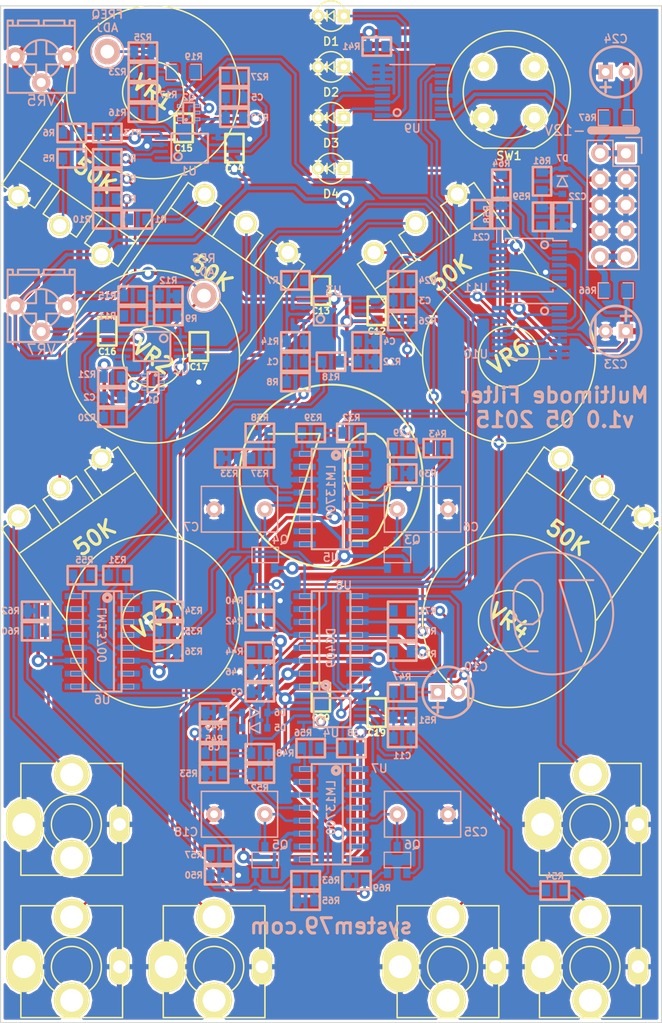
<source format=kicad_pcb>
(kicad_pcb (version 4) (host pcbnew "(2014-09-02 BZR 5112)-product")
  (layers (0 F.Cu signal) (31 B.Cu signal) (34 B.Paste user) (35 F.Paste user) (36 B.SilkS user) (37 F.SilkS user) (38 B.Mask user) (39 F.Mask user) (44 Edge.Cuts user))
  (net 0 "")
  (net 1 "Net-(C1-Pad1)")
  (net 2 "Net-(C1-Pad2)")
  (net 3 "Net-(C2-Pad1)")
  (net 4 "Net-(C2-Pad2)")
  (net 5 "Net-(C3-Pad1)")
  (net 6 "Net-(C3-Pad2)")
  (net 7 "Net-(C4-Pad1)")
  (net 8 GND)
  (net 9 "Net-(C5-Pad1)")
  (net 10 "Net-(C5-Pad2)")
  (net 11 "Net-(C6-Pad1)")
  (net 12 "Net-(C7-Pad1)")
  (net 13 "Net-(C8-Pad1)")
  (net 14 "Net-(C8-Pad2)")
  (net 15 "Net-(C9-Pad1)")
  (net 16 "Net-(C10-Pad1)")
  (net 17 SWY2)
  (net 18 "Net-(C11-Pad1)")
  (net 19 "Net-(C11-Pad2)")
  (net 20 +12V)
  (net 21 -12V)
  (net 22 "Net-(C18-Pad1)")
  (net 23 "Net-(C21-Pad1)")
  (net 24 "Net-(C22-Pad1)")
  (net 25 "Net-(C25-Pad1)")
  (net 26 "Net-(D1-Pad2)")
  (net 27 "Net-(D2-Pad2)")
  (net 28 "Net-(D3-Pad2)")
  (net 29 "Net-(D4-Pad2)")
  (net 30 "Net-(D5-Pad2)")
  (net 31 "Net-(J1-Pad3)")
  (net 32 "Net-(J1-Pad2)")
  (net 33 "Net-(J2-Pad3)")
  (net 34 "Net-(J2-Pad2)")
  (net 35 "Net-(J3-Pad3)")
  (net 36 "Net-(J3-Pad2)")
  (net 37 "Net-(J4-Pad3)")
  (net 38 "Net-(J4-Pad2)")
  (net 39 "Net-(J5-Pad3)")
  (net 40 "Net-(J5-Pad2)")
  (net 41 "Net-(J6-Pad3)")
  (net 42 "Net-(J6-Pad2)")
  (net 43 "Net-(P1-Pad1)")
  (net 44 "Net-(P1-Pad10)")
  (net 45 "Net-(Q1-Pad1)")
  (net 46 RES_CTRL)
  (net 47 "Net-(Q1-Pad5)")
  (net 48 "Net-(Q2-Pad1)")
  (net 49 FREQ_CTRL)
  (net 50 "Net-(Q2-Pad5)")
  (net 51 "Net-(Q3-Pad1)")
  (net 52 "Net-(Q5-Pad1)")
  (net 53 "Net-(R1-Pad2)")
  (net 54 "Net-(R10-Pad1)")
  (net 55 "Net-(R3-Pad2)")
  (net 56 "Net-(R4-Pad2)")
  (net 57 "Net-(R5-Pad2)")
  (net 58 "Net-(R6-Pad2)")
  (net 59 "Net-(R7-Pad2)")
  (net 60 "Net-(R9-Pad2)")
  (net 61 "Net-(R11-Pad2)")
  (net 62 "Net-(R13-Pad1)")
  (net 63 "Net-(R16-Pad1)")
  (net 64 "Net-(R19-Pad1)")
  (net 65 "Net-(R26-Pad1)")
  (net 66 "Net-(R29-Pad1)")
  (net 67 "Net-(R31-Pad1)")
  (net 68 "Net-(R32-Pad1)")
  (net 69 "Net-(R34-Pad1)")
  (net 70 "Net-(R37-Pad1)")
  (net 71 "Net-(R39-Pad1)")
  (net 72 "Net-(R41-Pad2)")
  (net 73 OUT2A)
  (net 74 SUM1)
  (net 75 SWX1)
  (net 76 "Net-(R48-Pad1)")
  (net 77 "Net-(R52-Pad1)")
  (net 78 "Net-(R55-Pad1)")
  (net 79 "Net-(R56-Pad1)")
  (net 80 "Net-(R59-Pad1)")
  (net 81 "Net-(R60-Pad1)")
  (net 82 "Net-(R63-Pad1)")
  (net 83 "Net-(R64-Pad2)")
  (net 84 "Net-(R68-Pad1)")
  (net 85 OUT4)
  (net 86 SUM2)
  (net 87 OUT2B)
  (net 88 "Net-(U2-Pad3)")
  (net 89 "Net-(U5-Pad2)")
  (net 90 "Net-(U5-Pad15)")
  (net 91 "Net-(U6-Pad2)")
  (net 92 "Net-(U6-Pad15)")
  (net 93 "Net-(U7-Pad2)")
  (net 94 "Net-(U7-Pad15)")
  (net 95 "Net-(U10-Pad1)")
  (net 96 "Net-(U10-Pad15)")
  (net 97 "Net-(U9-Pad11)")
  (net 98 "Net-(U9-Pad12)")
  (net 99 "Net-(U9-Pad14)")
  (net 100 "Net-(U9-Pad15)")
  (net 101 "Net-(U10-Pad13)")
  (net 102 "Net-(U10-Pad3)")
  (net 103 "Net-(U10-Pad12)")
  (net 104 "Net-(U10-Pad14)")
  (net 105 "Net-(U11-Pad6)")
  (net 106 "Net-(U11-Pad8)")
  (net 107 "Net-(U11-Pad10)")
  (net 108 "Net-(U11-Pad12)")
  (module MyModules:SM0603-C-JRL (layer B.Cu) (at 41 47 180)
    (fp_text reference C1 (at 2.25 0 180) (layer B.SilkS) (effects (font (size 0.6096 0.6096) (thickness 0.1524)) (justify mirror)))
    (fp_text value 22pF hide)
    (pad 1 smd rect (at -0.8509 0 180) (size 0.8128 1.143) (layers B.Cu B.Paste B.Mask) (net 1 "Net-(C1-Pad1)"))
    (pad 2 smd rect (at 0.8509 0 180) (size 0.8128 1.143) (layers B.Cu B.Paste B.Mask) (net 2 "Net-(C1-Pad2)"))
  )
  (module MyModules:SM0603-C-JRL (layer B.Cu) (at 23 50.5)
    (fp_text reference C2 (at -2.25 0) (layer B.SilkS) (effects (font (size 0.6096 0.6096) (thickness 0.1524)) (justify mirror)))
    (fp_text value 47pF hide)
    (pad 1 smd rect (at -0.8509 0) (size 0.8128 1.143) (layers B.Cu B.Paste B.Mask) (net 3 "Net-(C2-Pad1)"))
    (pad 2 smd rect (at 0.8509 0) (size 0.8128 1.143) (layers B.Cu B.Paste B.Mask) (net 4 "Net-(C2-Pad2)"))
  )
  (module MyModules:SM0603-C-JRL (layer B.Cu) (at 51.5 41 180)
    (fp_text reference C3 (at -2.25 0 180) (layer B.SilkS) (effects (font (size 0.6096 0.6096) (thickness 0.1524)) (justify mirror)))
    (fp_text value 4.7pF hide)
    (pad 1 smd rect (at -0.8509 0 180) (size 0.8128 1.143) (layers B.Cu B.Paste B.Mask) (net 5 "Net-(C3-Pad1)"))
    (pad 2 smd rect (at 0.8509 0 180) (size 0.8128 1.143) (layers B.Cu B.Paste B.Mask) (net 6 "Net-(C3-Pad2)"))
  )
  (module MyModules:SM0603-C-JRL (layer B.Cu) (at 48 45)
    (fp_text reference C4 (at 2.25 0) (layer B.SilkS) (effects (font (size 0.6096 0.6096) (thickness 0.1524)) (justify mirror)))
    (fp_text value 33pF hide)
    (pad 1 smd rect (at -0.8509 0) (size 0.8128 1.143) (layers B.Cu B.Paste B.Mask) (net 7 "Net-(C4-Pad1)"))
    (pad 2 smd rect (at 0.8509 0) (size 0.8128 1.143) (layers B.Cu B.Paste B.Mask) (net 8 GND))
  )
  (module MyModules:SM0603-C-JRL (layer B.Cu) (at 35 21 180)
    (fp_text reference C5 (at -2.25 0 180) (layer B.SilkS) (effects (font (size 0.6096 0.6096) (thickness 0.1524)) (justify mirror)))
    (fp_text value 47pF hide)
    (pad 1 smd rect (at -0.8509 0 180) (size 0.8128 1.143) (layers B.Cu B.Paste B.Mask) (net 9 "Net-(C5-Pad1)"))
    (pad 2 smd rect (at 0.8509 0 180) (size 0.8128 1.143) (layers B.Cu B.Paste B.Mask) (net 10 "Net-(C5-Pad2)"))
  )
  (module MyModules:SM0603-C-JRL (layer B.Cu) (at 33 83.5)
    (fp_text reference C8 (at 0 1.4) (layer B.SilkS) (effects (font (size 0.6096 0.6096) (thickness 0.1524)) (justify mirror)))
    (fp_text value 4.7pF hide)
    (pad 1 smd rect (at -0.8509 0) (size 0.8128 1.143) (layers B.Cu B.Paste B.Mask) (net 13 "Net-(C8-Pad1)"))
    (pad 2 smd rect (at 0.8509 0) (size 0.8128 1.143) (layers B.Cu B.Paste B.Mask) (net 14 "Net-(C8-Pad2)"))
  )
  (module MyModules:SM0603-C-JRL (layer B.Cu) (at 37.5 79.5 180)
    (fp_text reference C9 (at 2.25 0 180) (layer B.SilkS) (effects (font (size 0.6096 0.6096) (thickness 0.1524)) (justify mirror)))
    (fp_text value 33pF hide)
    (pad 1 smd rect (at -0.8509 0 180) (size 0.8128 1.143) (layers B.Cu B.Paste B.Mask) (net 15 "Net-(C9-Pad1)"))
    (pad 2 smd rect (at 0.8509 0 180) (size 0.8128 1.143) (layers B.Cu B.Paste B.Mask) (net 8 GND))
  )
  (module MyModules:2MM-POL-CAP (layer B.Cu) (at 56 79.5)
    (fp_text reference C10 (at 2.75 -2.5) (layer B.SilkS) (effects (font (size 0.8128 0.8128) (thickness 0.1524)) (justify mirror)))
    (fp_text value 10μF hide)
    (pad 1 thru_hole rect (at -1 0) (size 1.4 1.4) (drill 0.762) (layers *.Cu *.Mask B.SilkS) (net 16 "Net-(C10-Pad1)"))
    (pad 2 thru_hole circle (at 1 0) (size 1.4 1.4) (drill 0.762) (layers *.Cu *.Mask B.SilkS) (net 17 SWY2))
  )
  (module MyModules:SM0603-C-JRL (layer B.Cu) (at 51.5 84 180)
    (fp_text reference C11 (at 0 -1.75 180) (layer B.SilkS) (effects (font (size 0.6096 0.6096) (thickness 0.1524)) (justify mirror)))
    (fp_text value 22pF hide)
    (pad 1 smd rect (at -0.8509 0 180) (size 0.8128 1.143) (layers B.Cu B.Paste B.Mask) (net 18 "Net-(C11-Pad1)"))
    (pad 2 smd rect (at 0.8509 0 180) (size 0.8128 1.143) (layers B.Cu B.Paste B.Mask) (net 19 "Net-(C11-Pad2)"))
  )
  (module MyModules:SM0603-C-JRL (layer F.Cu) (at 49 42 90)
    (fp_text reference C12 (at -2 0 180) (layer F.SilkS) (effects (font (size 0.6096 0.6096) (thickness 0.1524))))
    (fp_text value 100n hide)
    (pad 1 smd rect (at -0.8509 0 90) (size 0.8128 1.143) (layers F.Cu F.Paste F.Mask) (net 20 +12V))
    (pad 2 smd rect (at 0.8509 0 90) (size 0.8128 1.143) (layers F.Cu F.Paste F.Mask) (net 8 GND))
  )
  (module MyModules:SM0603-C-JRL (layer F.Cu) (at 43.5 40 270)
    (fp_text reference C13 (at 2 0 360) (layer F.SilkS) (effects (font (size 0.6096 0.6096) (thickness 0.1524))))
    (fp_text value 100n hide)
    (pad 1 smd rect (at -0.8509 0 270) (size 0.8128 1.143) (layers F.Cu F.Paste F.Mask) (net 8 GND))
    (pad 2 smd rect (at 0.8509 0 270) (size 0.8128 1.143) (layers F.Cu F.Paste F.Mask) (net 21 -12V))
  )
  (module MyModules:SM0603-C-JRL (layer F.Cu) (at 35 26 90)
    (fp_text reference C14 (at -2 0 180) (layer F.SilkS) (effects (font (size 0.6096 0.6096) (thickness 0.1524))))
    (fp_text value 100n hide)
    (pad 1 smd rect (at -0.8509 0 90) (size 0.8128 1.143) (layers F.Cu F.Paste F.Mask) (net 20 +12V))
    (pad 2 smd rect (at 0.8509 0 90) (size 0.8128 1.143) (layers F.Cu F.Paste F.Mask) (net 8 GND))
  )
  (module MyModules:SM0603-C-JRL (layer F.Cu) (at 30 24 270)
    (fp_text reference C15 (at 2 0 360) (layer F.SilkS) (effects (font (size 0.6096 0.6096) (thickness 0.1524))))
    (fp_text value 100n hide)
    (pad 1 smd rect (at -0.8509 0 270) (size 0.8128 1.143) (layers F.Cu F.Paste F.Mask) (net 8 GND))
    (pad 2 smd rect (at 0.8509 0 270) (size 0.8128 1.143) (layers F.Cu F.Paste F.Mask) (net 21 -12V))
  )
  (module MyModules:SM0603-C-JRL (layer F.Cu) (at 22.5 44 90)
    (fp_text reference C16 (at -2 0 180) (layer F.SilkS) (effects (font (size 0.6096 0.6096) (thickness 0.1524))))
    (fp_text value 100n hide)
    (pad 1 smd rect (at -0.8509 0 90) (size 0.8128 1.143) (layers F.Cu F.Paste F.Mask) (net 20 +12V))
    (pad 2 smd rect (at 0.8509 0 90) (size 0.8128 1.143) (layers F.Cu F.Paste F.Mask) (net 8 GND))
  )
  (module MyModules:SM0603-C-JRL (layer F.Cu) (at 31.5 45.5 270)
    (fp_text reference C17 (at 2 0 360) (layer F.SilkS) (effects (font (size 0.6096 0.6096) (thickness 0.1524))))
    (fp_text value 100n hide)
    (pad 1 smd rect (at -0.8509 0 270) (size 0.8128 1.143) (layers F.Cu F.Paste F.Mask) (net 8 GND))
    (pad 2 smd rect (at 0.8509 0 270) (size 0.8128 1.143) (layers F.Cu F.Paste F.Mask) (net 21 -12V))
  )
  (module MyModules:SM0603-C-JRL (layer F.Cu) (at 49 81.5 90)
    (fp_text reference C19 (at -2 0 180) (layer F.SilkS) (effects (font (size 0.6096 0.6096) (thickness 0.1524))))
    (fp_text value 100n hide)
    (pad 1 smd rect (at -0.8509 0 90) (size 0.8128 1.143) (layers F.Cu F.Paste F.Mask) (net 20 +12V))
    (pad 2 smd rect (at 0.8509 0 90) (size 0.8128 1.143) (layers F.Cu F.Paste F.Mask) (net 8 GND))
  )
  (module MyModules:SM0603-C-JRL (layer F.Cu) (at 43.5 80 90)
    (fp_text reference C20 (at -2 0 180) (layer F.SilkS) (effects (font (size 0.6096 0.6096) (thickness 0.1524))))
    (fp_text value 100n hide)
    (pad 1 smd rect (at -0.8509 0 90) (size 0.8128 1.143) (layers F.Cu F.Paste F.Mask) (net 8 GND))
    (pad 2 smd rect (at 0.8509 0 90) (size 0.8128 1.143) (layers F.Cu F.Paste F.Mask) (net 21 -12V))
  )
  (module MyModules:SM0603-C-JRL (layer B.Cu) (at 59.25 32.5 270)
    (fp_text reference C21 (at 2.25 0 360) (layer B.SilkS) (effects (font (size 0.6096 0.6096) (thickness 0.1524)) (justify mirror)))
    (fp_text value 0.47μ hide)
    (pad 1 smd rect (at -0.8509 0 270) (size 0.8128 1.143) (layers B.Cu B.Paste B.Mask) (net 23 "Net-(C21-Pad1)"))
    (pad 2 smd rect (at 0.8509 0 270) (size 0.8128 1.143) (layers B.Cu B.Paste B.Mask) (net 8 GND))
  )
  (module MyModules:SM0603-C-JRL (layer B.Cu) (at 67.25 32.75 270)
    (fp_text reference C22 (at -2 -1.5 360) (layer B.SilkS) (effects (font (size 0.6096 0.6096) (thickness 0.1524)) (justify mirror)))
    (fp_text value 0.47μ hide)
    (pad 1 smd rect (at -0.8509 0 270) (size 0.8128 1.143) (layers B.Cu B.Paste B.Mask) (net 24 "Net-(C22-Pad1)"))
    (pad 2 smd rect (at 0.8509 0 270) (size 0.8128 1.143) (layers B.Cu B.Paste B.Mask) (net 8 GND))
  )
  (module MyModules:2MM-POL-CAP (layer B.Cu) (at 72.5 44 180)
    (fp_text reference C23 (at 0 -3.25 180) (layer B.SilkS) (effects (font (size 0.8128 0.8128) (thickness 0.1524)) (justify mirror)))
    (fp_text value 10μF hide)
    (pad 1 thru_hole rect (at -1 0 180) (size 1.4 1.4) (drill 0.762) (layers *.Cu *.Mask B.SilkS) (net 20 +12V))
    (pad 2 thru_hole circle (at 1 0 180) (size 1.4 1.4) (drill 0.762) (layers *.Cu *.Mask B.SilkS) (net 8 GND))
  )
  (module MyModules:2MM-POL-CAP (layer B.Cu) (at 72.5 18.5)
    (fp_text reference C24 (at 0 -3.25) (layer B.SilkS) (effects (font (size 0.8128 0.8128) (thickness 0.1524)) (justify mirror)))
    (fp_text value 10μF hide)
    (pad 1 thru_hole rect (at -1 0) (size 1.4 1.4) (drill 0.762) (layers *.Cu *.Mask B.SilkS) (net 8 GND))
    (pad 2 thru_hole circle (at 1 0) (size 1.4 1.4) (drill 0.762) (layers *.Cu *.Mask B.SilkS) (net 21 -12V))
  )
  (module Pin_Headers:Pin_Header_Straight_2x05 (layer B.Cu) (at 73.5 26.5 180)
    (fp_text reference P1 hide)
    (fp_text value CONN_02X05 hide)
    (pad 1 thru_hole rect (at 0 0 180) (size 1.7272 1.7272) (drill 1.016) (layers *.Cu *.Mask B.SilkS) (net 43 "Net-(P1-Pad1)"))
    (pad 2 thru_hole oval (at 2.54 0 180) (size 1.7272 1.7272) (drill 1.016) (layers *.Cu *.Mask B.SilkS) (net 43 "Net-(P1-Pad1)"))
    (pad 3 thru_hole oval (at 0 -2.54 180) (size 1.7272 1.7272) (drill 1.016) (layers *.Cu *.Mask B.SilkS) (net 8 GND))
    (pad 4 thru_hole oval (at 2.54 -2.54 180) (size 1.7272 1.7272) (drill 1.016) (layers *.Cu *.Mask B.SilkS) (net 8 GND))
    (pad 5 thru_hole oval (at 0 -5.08 180) (size 1.7272 1.7272) (drill 1.016) (layers *.Cu *.Mask B.SilkS) (net 8 GND))
    (pad 6 thru_hole oval (at 2.54 -5.08 180) (size 1.7272 1.7272) (drill 1.016) (layers *.Cu *.Mask B.SilkS) (net 8 GND))
    (pad 7 thru_hole oval (at 0 -7.62 180) (size 1.7272 1.7272) (drill 1.016) (layers *.Cu *.Mask B.SilkS) (net 8 GND))
    (pad 8 thru_hole oval (at 2.54 -7.62 180) (size 1.7272 1.7272) (drill 1.016) (layers *.Cu *.Mask B.SilkS) (net 8 GND))
    (pad 9 thru_hole oval (at 0 -10.16 180) (size 1.7272 1.7272) (drill 1.016) (layers *.Cu *.Mask B.SilkS) (net 44 "Net-(P1-Pad10)"))
    (pad 10 thru_hole oval (at 2.54 -10.16 180) (size 1.7272 1.7272) (drill 1.016) (layers *.Cu *.Mask B.SilkS) (net 44 "Net-(P1-Pad10)"))
  )
  (module MyModules:SOT23-JRL (layer B.Cu) (at 51 66 180)
    (fp_text reference Q3 (at -1.5 1.5 180) (layer B.SilkS) (effects (font (size 0.8128 0.8128) (thickness 0.1524)) (justify mirror)))
    (fp_text value J112 hide)
    (pad 3 smd rect (at 0 1.27 180) (size 0.70104 1.00076) (layers B.Cu B.Paste B.Mask) (net 11 "Net-(C6-Pad1)"))
    (pad 1 smd rect (at 0.9525 -1.27 180) (size 0.70104 1.00076) (layers B.Cu B.Paste B.Mask) (net 51 "Net-(Q3-Pad1)"))
    (pad 2 smd rect (at -0.9525 -1.27 180) (size 0.70104 1.00076) (layers B.Cu B.Paste B.Mask) (net 20 +12V))
  )
  (module MyModules:SOT23-JRL (layer B.Cu) (at 38 66 180)
    (fp_text reference Q4 (at -1.5 1.5 180) (layer B.SilkS) (effects (font (size 0.8128 0.8128) (thickness 0.1524)) (justify mirror)))
    (fp_text value J112 hide)
    (pad 3 smd rect (at 0 1.27 180) (size 0.70104 1.00076) (layers B.Cu B.Paste B.Mask) (net 12 "Net-(C7-Pad1)"))
    (pad 1 smd rect (at 0.9525 -1.27 180) (size 0.70104 1.00076) (layers B.Cu B.Paste B.Mask) (net 5 "Net-(C3-Pad1)"))
    (pad 2 smd rect (at -0.9525 -1.27 180) (size 0.70104 1.00076) (layers B.Cu B.Paste B.Mask) (net 20 +12V))
  )
  (module MyModules:SOT23-JRL (layer B.Cu) (at 38 96 180)
    (fp_text reference Q5 (at -1.5 1.5 180) (layer B.SilkS) (effects (font (size 0.8128 0.8128) (thickness 0.1524)) (justify mirror)))
    (fp_text value J112 hide)
    (pad 3 smd rect (at 0 1.27 180) (size 0.70104 1.00076) (layers B.Cu B.Paste B.Mask) (net 22 "Net-(C18-Pad1)"))
    (pad 1 smd rect (at 0.9525 -1.27 180) (size 0.70104 1.00076) (layers B.Cu B.Paste B.Mask) (net 52 "Net-(Q5-Pad1)"))
    (pad 2 smd rect (at -0.9525 -1.27 180) (size 0.70104 1.00076) (layers B.Cu B.Paste B.Mask) (net 20 +12V))
  )
  (module MyModules:SOT23-JRL (layer B.Cu) (at 51 96 180)
    (fp_text reference Q6 (at -1.5 1.5 360) (layer B.SilkS) (effects (font (size 0.8128 0.8128) (thickness 0.1524)) (justify mirror)))
    (fp_text value J112 hide)
    (pad 3 smd rect (at 0 1.27 180) (size 0.70104 1.00076) (layers B.Cu B.Paste B.Mask) (net 25 "Net-(C25-Pad1)"))
    (pad 1 smd rect (at 0.9525 -1.27 180) (size 0.70104 1.00076) (layers B.Cu B.Paste B.Mask) (net 13 "Net-(C8-Pad1)"))
    (pad 2 smd rect (at -0.9525 -1.27 180) (size 0.70104 1.00076) (layers B.Cu B.Paste B.Mask) (net 20 +12V))
  )
  (module MyModules:SM0603-R-JRL (layer B.Cu) (at 25.5 33)
    (fp_text reference R1 (at 2.25 0) (layer B.SilkS) (effects (font (size 0.6096 0.6096) (thickness 0.1524)) (justify mirror)))
    (fp_text value 10K hide)
    (pad 1 smd rect (at -0.8509 0) (size 0.8128 1.143) (layers B.Cu B.Paste B.Mask) (net 20 +12V))
    (pad 2 smd rect (at 0.8509 0) (size 0.8128 1.143) (layers B.Cu B.Paste B.Mask) (net 53 "Net-(R1-Pad2)"))
  )
  (module MyModules:SM0603-R-JRL (layer B.Cu) (at 22.5 31)
    (fp_text reference R2 (at 2.25 0) (layer B.SilkS) (effects (font (size 0.6096 0.6096) (thickness 0.1524)) (justify mirror)))
    (fp_text value 100K hide)
    (pad 1 smd rect (at -0.8509 0) (size 0.8128 1.143) (layers B.Cu B.Paste B.Mask) (net 54 "Net-(R10-Pad1)"))
    (pad 2 smd rect (at 0.8509 0) (size 0.8128 1.143) (layers B.Cu B.Paste B.Mask) (net 31 "Net-(J1-Pad3)"))
  )
  (module MyModules:SM0603-R-JRL (layer B.Cu) (at 22.5 29)
    (fp_text reference R3 (at 2.25 0) (layer B.SilkS) (effects (font (size 0.6096 0.6096) (thickness 0.1524)) (justify mirror)))
    (fp_text value 100K hide)
    (pad 1 smd rect (at -0.8509 0) (size 0.8128 1.143) (layers B.Cu B.Paste B.Mask) (net 54 "Net-(R10-Pad1)"))
    (pad 2 smd rect (at 0.8509 0) (size 0.8128 1.143) (layers B.Cu B.Paste B.Mask) (net 55 "Net-(R3-Pad2)"))
  )
  (module MyModules:SM0603-R-JRL (layer B.Cu) (at 22.5 27)
    (fp_text reference R4 (at 2.25 0) (layer B.SilkS) (effects (font (size 0.6096 0.6096) (thickness 0.1524)) (justify mirror)))
    (fp_text value 100K hide)
    (pad 1 smd rect (at -0.8509 0) (size 0.8128 1.143) (layers B.Cu B.Paste B.Mask) (net 54 "Net-(R10-Pad1)"))
    (pad 2 smd rect (at 0.8509 0) (size 0.8128 1.143) (layers B.Cu B.Paste B.Mask) (net 56 "Net-(R4-Pad2)"))
  )
  (module MyModules:SM0603-R-JRL (layer B.Cu) (at 19 27 180)
    (fp_text reference R5 (at 2.25 0 180) (layer B.SilkS) (effects (font (size 0.6096 0.6096) (thickness 0.1524)) (justify mirror)))
    (fp_text value 200K hide)
    (pad 1 smd rect (at -0.8509 0 180) (size 0.8128 1.143) (layers B.Cu B.Paste B.Mask) (net 54 "Net-(R10-Pad1)"))
    (pad 2 smd rect (at 0.8509 0 180) (size 0.8128 1.143) (layers B.Cu B.Paste B.Mask) (net 57 "Net-(R5-Pad2)"))
  )
  (module MyModules:SM0603-R-JRL (layer B.Cu) (at 19 24.5 180)
    (fp_text reference R6 (at 2.25 0 180) (layer B.SilkS) (effects (font (size 0.6096 0.6096) (thickness 0.1524)) (justify mirror)))
    (fp_text value 200K hide)
    (pad 1 smd rect (at -0.8509 0 180) (size 0.8128 1.143) (layers B.Cu B.Paste B.Mask) (net 54 "Net-(R10-Pad1)"))
    (pad 2 smd rect (at 0.8509 0 180) (size 0.8128 1.143) (layers B.Cu B.Paste B.Mask) (net 58 "Net-(R6-Pad2)"))
  )
  (module MyModules:SM0603-R-JRL (layer B.Cu) (at 41 39)
    (fp_text reference R7 (at -2.25 0) (layer B.SilkS) (effects (font (size 0.6096 0.6096) (thickness 0.1524)) (justify mirror)))
    (fp_text value 100K hide)
    (pad 1 smd rect (at -0.8509 0) (size 0.8128 1.143) (layers B.Cu B.Paste B.Mask) (net 2 "Net-(C1-Pad2)"))
    (pad 2 smd rect (at 0.8509 0) (size 0.8128 1.143) (layers B.Cu B.Paste B.Mask) (net 59 "Net-(R7-Pad2)"))
  )
  (module MyModules:SM0603-R-JRL (layer B.Cu) (at 41 49)
    (fp_text reference R8 (at -2.25 0) (layer B.SilkS) (effects (font (size 0.6096 0.6096) (thickness 0.1524)) (justify mirror)))
    (fp_text value 100K hide)
    (pad 1 smd rect (at -0.8509 0) (size 0.8128 1.143) (layers B.Cu B.Paste B.Mask) (net 2 "Net-(C1-Pad2)"))
    (pad 2 smd rect (at 0.8509 0) (size 0.8128 1.143) (layers B.Cu B.Paste B.Mask) (net 39 "Net-(J5-Pad3)"))
  )
  (module MyModules:SM0603-R-JRL (layer B.Cu) (at 28.5 42.5)
    (fp_text reference R9 (at 2.25 0.25) (layer B.SilkS) (effects (font (size 0.6096 0.6096) (thickness 0.1524)) (justify mirror)))
    (fp_text value 110K hide)
    (pad 1 smd rect (at -0.8509 0) (size 0.8128 1.143) (layers B.Cu B.Paste B.Mask) (net 47 "Net-(Q1-Pad5)"))
    (pad 2 smd rect (at 0.8509 0) (size 0.8128 1.143) (layers B.Cu B.Paste B.Mask) (net 60 "Net-(R9-Pad2)"))
  )
  (module MyModules:SM0603-R-JRL (layer B.Cu) (at 22.5 33)
    (fp_text reference R10 (at -2.5 0) (layer B.SilkS) (effects (font (size 0.6096 0.6096) (thickness 0.1524)) (justify mirror)))
    (fp_text value 680K hide)
    (pad 1 smd rect (at -0.8509 0) (size 0.8128 1.143) (layers B.Cu B.Paste B.Mask) (net 54 "Net-(R10-Pad1)"))
    (pad 2 smd rect (at 0.8509 0) (size 0.8128 1.143) (layers B.Cu B.Paste B.Mask) (net 20 +12V))
  )
  (module MyModules:SM0603-R-JRL (layer B.Cu) (at 25 42.5 180)
    (fp_text reference R11 (at 2.5 0 180) (layer B.SilkS) (effects (font (size 0.6096 0.6096) (thickness 0.1524)) (justify mirror)))
    (fp_text value 1M hide)
    (pad 1 smd rect (at -0.8509 0 180) (size 0.8128 1.143) (layers B.Cu B.Paste B.Mask) (net 47 "Net-(Q1-Pad5)"))
    (pad 2 smd rect (at 0.8509 0 180) (size 0.8128 1.143) (layers B.Cu B.Paste B.Mask) (net 61 "Net-(R11-Pad2)"))
  )
  (module MyModules:SM0603-R-JRL (layer B.Cu) (at 28.5 40.5)
    (fp_text reference R12 (at 0 -1.5) (layer B.SilkS) (effects (font (size 0.6096 0.6096) (thickness 0.1524)) (justify mirror)))
    (fp_text value 1K hide)
    (pad 1 smd rect (at -0.8509 0) (size 0.8128 1.143) (layers B.Cu B.Paste B.Mask) (net 47 "Net-(Q1-Pad5)"))
    (pad 2 smd rect (at 0.8509 0) (size 0.8128 1.143) (layers B.Cu B.Paste B.Mask) (net 8 GND))
  )
  (module MyModules:SM0603-R-JRL (layer B.Cu) (at 22.5 24.5 180)
    (fp_text reference R13 (at -2.5 0 180) (layer B.SilkS) (effects (font (size 0.6096 0.6096) (thickness 0.1524)) (justify mirror)))
    (fp_text value 47K hide)
    (pad 1 smd rect (at -0.8509 0 180) (size 0.8128 1.143) (layers B.Cu B.Paste B.Mask) (net 62 "Net-(R13-Pad1)"))
    (pad 2 smd rect (at 0.8509 0 180) (size 0.8128 1.143) (layers B.Cu B.Paste B.Mask) (net 54 "Net-(R10-Pad1)"))
  )
  (module MyModules:SM0603-R-JRL (layer B.Cu) (at 41 45 180)
    (fp_text reference R14 (at 2.5 0 180) (layer B.SilkS) (effects (font (size 0.6096 0.6096) (thickness 0.1524)) (justify mirror)))
    (fp_text value 47K hide)
    (pad 1 smd rect (at -0.8509 0 180) (size 0.8128 1.143) (layers B.Cu B.Paste B.Mask) (net 1 "Net-(C1-Pad1)"))
    (pad 2 smd rect (at 0.8509 0 180) (size 0.8128 1.143) (layers B.Cu B.Paste B.Mask) (net 2 "Net-(C1-Pad2)"))
  )
  (module MyModules:SM0603-R-JRL (layer B.Cu) (at 25 40.5 180)
    (fp_text reference R15 (at 2.5 0 180) (layer B.SilkS) (effects (font (size 0.6096 0.6096) (thickness 0.1524)) (justify mirror)))
    (fp_text value 150K hide)
    (pad 1 smd rect (at -0.8509 0 180) (size 0.8128 1.143) (layers B.Cu B.Paste B.Mask) (net 47 "Net-(Q1-Pad5)"))
    (pad 2 smd rect (at 0.8509 0 180) (size 0.8128 1.143) (layers B.Cu B.Paste B.Mask) (net 21 -12V))
  )
  (module MyModules:SM0603-R-JRL (layer B.Cu) (at 26 22.5 180)
    (fp_text reference R16 (at 2.5 0 180) (layer B.SilkS) (effects (font (size 0.6096 0.6096) (thickness 0.1524)) (justify mirror)))
    (fp_text value 4.7K hide)
    (pad 1 smd rect (at -0.8509 0 180) (size 0.8128 1.143) (layers B.Cu B.Paste B.Mask) (net 63 "Net-(R16-Pad1)"))
    (pad 2 smd rect (at 0.8509 0 180) (size 0.8128 1.143) (layers B.Cu B.Paste B.Mask) (net 62 "Net-(R13-Pad1)"))
  )
  (module MyModules:SM0603-R-JRL (layer B.Cu) (at 26 20.5 180)
    (fp_text reference R17 (at -2.5 -0.25 180) (layer B.SilkS) (effects (font (size 0.6096 0.6096) (thickness 0.1524)) (justify mirror)))
    (fp_text value 5.6K hide)
    (pad 1 smd rect (at -0.8509 0 180) (size 0.8128 1.143) (layers B.Cu B.Paste B.Mask) (net 63 "Net-(R16-Pad1)"))
    (pad 2 smd rect (at 0.8509 0 180) (size 0.8128 1.143) (layers B.Cu B.Paste B.Mask) (net 50 "Net-(Q2-Pad5)"))
  )
  (module MyModules:SM0603-R-JRL (layer B.Cu) (at 44.5 47 180)
    (fp_text reference R18 (at 0 -1.5 180) (layer B.SilkS) (effects (font (size 0.6096 0.6096) (thickness 0.1524)) (justify mirror)))
    (fp_text value 47K hide)
    (pad 1 smd rect (at -0.8509 0 180) (size 0.8128 1.143) (layers B.Cu B.Paste B.Mask) (net 7 "Net-(C4-Pad1)"))
    (pad 2 smd rect (at 0.8509 0 180) (size 0.8128 1.143) (layers B.Cu B.Paste B.Mask) (net 1 "Net-(C1-Pad1)"))
  )
  (module MyModules:SM0603-R-JRL (layer B.Cu) (at 23 52.5 180)
    (fp_text reference R20 (at 2.5 0 180) (layer B.SilkS) (effects (font (size 0.6096 0.6096) (thickness 0.1524)) (justify mirror)))
    (fp_text value 1.5K hide)
    (pad 1 smd rect (at -0.8509 0 180) (size 0.8128 1.143) (layers B.Cu B.Paste B.Mask) (net 45 "Net-(Q1-Pad1)"))
    (pad 2 smd rect (at 0.8509 0 180) (size 0.8128 1.143) (layers B.Cu B.Paste B.Mask) (net 3 "Net-(C2-Pad1)"))
  )
  (module MyModules:SM0603-R-JRL (layer B.Cu) (at 23 48.5 180)
    (fp_text reference R21 (at 2.5 0.25 180) (layer B.SilkS) (effects (font (size 0.6096 0.6096) (thickness 0.1524)) (justify mirror)))
    (fp_text value 1.5M hide)
    (pad 1 smd rect (at -0.8509 0 180) (size 0.8128 1.143) (layers B.Cu B.Paste B.Mask) (net 4 "Net-(C2-Pad2)"))
    (pad 2 smd rect (at 0.8509 0 180) (size 0.8128 1.143) (layers B.Cu B.Paste B.Mask) (net 21 -12V))
  )
  (module MyModules:SM0603-R-JRL (layer B.Cu) (at 48 47 180)
    (fp_text reference R22 (at -2.5 0 180) (layer B.SilkS) (effects (font (size 0.6096 0.6096) (thickness 0.1524)) (justify mirror)))
    (fp_text value 8.2K hide)
    (pad 1 smd rect (at -0.8509 0 180) (size 0.8128 1.143) (layers B.Cu B.Paste B.Mask) (net 8 GND))
    (pad 2 smd rect (at 0.8509 0 180) (size 0.8128 1.143) (layers B.Cu B.Paste B.Mask) (net 7 "Net-(C4-Pad1)"))
  )
  (module MyModules:SM0603-R-JRL (layer B.Cu) (at 26 18.5 180)
    (fp_text reference R23 (at 2.5 0 180) (layer B.SilkS) (effects (font (size 0.6096 0.6096) (thickness 0.1524)) (justify mirror)))
    (fp_text value 1.8K hide)
    (pad 1 smd rect (at -0.8509 0 180) (size 0.8128 1.143) (layers B.Cu B.Paste B.Mask) (net 64 "Net-(R19-Pad1)"))
    (pad 2 smd rect (at 0.8509 0 180) (size 0.8128 1.143) (layers B.Cu B.Paste B.Mask) (net 50 "Net-(Q2-Pad5)"))
  )
  (module MyModules:SM0603-R-JRL (layer B.Cu) (at 51.5 39)
    (fp_text reference R24 (at 2.5 0) (layer B.SilkS) (effects (font (size 0.6096 0.6096) (thickness 0.1524)) (justify mirror)))
    (fp_text value 100K hide)
    (pad 1 smd rect (at -0.8509 0) (size 0.8128 1.143) (layers B.Cu B.Paste B.Mask) (net 6 "Net-(C3-Pad2)"))
    (pad 2 smd rect (at 0.8509 0) (size 0.8128 1.143) (layers B.Cu B.Paste B.Mask) (net 5 "Net-(C3-Pad1)"))
  )
  (module MyModules:SM0603-R-JRL (layer B.Cu) (at 26 16.5 180)
    (fp_text reference R25 (at 0 1.4 180) (layer B.SilkS) (effects (font (size 0.6096 0.6096) (thickness 0.1524)) (justify mirror)))
    (fp_text value 820 hide)
    (pad 1 smd rect (at -0.8509 0 180) (size 0.8128 1.143) (layers B.Cu B.Paste B.Mask) (net 8 GND))
    (pad 2 smd rect (at 0.8509 0 180) (size 0.8128 1.143) (layers B.Cu B.Paste B.Mask) (net 50 "Net-(Q2-Pad5)"))
  )
  (module MyModules:SM0603-R-JRL (layer B.Cu) (at 51.5 43 180)
    (fp_text reference R26 (at -2.5 0 180) (layer B.SilkS) (effects (font (size 0.6096 0.6096) (thickness 0.1524)) (justify mirror)))
    (fp_text value 100K hide)
    (pad 1 smd rect (at -0.8509 0 180) (size 0.8128 1.143) (layers B.Cu B.Paste B.Mask) (net 65 "Net-(R26-Pad1)"))
    (pad 2 smd rect (at 0.8509 0 180) (size 0.8128 1.143) (layers B.Cu B.Paste B.Mask) (net 6 "Net-(C3-Pad2)"))
  )
  (module MyModules:SM0603-R-JRL (layer B.Cu) (at 35 19)
    (fp_text reference R27 (at 2.5 0) (layer B.SilkS) (effects (font (size 0.6096 0.6096) (thickness 0.1524)) (justify mirror)))
    (fp_text value 1.5K hide)
    (pad 1 smd rect (at -0.8509 0) (size 0.8128 1.143) (layers B.Cu B.Paste B.Mask) (net 48 "Net-(Q2-Pad1)"))
    (pad 2 smd rect (at 0.8509 0) (size 0.8128 1.143) (layers B.Cu B.Paste B.Mask) (net 9 "Net-(C5-Pad1)"))
  )
  (module MyModules:SM0603-R-JRL (layer B.Cu) (at 35 23)
    (fp_text reference R28 (at 2.5 0) (layer B.SilkS) (effects (font (size 0.6096 0.6096) (thickness 0.1524)) (justify mirror)))
    (fp_text value 1.5M hide)
    (pad 1 smd rect (at -0.8509 0) (size 0.8128 1.143) (layers B.Cu B.Paste B.Mask) (net 10 "Net-(C5-Pad2)"))
    (pad 2 smd rect (at 0.8509 0) (size 0.8128 1.143) (layers B.Cu B.Paste B.Mask) (net 21 -12V))
  )
  (module MyModules:SM0603-R-JRL (layer B.Cu) (at 51.5 55.5)
    (fp_text reference R29 (at 0 -1.5) (layer B.SilkS) (effects (font (size 0.6096 0.6096) (thickness 0.1524)) (justify mirror)))
    (fp_text value 68K hide)
    (pad 1 smd rect (at -0.8509 0) (size 0.8128 1.143) (layers B.Cu B.Paste B.Mask) (net 66 "Net-(R29-Pad1)"))
    (pad 2 smd rect (at 0.8509 0) (size 0.8128 1.143) (layers B.Cu B.Paste B.Mask) (net 65 "Net-(R26-Pad1)"))
  )
  (module MyModules:SM0603-R-JRL (layer B.Cu) (at 51.5 58 180)
    (fp_text reference R30 (at -2.5 0 180) (layer B.SilkS) (effects (font (size 0.6096 0.6096) (thickness 0.1524)) (justify mirror)))
    (fp_text value 560 hide)
    (pad 1 smd rect (at -0.8509 0 180) (size 0.8128 1.143) (layers B.Cu B.Paste B.Mask) (net 8 GND))
    (pad 2 smd rect (at 0.8509 0 180) (size 0.8128 1.143) (layers B.Cu B.Paste B.Mask) (net 66 "Net-(R29-Pad1)"))
  )
  (module MyModules:SM0603-R-JRL (layer B.Cu) (at 23.5 68 180)
    (fp_text reference R31 (at 0 1.5 180) (layer B.SilkS) (effects (font (size 0.6096 0.6096) (thickness 0.1524)) (justify mirror)))
    (fp_text value 18K hide)
    (pad 1 smd rect (at -0.8509 0 180) (size 0.8128 1.143) (layers B.Cu B.Paste B.Mask) (net 67 "Net-(R31-Pad1)"))
    (pad 2 smd rect (at 0.8509 0 180) (size 0.8128 1.143) (layers B.Cu B.Paste B.Mask) (net 46 RES_CTRL))
  )
  (module MyModules:SM0603-R-JRL (layer B.Cu) (at 46.5 54 180)
    (fp_text reference R32 (at 0 1.5 180) (layer B.SilkS) (effects (font (size 0.6096 0.6096) (thickness 0.1524)) (justify mirror)))
    (fp_text value 18K hide)
    (pad 1 smd rect (at -0.8509 0 180) (size 0.8128 1.143) (layers B.Cu B.Paste B.Mask) (net 68 "Net-(R32-Pad1)"))
    (pad 2 smd rect (at 0.8509 0 180) (size 0.8128 1.143) (layers B.Cu B.Paste B.Mask) (net 49 FREQ_CTRL))
  )
  (module MyModules:SM0603-R-JRL (layer B.Cu) (at 34.5 56.5)
    (fp_text reference R33 (at 0 1.5) (layer B.SilkS) (effects (font (size 0.6096 0.6096) (thickness 0.1524)) (justify mirror)))
    (fp_text value 33K hide)
    (pad 1 smd rect (at -0.8509 0) (size 0.8128 1.143) (layers B.Cu B.Paste B.Mask) (net 8 GND))
    (pad 2 smd rect (at 0.8509 0) (size 0.8128 1.143) (layers B.Cu B.Paste B.Mask) (net 51 "Net-(Q3-Pad1)"))
  )
  (module MyModules:SM0603-R-JRL (layer B.Cu) (at 28.5 71.5)
    (fp_text reference R34 (at 2.5 0) (layer B.SilkS) (effects (font (size 0.6096 0.6096) (thickness 0.1524)) (justify mirror)))
    (fp_text value 33K hide)
    (pad 1 smd rect (at -0.8509 0) (size 0.8128 1.143) (layers B.Cu B.Paste B.Mask) (net 69 "Net-(R34-Pad1)"))
    (pad 2 smd rect (at 0.8509 0) (size 0.8128 1.143) (layers B.Cu B.Paste B.Mask) (net 1 "Net-(C1-Pad1)"))
  )
  (module MyModules:SM0603-R-JRL (layer B.Cu) (at 28.5 73.5)
    (fp_text reference R35 (at 2.5 0) (layer B.SilkS) (effects (font (size 0.6096 0.6096) (thickness 0.1524)) (justify mirror)))
    (fp_text value 68K hide)
    (pad 1 smd rect (at -0.8509 0) (size 0.8128 1.143) (layers B.Cu B.Paste B.Mask) (net 69 "Net-(R34-Pad1)"))
    (pad 2 smd rect (at 0.8509 0) (size 0.8128 1.143) (layers B.Cu B.Paste B.Mask) (net 51 "Net-(Q3-Pad1)"))
  )
  (module MyModules:SM0603-R-JRL (layer B.Cu) (at 28.5 75.5 180)
    (fp_text reference R36 (at -2.5 0 180) (layer B.SilkS) (effects (font (size 0.6096 0.6096) (thickness 0.1524)) (justify mirror)))
    (fp_text value 560 hide)
    (pad 1 smd rect (at -0.8509 0 180) (size 0.8128 1.143) (layers B.Cu B.Paste B.Mask) (net 8 GND))
    (pad 2 smd rect (at 0.8509 0 180) (size 0.8128 1.143) (layers B.Cu B.Paste B.Mask) (net 69 "Net-(R34-Pad1)"))
  )
  (module MyModules:SM0603-R-JRL (layer B.Cu) (at 37.5 56.5 180)
    (fp_text reference R37 (at 0 -1.5 180) (layer B.SilkS) (effects (font (size 0.6096 0.6096) (thickness 0.1524)) (justify mirror)))
    (fp_text value 68K hide)
    (pad 1 smd rect (at -0.8509 0 180) (size 0.8128 1.143) (layers B.Cu B.Paste B.Mask) (net 70 "Net-(R37-Pad1)"))
    (pad 2 smd rect (at 0.8509 0 180) (size 0.8128 1.143) (layers B.Cu B.Paste B.Mask) (net 51 "Net-(Q3-Pad1)"))
  )
  (module MyModules:SM0603-R-JRL (layer B.Cu) (at 37.5 54)
    (fp_text reference R38 (at 0 -1.5) (layer B.SilkS) (effects (font (size 0.6096 0.6096) (thickness 0.1524)) (justify mirror)))
    (fp_text value 560 hide)
    (pad 1 smd rect (at -0.8509 0) (size 0.8128 1.143) (layers B.Cu B.Paste B.Mask) (net 8 GND))
    (pad 2 smd rect (at 0.8509 0) (size 0.8128 1.143) (layers B.Cu B.Paste B.Mask) (net 70 "Net-(R37-Pad1)"))
  )
  (module MyModules:SM0603-R-JRL (layer B.Cu) (at 42.5 54)
    (fp_text reference R39 (at 0.25 -1.5) (layer B.SilkS) (effects (font (size 0.6096 0.6096) (thickness 0.1524)) (justify mirror)))
    (fp_text value 18K hide)
    (pad 1 smd rect (at -0.8509 0) (size 0.8128 1.143) (layers B.Cu B.Paste B.Mask) (net 71 "Net-(R39-Pad1)"))
    (pad 2 smd rect (at 0.8509 0) (size 0.8128 1.143) (layers B.Cu B.Paste B.Mask) (net 49 FREQ_CTRL))
  )
  (module MyModules:SM0603-R-JRL (layer B.Cu) (at 37.5 70.5 180)
    (fp_text reference R40 (at 2.5 0 180) (layer B.SilkS) (effects (font (size 0.6096 0.6096) (thickness 0.1524)) (justify mirror)))
    (fp_text value 33K hide)
    (pad 1 smd rect (at -0.8509 0 180) (size 0.8128 1.143) (layers B.Cu B.Paste B.Mask) (net 8 GND))
    (pad 2 smd rect (at 0.8509 0 180) (size 0.8128 1.143) (layers B.Cu B.Paste B.Mask) (net 5 "Net-(C3-Pad1)"))
  )
  (module MyModules:SM0603-R-JRL (layer B.Cu) (at 49 16)
    (fp_text reference R41 (at -2.5 0) (layer B.SilkS) (effects (font (size 0.6096 0.6096) (thickness 0.1524)) (justify mirror)))
    (fp_text value 10K hide)
    (pad 1 smd rect (at -0.8509 0) (size 0.8128 1.143) (layers B.Cu B.Paste B.Mask) (net 20 +12V))
    (pad 2 smd rect (at 0.8509 0) (size 0.8128 1.143) (layers B.Cu B.Paste B.Mask) (net 72 "Net-(R41-Pad2)"))
  )
  (module MyModules:SM0603-R-JRL (layer B.Cu) (at 37.5 72.5 180)
    (fp_text reference R42 (at 2.5 0 180) (layer B.SilkS) (effects (font (size 0.6096 0.6096) (thickness 0.1524)) (justify mirror)))
    (fp_text value 56K hide)
    (pad 1 smd rect (at -0.8509 0 180) (size 0.8128 1.143) (layers B.Cu B.Paste B.Mask) (net 73 OUT2A))
    (pad 2 smd rect (at 0.8509 0 180) (size 0.8128 1.143) (layers B.Cu B.Paste B.Mask) (net 5 "Net-(C3-Pad1)"))
  )
  (module MyModules:SM0603-R-JRL (layer B.Cu) (at 55 55.5 180)
    (fp_text reference R43 (at 0 1.4 180) (layer B.SilkS) (effects (font (size 0.6096 0.6096) (thickness 0.1524)) (justify mirror)))
    (fp_text value 56K hide)
    (pad 1 smd rect (at -0.8509 0 180) (size 0.8128 1.143) (layers B.Cu B.Paste B.Mask) (net 74 SUM1))
    (pad 2 smd rect (at 0.8509 0 180) (size 0.8128 1.143) (layers B.Cu B.Paste B.Mask) (net 65 "Net-(R26-Pad1)"))
  )
  (module MyModules:SM0603-R-JRL (layer B.Cu) (at 37.5 75.5 180)
    (fp_text reference R44 (at 2.5 0 180) (layer B.SilkS) (effects (font (size 0.6096 0.6096) (thickness 0.1524)) (justify mirror)))
    (fp_text value 100K hide)
    (pad 1 smd rect (at -0.8509 0 180) (size 0.8128 1.143) (layers B.Cu B.Paste B.Mask) (net 15 "Net-(C9-Pad1)"))
    (pad 2 smd rect (at 0.8509 0 180) (size 0.8128 1.143) (layers B.Cu B.Paste B.Mask) (net 75 SWX1))
  )
  (module MyModules:SM0603-R-JRL (layer B.Cu) (at 33 85.5 180)
    (fp_text reference R45 (at 0 1.4 180) (layer B.SilkS) (effects (font (size 0.6096 0.6096) (thickness 0.1524)) (justify mirror)))
    (fp_text value 100K hide)
    (pad 1 smd rect (at -0.8509 0 180) (size 0.8128 1.143) (layers B.Cu B.Paste B.Mask) (net 14 "Net-(C8-Pad2)"))
    (pad 2 smd rect (at 0.8509 0 180) (size 0.8128 1.143) (layers B.Cu B.Paste B.Mask) (net 13 "Net-(C8-Pad1)"))
  )
  (module MyModules:SM0603-R-JRL (layer B.Cu) (at 37.5 77.5)
    (fp_text reference R46 (at -2.5 0) (layer B.SilkS) (effects (font (size 0.6096 0.6096) (thickness 0.1524)) (justify mirror)))
    (fp_text value 33K hide)
    (pad 1 smd rect (at -0.8509 0) (size 0.8128 1.143) (layers B.Cu B.Paste B.Mask) (net 8 GND))
    (pad 2 smd rect (at 0.8509 0) (size 0.8128 1.143) (layers B.Cu B.Paste B.Mask) (net 15 "Net-(C9-Pad1)"))
  )
  (module MyModules:SM0603-R-JRL (layer B.Cu) (at 51.5 79.5)
    (fp_text reference R47 (at 0 -1.5) (layer B.SilkS) (effects (font (size 0.6096 0.6096) (thickness 0.1524)) (justify mirror)))
    (fp_text value 100K hide)
    (pad 1 smd rect (at -0.8509 0) (size 0.8128 1.143) (layers B.Cu B.Paste B.Mask) (net 19 "Net-(C11-Pad2)"))
    (pad 2 smd rect (at 0.8509 0) (size 0.8128 1.143) (layers B.Cu B.Paste B.Mask) (net 16 "Net-(C10-Pad1)"))
  )
  (module MyModules:SM0603-R-JRL (layer B.Cu) (at 37.5 85.5 180)
    (fp_text reference R48 (at -2.5 0 180) (layer B.SilkS) (effects (font (size 0.6096 0.6096) (thickness 0.1524)) (justify mirror)))
    (fp_text value 100K hide)
    (pad 1 smd rect (at -0.8509 0 180) (size 0.8128 1.143) (layers B.Cu B.Paste B.Mask) (net 76 "Net-(R48-Pad1)"))
    (pad 2 smd rect (at 0.8509 0 180) (size 0.8128 1.143) (layers B.Cu B.Paste B.Mask) (net 14 "Net-(C8-Pad2)"))
  )
  (module MyModules:SM0603-R-JRL (layer B.Cu) (at 33 81.5)
    (fp_text reference R49 (at 0 1.4) (layer B.SilkS) (effects (font (size 0.6096 0.6096) (thickness 0.1524)) (justify mirror)))
    (fp_text value 10K hide)
    (pad 1 smd rect (at -0.8509 0) (size 0.8128 1.143) (layers B.Cu B.Paste B.Mask) (net 8 GND))
    (pad 2 smd rect (at 0.8509 0) (size 0.8128 1.143) (layers B.Cu B.Paste B.Mask) (net 30 "Net-(D5-Pad2)"))
  )
  (module MyModules:SM0603-R-JRL (layer B.Cu) (at 33.5 95.5)
    (fp_text reference R50 (at -2.5 2) (layer B.SilkS) (effects (font (size 0.6096 0.6096) (thickness 0.1524)) (justify mirror)))
    (fp_text value 47K hide)
    (pad 1 smd rect (at -0.8509 0) (size 0.8128 1.143) (layers B.Cu B.Paste B.Mask) (net 52 "Net-(Q5-Pad1)"))
    (pad 2 smd rect (at 0.8509 0) (size 0.8128 1.143) (layers B.Cu B.Paste B.Mask) (net 30 "Net-(D5-Pad2)"))
  )
  (module MyModules:SM0603-R-JRL (layer B.Cu) (at 51.5 82 180)
    (fp_text reference R51 (at -2.5 -0.25 180) (layer B.SilkS) (effects (font (size 0.6096 0.6096) (thickness 0.1524)) (justify mirror)))
    (fp_text value 100K hide)
    (pad 1 smd rect (at -0.8509 0 180) (size 0.8128 1.143) (layers B.Cu B.Paste B.Mask) (net 18 "Net-(C11-Pad1)"))
    (pad 2 smd rect (at 0.8509 0 180) (size 0.8128 1.143) (layers B.Cu B.Paste B.Mask) (net 19 "Net-(C11-Pad2)"))
  )
  (module MyModules:SM0603-R-JRL (layer B.Cu) (at 37.5 87.5)
    (fp_text reference R52 (at 0 1.4) (layer B.SilkS) (effects (font (size 0.6096 0.6096) (thickness 0.1524)) (justify mirror)))
    (fp_text value 68K hide)
    (pad 1 smd rect (at -0.8509 0) (size 0.8128 1.143) (layers B.Cu B.Paste B.Mask) (net 77 "Net-(R52-Pad1)"))
    (pad 2 smd rect (at 0.8509 0) (size 0.8128 1.143) (layers B.Cu B.Paste B.Mask) (net 76 "Net-(R48-Pad1)"))
  )
  (module MyModules:SM0603-R-JRL (layer B.Cu) (at 33 87.5)
    (fp_text reference R53 (at -2.5 0) (layer B.SilkS) (effects (font (size 0.6096 0.6096) (thickness 0.1524)) (justify mirror)))
    (fp_text value 560 hide)
    (pad 1 smd rect (at -0.8509 0) (size 0.8128 1.143) (layers B.Cu B.Paste B.Mask) (net 8 GND))
    (pad 2 smd rect (at 0.8509 0) (size 0.8128 1.143) (layers B.Cu B.Paste B.Mask) (net 77 "Net-(R52-Pad1)"))
  )
  (module MyModules:SM0603-R-JRL (layer B.Cu) (at 66.5 99 180)
    (fp_text reference R54 (at 0 1.4 180) (layer B.SilkS) (effects (font (size 0.6096 0.6096) (thickness 0.1524)) (justify mirror)))
    (fp_text value 1K hide)
    (pad 1 smd rect (at -0.8509 0 180) (size 0.8128 1.143) (layers B.Cu B.Paste B.Mask) (net 41 "Net-(J6-Pad3)"))
    (pad 2 smd rect (at 0.8509 0 180) (size 0.8128 1.143) (layers B.Cu B.Paste B.Mask) (net 18 "Net-(C11-Pad1)"))
  )
  (module MyModules:SM0603-R-JRL (layer B.Cu) (at 20 68)
    (fp_text reference R55 (at 0.25 -1.5) (layer B.SilkS) (effects (font (size 0.6096 0.6096) (thickness 0.1524)) (justify mirror)))
    (fp_text value 18K hide)
    (pad 1 smd rect (at -0.8509 0) (size 0.8128 1.143) (layers B.Cu B.Paste B.Mask) (net 78 "Net-(R55-Pad1)"))
    (pad 2 smd rect (at 0.8509 0) (size 0.8128 1.143) (layers B.Cu B.Paste B.Mask) (net 46 RES_CTRL))
  )
  (module MyModules:SM0603-R-JRL (layer B.Cu) (at 42.5 85)
    (fp_text reference R56 (at -0.75 -1.5) (layer B.SilkS) (effects (font (size 0.6096 0.6096) (thickness 0.1524)) (justify mirror)))
    (fp_text value 18K hide)
    (pad 1 smd rect (at -0.8509 0) (size 0.8128 1.143) (layers B.Cu B.Paste B.Mask) (net 79 "Net-(R56-Pad1)"))
    (pad 2 smd rect (at 0.8509 0) (size 0.8128 1.143) (layers B.Cu B.Paste B.Mask) (net 49 FREQ_CTRL))
  )
  (module MyModules:SM0603-R-JRL (layer B.Cu) (at 33.5 97.5 180)
    (fp_text reference R57 (at 2.5 2 180) (layer B.SilkS) (effects (font (size 0.6096 0.6096) (thickness 0.1524)) (justify mirror)))
    (fp_text value 33K hide)
    (pad 1 smd rect (at -0.8509 0 180) (size 0.8128 1.143) (layers B.Cu B.Paste B.Mask) (net 8 GND))
    (pad 2 smd rect (at 0.8509 0 180) (size 0.8128 1.143) (layers B.Cu B.Paste B.Mask) (net 52 "Net-(Q5-Pad1)"))
  )
  (module MyModules:SM0603-R-JRL (layer B.Cu) (at 61.25 32.5 270)
    (fp_text reference R58 (at 0 1.4 270) (layer B.SilkS) (effects (font (size 0.6096 0.6096) (thickness 0.1524)) (justify mirror)))
    (fp_text value 33K hide)
    (pad 1 smd rect (at -0.8509 0 270) (size 0.8128 1.143) (layers B.Cu B.Paste B.Mask) (net 23 "Net-(C21-Pad1)"))
    (pad 2 smd rect (at 0.8509 0 270) (size 0.8128 1.143) (layers B.Cu B.Paste B.Mask) (net 20 +12V))
  )
  (module MyModules:SM0603-R-JRL (layer B.Cu) (at 65.25 32.75 90)
    (fp_text reference R59 (at 2 -2 180) (layer B.SilkS) (effects (font (size 0.6096 0.6096) (thickness 0.1524)) (justify mirror)))
    (fp_text value 330 hide)
    (pad 1 smd rect (at -0.8509 0 90) (size 0.8128 1.143) (layers B.Cu B.Paste B.Mask) (net 80 "Net-(R59-Pad1)"))
    (pad 2 smd rect (at 0.8509 0 90) (size 0.8128 1.143) (layers B.Cu B.Paste B.Mask) (net 24 "Net-(C22-Pad1)"))
  )
  (module MyModules:SM0603-R-JRL (layer B.Cu) (at 15.5 73.5 180)
    (fp_text reference R60 (at 2.5 0 180) (layer B.SilkS) (effects (font (size 0.6096 0.6096) (thickness 0.1524)) (justify mirror)))
    (fp_text value 68K hide)
    (pad 1 smd rect (at -0.8509 0 180) (size 0.8128 1.143) (layers B.Cu B.Paste B.Mask) (net 81 "Net-(R60-Pad1)"))
    (pad 2 smd rect (at 0.8509 0 180) (size 0.8128 1.143) (layers B.Cu B.Paste B.Mask) (net 52 "Net-(Q5-Pad1)"))
  )
  (module MyModules:SM0603-R-JRL (layer B.Cu) (at 65.25 29.25 90)
    (fp_text reference R61 (at 2 0 180) (layer B.SilkS) (effects (font (size 0.6096 0.6096) (thickness 0.1524)) (justify mirror)))
    (fp_text value 33K hide)
    (pad 1 smd rect (at -0.8509 0 90) (size 0.8128 1.143) (layers B.Cu B.Paste B.Mask) (net 24 "Net-(C22-Pad1)"))
    (pad 2 smd rect (at 0.8509 0 90) (size 0.8128 1.143) (layers B.Cu B.Paste B.Mask) (net 20 +12V))
  )
  (module MyModules:SM0603-R-JRL (layer B.Cu) (at 15.5 71.5)
    (fp_text reference R62 (at -2.5 0) (layer B.SilkS) (effects (font (size 0.6096 0.6096) (thickness 0.1524)) (justify mirror)))
    (fp_text value 560 hide)
    (pad 1 smd rect (at -0.8509 0) (size 0.8128 1.143) (layers B.Cu B.Paste B.Mask) (net 8 GND))
    (pad 2 smd rect (at 0.8509 0) (size 0.8128 1.143) (layers B.Cu B.Paste B.Mask) (net 81 "Net-(R60-Pad1)"))
  )
  (module MyModules:SM0603-R-JRL (layer B.Cu) (at 42 98 180)
    (fp_text reference R63 (at -2.5 0 180) (layer B.SilkS) (effects (font (size 0.6096 0.6096) (thickness 0.1524)) (justify mirror)))
    (fp_text value 68K hide)
    (pad 1 smd rect (at -0.8509 0 180) (size 0.8128 1.143) (layers B.Cu B.Paste B.Mask) (net 82 "Net-(R63-Pad1)"))
    (pad 2 smd rect (at 0.8509 0 180) (size 0.8128 1.143) (layers B.Cu B.Paste B.Mask) (net 52 "Net-(Q5-Pad1)"))
  )
  (module MyModules:SM0603-R-JRL (layer B.Cu) (at 61.25 29.5 90)
    (fp_text reference R64 (at 2 0 180) (layer B.SilkS) (effects (font (size 0.6096 0.6096) (thickness 0.1524)) (justify mirror)))
    (fp_text value 330 hide)
    (pad 1 smd rect (at -0.8509 0 90) (size 0.8128 1.143) (layers B.Cu B.Paste B.Mask) (net 23 "Net-(C21-Pad1)"))
    (pad 2 smd rect (at 0.8509 0 90) (size 0.8128 1.143) (layers B.Cu B.Paste B.Mask) (net 83 "Net-(R64-Pad2)"))
  )
  (module MyModules:SM0603-R-JRL (layer B.Cu) (at 42 100)
    (fp_text reference R65 (at 2.5 0) (layer B.SilkS) (effects (font (size 0.6096 0.6096) (thickness 0.1524)) (justify mirror)))
    (fp_text value 560 hide)
    (pad 1 smd rect (at -0.8509 0) (size 0.8128 1.143) (layers B.Cu B.Paste B.Mask) (net 8 GND))
    (pad 2 smd rect (at 0.8509 0) (size 0.8128 1.143) (layers B.Cu B.Paste B.Mask) (net 82 "Net-(R63-Pad1)"))
  )
  (module MyModules:SM0603-R-JRL (layer B.Cu) (at 46.5 85 180)
    (fp_text reference R68 (at -0.5 1.5 180) (layer B.SilkS) (effects (font (size 0.6096 0.6096) (thickness 0.1524)) (justify mirror)))
    (fp_text value 18K hide)
    (pad 1 smd rect (at -0.8509 0 180) (size 0.8128 1.143) (layers B.Cu B.Paste B.Mask) (net 84 "Net-(R68-Pad1)"))
    (pad 2 smd rect (at 0.8509 0 180) (size 0.8128 1.143) (layers B.Cu B.Paste B.Mask) (net 49 FREQ_CTRL))
  )
  (module MyModules:SM0603-R-JRL (layer B.Cu) (at 47 98)
    (fp_text reference R69 (at 2.5 0.75) (layer B.SilkS) (effects (font (size 0.6096 0.6096) (thickness 0.1524)) (justify mirror)))
    (fp_text value 33K hide)
    (pad 1 smd rect (at -0.8509 0) (size 0.8128 1.143) (layers B.Cu B.Paste B.Mask) (net 8 GND))
    (pad 2 smd rect (at 0.8509 0) (size 0.8128 1.143) (layers B.Cu B.Paste B.Mask) (net 13 "Net-(C8-Pad1)"))
  )
  (module MyModules:SM0603-R-JRL (layer B.Cu) (at 51.5 75.5)
    (fp_text reference R70 (at 2.5 0.25) (layer B.SilkS) (effects (font (size 0.6096 0.6096) (thickness 0.1524)) (justify mirror)))
    (fp_text value 10K hide)
    (pad 1 smd rect (at -0.8509 0) (size 0.8128 1.143) (layers B.Cu B.Paste B.Mask) (net 85 OUT4))
    (pad 2 smd rect (at 0.8509 0) (size 0.8128 1.143) (layers B.Cu B.Paste B.Mask) (net 13 "Net-(C8-Pad1)"))
  )
  (module MyModules:SM0603-R-JRL (layer B.Cu) (at 51.5 71.5)
    (fp_text reference R71 (at 2.5 0) (layer B.SilkS) (effects (font (size 0.6096 0.6096) (thickness 0.1524)) (justify mirror)))
    (fp_text value 10K hide)
    (pad 1 smd rect (at -0.8509 0) (size 0.8128 1.143) (layers B.Cu B.Paste B.Mask) (net 86 SUM2))
    (pad 2 smd rect (at 0.8509 0) (size 0.8128 1.143) (layers B.Cu B.Paste B.Mask) (net 76 "Net-(R48-Pad1)"))
  )
  (module MyModules:SM0603-R-JRL (layer B.Cu) (at 51.5 73.5)
    (fp_text reference R72 (at 2.5 0) (layer B.SilkS) (effects (font (size 0.6096 0.6096) (thickness 0.1524)) (justify mirror)))
    (fp_text value 10K hide)
    (pad 1 smd rect (at -0.8509 0) (size 0.8128 1.143) (layers B.Cu B.Paste B.Mask) (net 87 OUT2B))
    (pad 2 smd rect (at 0.8509 0) (size 0.8128 1.143) (layers B.Cu B.Paste B.Mask) (net 5 "Net-(C3-Pad1)"))
  )
  (module synth:KS-01Q-02-JRL (layer F.Cu) (at 62 20.5 180)
    (fp_text reference SW1 (at 0 -6.25 180) (layer F.SilkS) (effects (font (size 0.8128 0.8128) (thickness 0.1524))))
    (fp_text value KS-01Q hide)
    (pad 4 thru_hole circle (at 2.5 2.5 180) (size 2.25 2.25) (drill 1.1) (layers *.Cu *.Mask F.SilkS))
    (pad 3 thru_hole circle (at -2.5 2.5 180) (size 2.25 2.25) (drill 1.1) (layers *.Cu *.Mask F.SilkS))
    (pad 1 thru_hole circle (at -2.5 -2.5 180) (size 2.25 2.25) (drill 1.1) (layers *.Cu *.Mask F.SilkS) (net 83 "Net-(R64-Pad2)"))
    (pad 2 thru_hole circle (at 2.5 -2.5 180) (size 2.25 2.25) (drill 1.1) (layers *.Cu *.Mask F.SilkS) (net 8 GND))
  )
  (module "MyModules:TEST POINT" (layer B.Cu) (at 32 40.5)
    (fp_text reference TP1 hide)
    (fp_text value TEST_POINT hide)
    (pad 1 thru_hole circle (at 0 0) (size 2.5 2.5) (drill 1.35) (layers *.Cu *.Mask B.SilkS) (net 47 "Net-(Q1-Pad5)"))
  )
  (module "MyModules:TEST POINT" (layer B.Cu) (at 22.5 16.5)
    (fp_text reference TP2 hide)
    (fp_text value TEST_POINT hide)
    (pad 1 thru_hole circle (at 0 0) (size 2.5 2.5) (drill 1.35) (layers *.Cu *.Mask B.SilkS) (net 50 "Net-(Q2-Pad5)"))
  )
  (module Housings_SSOP:TSSOP-16_4.4x5mm_Pitch0.65mm (layer B.Cu) (at 52.5 20.5)
    (fp_text reference U9 (at 0 3.55) (layer B.SilkS) (effects (font (size 0.8128 0.8128) (thickness 0.1524)) (justify mirror)))
    (fp_text value CD4052 hide)
    (pad 1 smd rect (at -2.95 2.275) (size 1.5 0.45) (layers B.Cu B.Paste B.Mask) (net 26 "Net-(D1-Pad2)"))
    (pad 2 smd rect (at -2.95 1.625) (size 1.5 0.45) (layers B.Cu B.Paste B.Mask) (net 28 "Net-(D3-Pad2)"))
    (pad 3 smd rect (at -2.95 0.975) (size 1.5 0.45) (layers B.Cu B.Paste B.Mask) (net 72 "Net-(R41-Pad2)"))
    (pad 4 smd rect (at -2.95 0.325) (size 1.5 0.45) (layers B.Cu B.Paste B.Mask) (net 29 "Net-(D4-Pad2)"))
    (pad 5 smd rect (at -2.95 -0.325) (size 1.5 0.45) (layers B.Cu B.Paste B.Mask) (net 27 "Net-(D2-Pad2)"))
    (pad 6 smd rect (at -2.95 -0.975) (size 1.5 0.45) (layers B.Cu B.Paste B.Mask) (net 8 GND))
    (pad 7 smd rect (at -2.95 -1.625) (size 1.5 0.45) (layers B.Cu B.Paste B.Mask) (net 8 GND))
    (pad 8 smd rect (at -2.95 -2.275) (size 1.5 0.45) (layers B.Cu B.Paste B.Mask) (net 8 GND))
    (pad 9 smd rect (at 2.95 -2.275) (size 1.5 0.45) (layers B.Cu B.Paste B.Mask) (net 96 "Net-(U10-Pad15)"))
    (pad 10 smd rect (at 2.95 -1.625) (size 1.5 0.45) (layers B.Cu B.Paste B.Mask) (net 95 "Net-(U10-Pad1)"))
    (pad 11 smd rect (at 2.95 -0.975) (size 1.5 0.45) (layers B.Cu B.Paste B.Mask) (net 97 "Net-(U9-Pad11)"))
    (pad 12 smd rect (at 2.95 -0.325) (size 1.5 0.45) (layers B.Cu B.Paste B.Mask) (net 98 "Net-(U9-Pad12)"))
    (pad 13 smd rect (at 2.95 0.325) (size 1.5 0.45) (layers B.Cu B.Paste B.Mask) (net 8 GND))
    (pad 14 smd rect (at 2.95 0.975) (size 1.5 0.45) (layers B.Cu B.Paste B.Mask) (net 99 "Net-(U9-Pad14)"))
    (pad 15 smd rect (at 2.95 1.625) (size 1.5 0.45) (layers B.Cu B.Paste B.Mask) (net 100 "Net-(U9-Pad15)"))
    (pad 16 smd rect (at 2.95 2.275) (size 1.5 0.45) (layers B.Cu B.Paste B.Mask) (net 20 +12V))
  )
  (module Housings_SSOP:TSSOP-16_4.4x5mm_Pitch0.65mm (layer B.Cu) (at 64 44 180)
    (fp_text reference U10 (at 5.25 -2.25 180) (layer B.SilkS) (effects (font (size 0.8128 0.8128) (thickness 0.1524)) (justify mirror)))
    (fp_text value CD4027 hide)
    (pad 1 smd rect (at -2.95 2.275 180) (size 1.5 0.45) (layers B.Cu B.Paste B.Mask) (net 95 "Net-(U10-Pad1)"))
    (pad 2 smd rect (at -2.95 1.625 180) (size 1.5 0.45) (layers B.Cu B.Paste B.Mask) (net 101 "Net-(U10-Pad13)"))
    (pad 3 smd rect (at -2.95 0.975 180) (size 1.5 0.45) (layers B.Cu B.Paste B.Mask) (net 102 "Net-(U10-Pad3)"))
    (pad 4 smd rect (at -2.95 0.325 180) (size 1.5 0.45) (layers B.Cu B.Paste B.Mask) (net 103 "Net-(U10-Pad12)"))
    (pad 5 smd rect (at -2.95 -0.325 180) (size 1.5 0.45) (layers B.Cu B.Paste B.Mask) (net 20 +12V))
    (pad 6 smd rect (at -2.95 -0.975 180) (size 1.5 0.45) (layers B.Cu B.Paste B.Mask) (net 20 +12V))
    (pad 7 smd rect (at -2.95 -1.625 180) (size 1.5 0.45) (layers B.Cu B.Paste B.Mask) (net 8 GND))
    (pad 8 smd rect (at -2.95 -2.275 180) (size 1.5 0.45) (layers B.Cu B.Paste B.Mask) (net 8 GND))
    (pad 9 smd rect (at 2.95 -2.275 180) (size 1.5 0.45) (layers B.Cu B.Paste B.Mask) (net 8 GND))
    (pad 10 smd rect (at 2.95 -1.625 180) (size 1.5 0.45) (layers B.Cu B.Paste B.Mask) (net 20 +12V))
    (pad 11 smd rect (at 2.95 -0.975 180) (size 1.5 0.45) (layers B.Cu B.Paste B.Mask) (net 20 +12V))
    (pad 12 smd rect (at 2.95 -0.325 180) (size 1.5 0.45) (layers B.Cu B.Paste B.Mask) (net 103 "Net-(U10-Pad12)"))
    (pad 13 smd rect (at 2.95 0.325 180) (size 1.5 0.45) (layers B.Cu B.Paste B.Mask) (net 101 "Net-(U10-Pad13)"))
    (pad 14 smd rect (at 2.95 0.975 180) (size 1.5 0.45) (layers B.Cu B.Paste B.Mask) (net 104 "Net-(U10-Pad14)"))
    (pad 15 smd rect (at 2.95 1.625 180) (size 1.5 0.45) (layers B.Cu B.Paste B.Mask) (net 96 "Net-(U10-Pad15)"))
    (pad 16 smd rect (at 2.95 2.275 180) (size 1.5 0.45) (layers B.Cu B.Paste B.Mask) (net 20 +12V))
  )
  (module Housings_SSOP:TSSOP-14_4.4x5mm_Pitch0.65mm (layer B.Cu) (at 64 37.5 180)
    (fp_text reference U11 (at 5.25 -2.25 180) (layer B.SilkS) (effects (font (size 0.8128 0.8128) (thickness 0.1524)) (justify mirror)))
    (fp_text value CD40106 hide)
    (pad 1 smd rect (at -2.95 1.95 180) (size 1.45 0.45) (layers B.Cu B.Paste B.Mask) (net 80 "Net-(R59-Pad1)"))
    (pad 2 smd rect (at -2.95 1.3 180) (size 1.45 0.45) (layers B.Cu B.Paste B.Mask) (net 103 "Net-(U10-Pad12)"))
    (pad 3 smd rect (at -2.95 0.65 180) (size 1.45 0.45) (layers B.Cu B.Paste B.Mask) (net 23 "Net-(C21-Pad1)"))
    (pad 4 smd rect (at -2.95 0 180) (size 1.45 0.45) (layers B.Cu B.Paste B.Mask) (net 102 "Net-(U10-Pad3)"))
    (pad 5 smd rect (at -2.95 -0.65 180) (size 1.45 0.45) (layers B.Cu B.Paste B.Mask) (net 8 GND))
    (pad 6 smd rect (at -2.95 -1.3 180) (size 1.45 0.45) (layers B.Cu B.Paste B.Mask) (net 105 "Net-(U11-Pad6)"))
    (pad 7 smd rect (at -2.95 -1.95 180) (size 1.45 0.45) (layers B.Cu B.Paste B.Mask) (net 8 GND))
    (pad 8 smd rect (at 2.95 -1.95 180) (size 1.45 0.45) (layers B.Cu B.Paste B.Mask) (net 106 "Net-(U11-Pad8)"))
    (pad 9 smd rect (at 2.95 -1.3 180) (size 1.45 0.45) (layers B.Cu B.Paste B.Mask) (net 8 GND))
    (pad 10 smd rect (at 2.95 -0.65 180) (size 1.45 0.45) (layers B.Cu B.Paste B.Mask) (net 107 "Net-(U11-Pad10)"))
    (pad 11 smd rect (at 2.95 0 180) (size 1.45 0.45) (layers B.Cu B.Paste B.Mask) (net 8 GND))
    (pad 12 smd rect (at 2.95 0.65 180) (size 1.45 0.45) (layers B.Cu B.Paste B.Mask) (net 108 "Net-(U11-Pad12)"))
    (pad 13 smd rect (at 2.95 1.3 180) (size 1.45 0.45) (layers B.Cu B.Paste B.Mask) (net 8 GND))
    (pad 14 smd rect (at 2.95 1.95 180) (size 1.45 0.45) (layers B.Cu B.Paste B.Mask) (net 20 +12V))
  )
  (module MyModules:Bourns_3362P (layer B.Cu) (at 16 17)
    (fp_text reference VR5 (at 0 4.318) (layer B.SilkS) (effects (font (size 1.016 1.016) (thickness 0.1524)) (justify mirror)))
    (fp_text value 100K hide)
    (pad 1 thru_hole circle (at -2.54 0) (size 1.778 1.778) (drill 0.89916) (layers *.Cu *.Mask B.SilkS) (net 20 +12V))
    (pad 2 thru_hole circle (at 0 2.54) (size 1.778 1.778) (drill 0.89916) (layers *.Cu *.Mask B.SilkS) (net 58 "Net-(R6-Pad2)"))
    (pad 3 thru_hole circle (at 2.54 0) (size 1.778 1.778) (drill 0.89916) (layers *.Cu *.Mask B.SilkS) (net 21 -12V))
  )
  (module MyModules:Bourns_3362P (layer B.Cu) (at 16 41.5)
    (fp_text reference VR7 (at 0 4.318) (layer B.SilkS) (effects (font (size 1.016 1.016) (thickness 0.1524)) (justify mirror)))
    (fp_text value 100K hide)
    (pad 1 thru_hole circle (at -2.54 0) (size 1.778 1.778) (drill 0.89916) (layers *.Cu *.Mask B.SilkS) (net 20 +12V))
    (pad 2 thru_hole circle (at 0 2.54) (size 1.778 1.778) (drill 0.89916) (layers *.Cu *.Mask B.SilkS) (net 61 "Net-(R11-Pad2)"))
    (pad 3 thru_hole circle (at 2.54 0) (size 1.778 1.778) (drill 0.89916) (layers *.Cu *.Mask B.SilkS) (net 21 -12V))
  )
  (module MyModules:RV16A-41-JRL (layer F.Cu) (at 27 20.5 325)
    (fp_text reference VR1 (at 0 0 325) (layer F.SilkS) (effects (font (thickness 0.3048))))
    (fp_text value 50K (at 0 9.99998 325) (layer F.SilkS) (effects (font (thickness 0.3048))))
    (pad 2 thru_hole circle (at 0 16 325) (size 1.99898 1.99898) (drill 1.30048) (layers *.Cu *.Mask F.SilkS) (net 57 "Net-(R5-Pad2)"))
    (pad 3 thru_hole circle (at 5 16 325) (size 1.99898 1.99898) (drill 1.30048) (layers *.Cu *.Mask F.SilkS) (net 20 +12V))
    (pad 1 thru_hole circle (at -5 16 325) (size 1.99898 1.99898) (drill 1.30048) (layers *.Cu *.Mask F.SilkS) (net 8 GND))
  )
  (module MyModules:RV16A-41-JRL (layer F.Cu) (at 27 46.5 145)
    (fp_text reference VR2 (at 0 0 145) (layer F.SilkS) (effects (font (thickness 0.3048))))
    (fp_text value 50K (at 0 9.99998 145) (layer F.SilkS) (effects (font (thickness 0.3048))))
    (pad 2 thru_hole circle (at 0 16 145) (size 1.99898 1.99898) (drill 1.30048) (layers *.Cu *.Mask F.SilkS) (net 88 "Net-(U2-Pad3)"))
    (pad 3 thru_hole circle (at 5 16 145) (size 1.99898 1.99898) (drill 1.30048) (layers *.Cu *.Mask F.SilkS) (net 53 "Net-(R1-Pad2)"))
    (pad 1 thru_hole circle (at -5 16 145) (size 1.99898 1.99898) (drill 1.30048) (layers *.Cu *.Mask F.SilkS) (net 8 GND))
  )
  (module MyModules:RV16A-41-JRL (layer F.Cu) (at 27 72.5 215)
    (fp_text reference VR3 (at 0 0 215) (layer F.SilkS) (effects (font (thickness 0.3048))))
    (fp_text value 50K (at 0 9.99998 215) (layer F.SilkS) (effects (font (thickness 0.3048))))
    (pad 2 thru_hole circle (at 0 16 215) (size 1.99898 1.99898) (drill 1.30048) (layers *.Cu *.Mask F.SilkS) (net 55 "Net-(R3-Pad2)"))
    (pad 3 thru_hole circle (at 5 16 215) (size 1.99898 1.99898) (drill 1.30048) (layers *.Cu *.Mask F.SilkS) (net 33 "Net-(J2-Pad3)"))
    (pad 1 thru_hole circle (at -5 16 215) (size 1.99898 1.99898) (drill 1.30048) (layers *.Cu *.Mask F.SilkS) (net 8 GND))
  )
  (module MyModules:RV16A-41-JRL (layer F.Cu) (at 62 72.5 145)
    (fp_text reference VR4 (at 0 0 145) (layer F.SilkS) (effects (font (thickness 0.3048))))
    (fp_text value 50K (at 0 9.99998 145) (layer F.SilkS) (effects (font (thickness 0.3048))))
    (pad 2 thru_hole circle (at 0 16 145) (size 1.99898 1.99898) (drill 1.30048) (layers *.Cu *.Mask F.SilkS) (net 56 "Net-(R4-Pad2)"))
    (pad 3 thru_hole circle (at 5 16 145) (size 1.99898 1.99898) (drill 1.30048) (layers *.Cu *.Mask F.SilkS) (net 35 "Net-(J3-Pad3)"))
    (pad 1 thru_hole circle (at -5 16 145) (size 1.99898 1.99898) (drill 1.30048) (layers *.Cu *.Mask F.SilkS) (net 8 GND))
  )
  (module MyModules:RV16A-41-JRL (layer F.Cu) (at 62 46.5 215)
    (fp_text reference VR6 (at 0 0 215) (layer F.SilkS) (effects (font (thickness 0.3048))))
    (fp_text value 50K (at 0 9.99998 215) (layer F.SilkS) (effects (font (thickness 0.3048))))
    (pad 2 thru_hole circle (at 0 16 215) (size 1.99898 1.99898) (drill 1.30048) (layers *.Cu *.Mask F.SilkS) (net 59 "Net-(R7-Pad2)"))
    (pad 3 thru_hole circle (at 5 16 215) (size 1.99898 1.99898) (drill 1.30048) (layers *.Cu *.Mask F.SilkS) (net 37 "Net-(J4-Pad3)"))
    (pad 1 thru_hole circle (at -5 16 215) (size 1.99898 1.99898) (drill 1.30048) (layers *.Cu *.Mask F.SilkS) (net 8 GND))
  )
  (module MyModules:CAP-BOX-PFR-5MM (layer B.Cu) (at 53.5 91.5)
    (fp_text reference C25 (at 5.25 1.75) (layer B.SilkS) (effects (font (size 0.8128 0.8128) (thickness 0.1524)) (justify mirror)))
    (fp_text value 330pF hide)
    (pad 1 thru_hole circle (at -2.5 0) (size 1.524 1.524) (drill 0.762) (layers *.Cu *.Mask B.SilkS) (net 25 "Net-(C25-Pad1)"))
    (pad 2 thru_hole circle (at 2.5 0) (size 1.524 1.524) (drill 0.762) (layers *.Cu *.Mask B.SilkS) (net 8 GND))
  )
  (module MyModules:CAP-BOX-PFR-5MM (layer B.Cu) (at 35.5 91.5 180)
    (fp_text reference C18 (at 5.25 -1.75 180) (layer B.SilkS) (effects (font (size 0.8128 0.8128) (thickness 0.1524)) (justify mirror)))
    (fp_text value 330pF hide)
    (pad 1 thru_hole circle (at -2.5 0 180) (size 1.524 1.524) (drill 0.762) (layers *.Cu *.Mask B.SilkS) (net 22 "Net-(C18-Pad1)"))
    (pad 2 thru_hole circle (at 2.5 0 180) (size 1.524 1.524) (drill 0.762) (layers *.Cu *.Mask B.SilkS) (net 8 GND))
  )
  (module MyModules:CAP-BOX-PFR-5MM (layer B.Cu) (at 35.5 61.5 180)
    (fp_text reference C7 (at 4.75 -1.75 180) (layer B.SilkS) (effects (font (size 0.8128 0.8128) (thickness 0.1524)) (justify mirror)))
    (fp_text value 330pF hide)
    (pad 1 thru_hole circle (at -2.5 0 180) (size 1.524 1.524) (drill 0.762) (layers *.Cu *.Mask B.SilkS) (net 12 "Net-(C7-Pad1)"))
    (pad 2 thru_hole circle (at 2.5 0 180) (size 1.524 1.524) (drill 0.762) (layers *.Cu *.Mask B.SilkS) (net 8 GND))
  )
  (module MyModules:CAP-BOX-PFR-5MM (layer B.Cu) (at 53.5 61.5)
    (fp_text reference C6 (at 4.75 1.75) (layer B.SilkS) (effects (font (size 0.8128 0.8128) (thickness 0.1524)) (justify mirror)))
    (fp_text value 330pF hide)
    (pad 1 thru_hole circle (at -2.5 0) (size 1.524 1.524) (drill 0.762) (layers *.Cu *.Mask B.SilkS) (net 11 "Net-(C6-Pad1)"))
    (pad 2 thru_hole circle (at 2.5 0) (size 1.524 1.524) (drill 0.762) (layers *.Cu *.Mask B.SilkS) (net 8 GND))
  )
  (module MyModules:SOT363-JRL (layer B.Cu) (at 27 49 270)
    (fp_text reference Q1 (at 1.75 0 360) (layer B.SilkS) (effects (font (size 0.6096 0.6096) (thickness 0.1524)) (justify mirror)))
    (fp_text value BCM857BS hide)
    (pad 1 smd rect (at -0.6477 -0.79756 270) (size 0.39878 0.79756) (layers B.Cu B.Paste B.Mask) (net 45 "Net-(Q1-Pad1)"))
    (pad 2 smd rect (at 0 -0.79756 270) (size 0.39878 0.79756) (layers B.Cu B.Paste B.Mask) (net 8 GND))
    (pad 3 smd rect (at 0.6477 -0.79756 270) (size 0.39878 0.79756) (layers B.Cu B.Paste B.Mask) (net 46 RES_CTRL))
    (pad 4 smd rect (at 0.6477 0.79756 270) (size 0.39878 0.79756) (layers B.Cu B.Paste B.Mask) (net 45 "Net-(Q1-Pad1)"))
    (pad 5 smd rect (at 0 0.79756 270) (size 0.39878 0.79756) (layers B.Cu B.Paste B.Mask) (net 47 "Net-(Q1-Pad5)"))
    (pad 6 smd rect (at -0.6477 0.79756 270) (size 0.39878 0.79756) (layers B.Cu B.Paste B.Mask) (net 4 "Net-(C2-Pad2)"))
  )
  (module MyModules:SOT363-JRL (layer B.Cu) (at 30.5 22.5 90)
    (fp_text reference Q2 (at 1.5 0 180) (layer B.SilkS) (effects (font (size 0.6096 0.6096) (thickness 0.1524)) (justify mirror)))
    (fp_text value BCM857BS hide)
    (pad 1 smd rect (at -0.6477 -0.79756 90) (size 0.39878 0.79756) (layers B.Cu B.Paste B.Mask) (net 48 "Net-(Q2-Pad1)"))
    (pad 2 smd rect (at 0 -0.79756 90) (size 0.39878 0.79756) (layers B.Cu B.Paste B.Mask) (net 8 GND))
    (pad 3 smd rect (at 0.6477 -0.79756 90) (size 0.39878 0.79756) (layers B.Cu B.Paste B.Mask) (net 49 FREQ_CTRL))
    (pad 4 smd rect (at 0.6477 0.79756 90) (size 0.39878 0.79756) (layers B.Cu B.Paste B.Mask) (net 48 "Net-(Q2-Pad1)"))
    (pad 5 smd rect (at 0 0.79756 90) (size 0.39878 0.79756) (layers B.Cu B.Paste B.Mask) (net 50 "Net-(Q2-Pad5)"))
    (pad 6 smd rect (at -0.6477 0.79756 90) (size 0.39878 0.79756) (layers B.Cu B.Paste B.Mask) (net 10 "Net-(C5-Pad2)"))
  )
  (module MyModules:TSSOP8-JRL (layer B.Cu) (at 44.5 81.5 90)
    (fp_text reference U4 (at -2 0 180) (layer B.SilkS) (effects (font (size 0.8128 0.8128) (thickness 0.1524)) (justify mirror)))
    (fp_text value TL072- hide)
    (pad 1 smd rect (at -0.9554 -2.694 90) (size 0.29972 1.30048) (layers B.Cu B.Paste B.Mask) (net 76 "Net-(R48-Pad1)"))
    (pad 2 smd rect (at -0.3204 -2.694 90) (size 0.29972 1.30048) (layers B.Cu B.Paste B.Mask) (net 14 "Net-(C8-Pad2)"))
    (pad 3 smd rect (at 0.34 -2.694 90) (size 0.29972 1.30048) (layers B.Cu B.Paste B.Mask) (net 15 "Net-(C9-Pad1)"))
    (pad 4 smd rect (at 0.975 -2.694 90) (size 0.29972 1.30048) (layers B.Cu B.Paste B.Mask) (net 21 -12V))
    (pad 5 smd rect (at 0.975 2.894 90) (size 0.29972 1.30048) (layers B.Cu B.Paste B.Mask) (net 8 GND))
    (pad 6 smd rect (at 0.3273 2.894 90) (size 0.29972 1.30048) (layers B.Cu B.Paste B.Mask) (net 19 "Net-(C11-Pad2)"))
    (pad 7 smd rect (at -0.3204 2.894 90) (size 0.29972 1.30048) (layers B.Cu B.Paste B.Mask) (net 18 "Net-(C11-Pad1)"))
    (pad 8 smd rect (at -0.9681 2.894 90) (size 0.29972 1.30048) (layers B.Cu B.Paste B.Mask) (net 20 +12V))
  )
  (module MyModules:TSSOP8-JRL (layer B.Cu) (at 44.5 42 90)
    (fp_text reference U3 (at 2 0.25 180) (layer B.SilkS) (effects (font (size 0.8128 0.8128) (thickness 0.1524)) (justify mirror)))
    (fp_text value TL072- hide)
    (pad 1 smd rect (at -0.9554 -2.694 90) (size 0.29972 1.30048) (layers B.Cu B.Paste B.Mask) (net 1 "Net-(C1-Pad1)"))
    (pad 2 smd rect (at -0.3204 -2.694 90) (size 0.29972 1.30048) (layers B.Cu B.Paste B.Mask) (net 2 "Net-(C1-Pad2)"))
    (pad 3 smd rect (at 0.34 -2.694 90) (size 0.29972 1.30048) (layers B.Cu B.Paste B.Mask) (net 8 GND))
    (pad 4 smd rect (at 0.975 -2.694 90) (size 0.29972 1.30048) (layers B.Cu B.Paste B.Mask) (net 21 -12V))
    (pad 5 smd rect (at 0.975 2.894 90) (size 0.29972 1.30048) (layers B.Cu B.Paste B.Mask) (net 7 "Net-(C4-Pad1)"))
    (pad 6 smd rect (at 0.3273 2.894 90) (size 0.29972 1.30048) (layers B.Cu B.Paste B.Mask) (net 6 "Net-(C3-Pad2)"))
    (pad 7 smd rect (at -0.3204 2.894 90) (size 0.29972 1.30048) (layers B.Cu B.Paste B.Mask) (net 65 "Net-(R26-Pad1)"))
    (pad 8 smd rect (at -0.9681 2.894 90) (size 0.29972 1.30048) (layers B.Cu B.Paste B.Mask) (net 20 +12V))
  )
  (module MyModules:TSSOP8-JRL (layer B.Cu) (at 27 45.5 270)
    (fp_text reference U2 (at 2.25 -2.75 360) (layer B.SilkS) (effects (font (size 0.8128 0.8128) (thickness 0.1524)) (justify mirror)))
    (fp_text value TL072- hide)
    (pad 1 smd rect (at -0.9554 -2.694 270) (size 0.29972 1.30048) (layers B.Cu B.Paste B.Mask) (net 60 "Net-(R9-Pad2)"))
    (pad 2 smd rect (at -0.3204 -2.694 270) (size 0.29972 1.30048) (layers B.Cu B.Paste B.Mask) (net 60 "Net-(R9-Pad2)"))
    (pad 3 smd rect (at 0.34 -2.694 270) (size 0.29972 1.30048) (layers B.Cu B.Paste B.Mask) (net 88 "Net-(U2-Pad3)"))
    (pad 4 smd rect (at 0.975 -2.694 270) (size 0.29972 1.30048) (layers B.Cu B.Paste B.Mask) (net 21 -12V))
    (pad 5 smd rect (at 0.975 2.894 270) (size 0.29972 1.30048) (layers B.Cu B.Paste B.Mask) (net 8 GND))
    (pad 6 smd rect (at 0.3273 2.894 270) (size 0.29972 1.30048) (layers B.Cu B.Paste B.Mask) (net 4 "Net-(C2-Pad2)"))
    (pad 7 smd rect (at -0.3204 2.894 270) (size 0.29972 1.30048) (layers B.Cu B.Paste B.Mask) (net 3 "Net-(C2-Pad1)"))
    (pad 8 smd rect (at -0.9681 2.894 270) (size 0.29972 1.30048) (layers B.Cu B.Paste B.Mask) (net 20 +12V))
  )
  (module MyModules:TSSOP8-JRL (layer B.Cu) (at 30.5 26 90)
    (fp_text reference U1 (at -2.25 0 180) (layer B.SilkS) (effects (font (size 0.8128 0.8128) (thickness 0.1524)) (justify mirror)))
    (fp_text value TL072- hide)
    (pad 1 smd rect (at -0.9554 -2.694 90) (size 0.29972 1.30048) (layers B.Cu B.Paste B.Mask) (net 62 "Net-(R13-Pad1)"))
    (pad 2 smd rect (at -0.3204 -2.694 90) (size 0.29972 1.30048) (layers B.Cu B.Paste B.Mask) (net 54 "Net-(R10-Pad1)"))
    (pad 3 smd rect (at 0.34 -2.694 90) (size 0.29972 1.30048) (layers B.Cu B.Paste B.Mask) (net 8 GND))
    (pad 4 smd rect (at 0.975 -2.694 90) (size 0.29972 1.30048) (layers B.Cu B.Paste B.Mask) (net 21 -12V))
    (pad 5 smd rect (at 0.975 2.894 90) (size 0.29972 1.30048) (layers B.Cu B.Paste B.Mask) (net 8 GND))
    (pad 6 smd rect (at 0.3273 2.894 90) (size 0.29972 1.30048) (layers B.Cu B.Paste B.Mask) (net 10 "Net-(C5-Pad2)"))
    (pad 7 smd rect (at -0.3204 2.894 90) (size 0.29972 1.30048) (layers B.Cu B.Paste B.Mask) (net 9 "Net-(C5-Pad1)"))
    (pad 8 smd rect (at -0.9681 2.894 90) (size 0.29972 1.30048) (layers B.Cu B.Paste B.Mask) (net 20 +12V))
  )
  (module MyModules:SO16-JRL (layer B.Cu) (at 44.5 60.5 270)
    (fp_text reference U5 (at 5.75 0 360) (layer B.SilkS) (effects (font (size 0.8128 0.8128) (thickness 0.1524)) (justify mirror)))
    (fp_text value LM13700 (at -0.635 0 270) (layer B.SilkS) (effects (font (size 0.8128 0.8128) (thickness 0.1524)) (justify mirror)))
    (pad 1 smd rect (at -4.445 -2.59842 270) (size 0.59944 2.19964) (layers B.Cu B.Paste B.Mask) (net 68 "Net-(R32-Pad1)"))
    (pad 2 smd rect (at -3.175 -2.59842 270) (size 0.59944 2.19964) (layers B.Cu B.Paste B.Mask) (net 89 "Net-(U5-Pad2)"))
    (pad 3 smd rect (at -1.905 -2.59842 270) (size 0.59944 2.19964) (layers B.Cu B.Paste B.Mask) (net 8 GND))
    (pad 4 smd rect (at -0.635 -2.59842 270) (size 0.59944 2.19964) (layers B.Cu B.Paste B.Mask) (net 66 "Net-(R29-Pad1)"))
    (pad 5 smd rect (at 0.635 -2.59842 270) (size 0.59944 2.19964) (layers B.Cu B.Paste B.Mask) (net 11 "Net-(C6-Pad1)"))
    (pad 6 smd rect (at 1.905 -2.59842 270) (size 0.59944 2.19964) (layers B.Cu B.Paste B.Mask) (net 21 -12V))
    (pad 7 smd rect (at 3.175 -2.59842 270) (size 0.59944 2.19964) (layers B.Cu B.Paste B.Mask))
    (pad 8 smd rect (at 4.445 -2.59842 270) (size 0.59944 2.19964) (layers B.Cu B.Paste B.Mask))
    (pad 9 smd rect (at 4.445 2.59842 270) (size 0.59944 2.19964) (layers B.Cu B.Paste B.Mask))
    (pad 10 smd rect (at 3.175 2.59842 270) (size 0.59944 2.19964) (layers B.Cu B.Paste B.Mask))
    (pad 11 smd rect (at 1.905 2.59842 270) (size 0.59944 2.19964) (layers B.Cu B.Paste B.Mask) (net 20 +12V))
    (pad 12 smd rect (at 0.635 2.59842 270) (size 0.59944 2.19964) (layers B.Cu B.Paste B.Mask) (net 12 "Net-(C7-Pad1)"))
    (pad 13 smd rect (at -0.635 2.59842 270) (size 0.59944 2.19964) (layers B.Cu B.Paste B.Mask) (net 70 "Net-(R37-Pad1)"))
    (pad 14 smd rect (at -1.905 2.59842 270) (size 0.59944 2.19964) (layers B.Cu B.Paste B.Mask) (net 8 GND))
    (pad 15 smd rect (at -3.175 2.59842 270) (size 0.59944 2.19964) (layers B.Cu B.Paste B.Mask) (net 90 "Net-(U5-Pad15)"))
    (pad 16 smd rect (at -4.445 2.59842 270) (size 0.59944 2.19964) (layers B.Cu B.Paste B.Mask) (net 71 "Net-(R39-Pad1)"))
  )
  (module MyModules:SO16-JRL (layer B.Cu) (at 22 74.5 270)
    (fp_text reference U6 (at 5.75 0 540) (layer B.SilkS) (effects (font (size 0.8128 0.8128) (thickness 0.1524)) (justify mirror)))
    (fp_text value LM13700 (at -0.635 0 270) (layer B.SilkS) (effects (font (size 0.8128 0.8128) (thickness 0.1524)) (justify mirror)))
    (pad 1 smd rect (at -4.445 -2.59842 270) (size 0.59944 2.19964) (layers B.Cu B.Paste B.Mask) (net 67 "Net-(R31-Pad1)"))
    (pad 2 smd rect (at -3.175 -2.59842 270) (size 0.59944 2.19964) (layers B.Cu B.Paste B.Mask) (net 91 "Net-(U6-Pad2)"))
    (pad 3 smd rect (at -1.905 -2.59842 270) (size 0.59944 2.19964) (layers B.Cu B.Paste B.Mask) (net 8 GND))
    (pad 4 smd rect (at -0.635 -2.59842 270) (size 0.59944 2.19964) (layers B.Cu B.Paste B.Mask) (net 69 "Net-(R34-Pad1)"))
    (pad 5 smd rect (at 0.635 -2.59842 270) (size 0.59944 2.19964) (layers B.Cu B.Paste B.Mask) (net 6 "Net-(C3-Pad2)"))
    (pad 6 smd rect (at 1.905 -2.59842 270) (size 0.59944 2.19964) (layers B.Cu B.Paste B.Mask) (net 21 -12V))
    (pad 7 smd rect (at 3.175 -2.59842 270) (size 0.59944 2.19964) (layers B.Cu B.Paste B.Mask))
    (pad 8 smd rect (at 4.445 -2.59842 270) (size 0.59944 2.19964) (layers B.Cu B.Paste B.Mask))
    (pad 9 smd rect (at 4.445 2.59842 270) (size 0.59944 2.19964) (layers B.Cu B.Paste B.Mask))
    (pad 10 smd rect (at 3.175 2.59842 270) (size 0.59944 2.19964) (layers B.Cu B.Paste B.Mask))
    (pad 11 smd rect (at 1.905 2.59842 270) (size 0.59944 2.19964) (layers B.Cu B.Paste B.Mask) (net 20 +12V))
    (pad 12 smd rect (at 0.635 2.59842 270) (size 0.59944 2.19964) (layers B.Cu B.Paste B.Mask) (net 14 "Net-(C8-Pad2)"))
    (pad 13 smd rect (at -0.635 2.59842 270) (size 0.59944 2.19964) (layers B.Cu B.Paste B.Mask) (net 81 "Net-(R60-Pad1)"))
    (pad 14 smd rect (at -1.905 2.59842 270) (size 0.59944 2.19964) (layers B.Cu B.Paste B.Mask) (net 8 GND))
    (pad 15 smd rect (at -3.175 2.59842 270) (size 0.59944 2.19964) (layers B.Cu B.Paste B.Mask) (net 92 "Net-(U6-Pad15)"))
    (pad 16 smd rect (at -4.445 2.59842 270) (size 0.59944 2.19964) (layers B.Cu B.Paste B.Mask) (net 78 "Net-(R55-Pad1)"))
  )
  (module MyModules:SO16-JRL (layer B.Cu) (at 44.5 91.5 270)
    (fp_text reference U7 (at -4.5 -4.75 360) (layer B.SilkS) (effects (font (size 0.8128 0.8128) (thickness 0.1524)) (justify mirror)))
    (fp_text value LM13700 (at -0.635 0 270) (layer B.SilkS) (effects (font (size 0.8128 0.8128) (thickness 0.1524)) (justify mirror)))
    (pad 1 smd rect (at -4.445 -2.59842 270) (size 0.59944 2.19964) (layers B.Cu B.Paste B.Mask) (net 84 "Net-(R68-Pad1)"))
    (pad 2 smd rect (at -3.175 -2.59842 270) (size 0.59944 2.19964) (layers B.Cu B.Paste B.Mask) (net 93 "Net-(U7-Pad2)"))
    (pad 3 smd rect (at -1.905 -2.59842 270) (size 0.59944 2.19964) (layers B.Cu B.Paste B.Mask) (net 8 GND))
    (pad 4 smd rect (at -0.635 -2.59842 270) (size 0.59944 2.19964) (layers B.Cu B.Paste B.Mask) (net 82 "Net-(R63-Pad1)"))
    (pad 5 smd rect (at 0.635 -2.59842 270) (size 0.59944 2.19964) (layers B.Cu B.Paste B.Mask) (net 25 "Net-(C25-Pad1)"))
    (pad 6 smd rect (at 1.905 -2.59842 270) (size 0.59944 2.19964) (layers B.Cu B.Paste B.Mask) (net 21 -12V))
    (pad 7 smd rect (at 3.175 -2.59842 270) (size 0.59944 2.19964) (layers B.Cu B.Paste B.Mask))
    (pad 8 smd rect (at 4.445 -2.59842 270) (size 0.59944 2.19964) (layers B.Cu B.Paste B.Mask))
    (pad 9 smd rect (at 4.445 2.59842 270) (size 0.59944 2.19964) (layers B.Cu B.Paste B.Mask))
    (pad 10 smd rect (at 3.175 2.59842 270) (size 0.59944 2.19964) (layers B.Cu B.Paste B.Mask))
    (pad 11 smd rect (at 1.905 2.59842 270) (size 0.59944 2.19964) (layers B.Cu B.Paste B.Mask) (net 20 +12V))
    (pad 12 smd rect (at 0.635 2.59842 270) (size 0.59944 2.19964) (layers B.Cu B.Paste B.Mask) (net 22 "Net-(C18-Pad1)"))
    (pad 13 smd rect (at -0.635 2.59842 270) (size 0.59944 2.19964) (layers B.Cu B.Paste B.Mask) (net 77 "Net-(R52-Pad1)"))
    (pad 14 smd rect (at -1.905 2.59842 270) (size 0.59944 2.19964) (layers B.Cu B.Paste B.Mask) (net 8 GND))
    (pad 15 smd rect (at -3.175 2.59842 270) (size 0.59944 2.19964) (layers B.Cu B.Paste B.Mask) (net 94 "Net-(U7-Pad15)"))
    (pad 16 smd rect (at -4.445 2.59842 270) (size 0.59944 2.19964) (layers B.Cu B.Paste B.Mask) (net 79 "Net-(R56-Pad1)"))
  )
  (module MyModules:SO16-JRL (layer B.Cu) (at 44.5 74.5 90)
    (fp_text reference U8 (at 5.5 1.25 360) (layer B.SilkS) (effects (font (size 0.8128 0.8128) (thickness 0.1524)) (justify mirror)))
    (fp_text value DG409 (at -0.635 0 90) (layer B.SilkS) (effects (font (size 0.8128 0.8128) (thickness 0.1524)) (justify mirror)))
    (pad 1 smd rect (at -4.445 -2.59842 90) (size 0.59944 2.19964) (layers B.Cu B.Paste B.Mask) (net 95 "Net-(U10-Pad1)"))
    (pad 2 smd rect (at -3.175 -2.59842 90) (size 0.59944 2.19964) (layers B.Cu B.Paste B.Mask) (net 20 +12V))
    (pad 3 smd rect (at -1.905 -2.59842 90) (size 0.59944 2.19964) (layers B.Cu B.Paste B.Mask) (net 21 -12V))
    (pad 4 smd rect (at -0.635 -2.59842 90) (size 0.59944 2.19964) (layers B.Cu B.Paste B.Mask) (net 73 OUT2A))
    (pad 5 smd rect (at 0.635 -2.59842 90) (size 0.59944 2.19964) (layers B.Cu B.Paste B.Mask) (net 73 OUT2A))
    (pad 6 smd rect (at 1.905 -2.59842 90) (size 0.59944 2.19964) (layers B.Cu B.Paste B.Mask) (net 74 SUM1))
    (pad 7 smd rect (at 3.175 -2.59842 90) (size 0.59944 2.19964) (layers B.Cu B.Paste B.Mask) (net 74 SUM1))
    (pad 8 smd rect (at 4.445 -2.59842 90) (size 0.59944 2.19964) (layers B.Cu B.Paste B.Mask) (net 75 SWX1))
    (pad 9 smd rect (at 4.445 2.59842 90) (size 0.59944 2.19964) (layers B.Cu B.Paste B.Mask) (net 17 SWY2))
    (pad 10 smd rect (at 3.175 2.59842 90) (size 0.59944 2.19964) (layers B.Cu B.Paste B.Mask) (net 86 SUM2))
    (pad 11 smd rect (at 1.905 2.59842 90) (size 0.59944 2.19964) (layers B.Cu B.Paste B.Mask) (net 85 OUT4))
    (pad 12 smd rect (at 0.635 2.59842 90) (size 0.59944 2.19964) (layers B.Cu B.Paste B.Mask) (net 87 OUT2B))
    (pad 13 smd rect (at -0.635 2.59842 90) (size 0.59944 2.19964) (layers B.Cu B.Paste B.Mask) (net 85 OUT4))
    (pad 14 smd rect (at -1.905 2.59842 90) (size 0.59944 2.19964) (layers B.Cu B.Paste B.Mask) (net 20 +12V))
    (pad 15 smd rect (at -3.175 2.59842 90) (size 0.59944 2.19964) (layers B.Cu B.Paste B.Mask) (net 8 GND))
    (pad 16 smd rect (at -4.445 2.59842 90) (size 0.59944 2.19964) (layers B.Cu B.Paste B.Mask) (net 96 "Net-(U10-Pad15)"))
  )
  (module MyModules:SM0805-HAND (layer B.Cu) (at 30 18.5)
    (fp_text reference R19 (at 1 -1.5) (layer B.SilkS) (effects (font (size 0.6096 0.6096) (thickness 0.1524)) (justify mirror)))
    (fp_text value "10K NTC" hide)
    (pad 1 smd rect (at -1.0795 0) (size 1.143 1.397) (layers B.Cu B.Paste B.Mask) (net 64 "Net-(R19-Pad1)"))
    (pad 2 smd rect (at 1.0795 0) (size 1.143 1.397) (layers B.Cu B.Paste B.Mask) (net 63 "Net-(R16-Pad1)"))
  )
  (module MyModules:SM0805-HAND (layer B.Cu) (at 72.5 23 180)
    (fp_text reference R67 (at 2.75 0 180) (layer B.SilkS) (effects (font (size 0.6096 0.6096) (thickness 0.1524)) (justify mirror)))
    (fp_text value 10 hide)
    (pad 1 smd rect (at -1.0795 0 180) (size 1.143 1.397) (layers B.Cu B.Paste B.Mask) (net 21 -12V))
    (pad 2 smd rect (at 1.0795 0 180) (size 1.143 1.397) (layers B.Cu B.Paste B.Mask) (net 43 "Net-(P1-Pad1)"))
  )
  (module MyModules:SM0805-HAND (layer B.Cu) (at 72.5 40 180)
    (fp_text reference R66 (at 2.75 0 180) (layer B.SilkS) (effects (font (size 0.6096 0.6096) (thickness 0.1524)) (justify mirror)))
    (fp_text value 10 hide)
    (pad 1 smd rect (at -1.0795 0 180) (size 1.143 1.397) (layers B.Cu B.Paste B.Mask) (net 20 +12V))
    (pad 2 smd rect (at 1.0795 0 180) (size 1.143 1.397) (layers B.Cu B.Paste B.Mask) (net 44 "Net-(P1-Pad10)"))
  )
  (module MyModules:PJ-301B-JACK (layer F.Cu) (at 70 106.5)
    (fp_text reference J6 hide)
    (fp_text value JACK_MONO_SW hide)
    (pad 1 thru_hole oval (at -4.7 0) (size 3.5 5) (drill 2.25) (layers *.Cu *.Mask F.SilkS) (net 8 GND))
    (pad 1 thru_hole oval (at 4.7 0) (size 2 3.5) (drill 1.25) (layers *.Cu *.Mask F.SilkS) (net 8 GND))
    (pad 3 thru_hole oval (at 0 -4.9) (size 3.5 3.5) (drill 2.25) (layers *.Cu *.Mask F.SilkS) (net 41 "Net-(J6-Pad3)"))
    (pad 2 thru_hole oval (at 0 3.3) (size 3.5 3.5) (drill 2.25) (layers *.Cu *.Mask F.SilkS) (net 42 "Net-(J6-Pad2)"))
  )
  (module MyModules:PJ-301B-JACK (layer F.Cu) (at 33 106.5)
    (fp_text reference J5 hide)
    (fp_text value JACK_MONO_SW hide)
    (pad 1 thru_hole oval (at -4.7 0) (size 3.5 5) (drill 2.25) (layers *.Cu *.Mask F.SilkS) (net 8 GND))
    (pad 1 thru_hole oval (at 4.7 0) (size 2 3.5) (drill 1.25) (layers *.Cu *.Mask F.SilkS) (net 8 GND))
    (pad 3 thru_hole oval (at 0 -4.9) (size 3.5 3.5) (drill 2.25) (layers *.Cu *.Mask F.SilkS) (net 39 "Net-(J5-Pad3)"))
    (pad 2 thru_hole oval (at 0 3.3) (size 3.5 3.5) (drill 2.25) (layers *.Cu *.Mask F.SilkS) (net 40 "Net-(J5-Pad2)"))
  )
  (module MyModules:PJ-301B-JACK (layer F.Cu) (at 56 106.5)
    (fp_text reference J4 hide)
    (fp_text value JACK_MONO_SW hide)
    (pad 1 thru_hole oval (at -4.7 0) (size 3.5 5) (drill 2.25) (layers *.Cu *.Mask F.SilkS) (net 8 GND))
    (pad 1 thru_hole oval (at 4.7 0) (size 2 3.5) (drill 1.25) (layers *.Cu *.Mask F.SilkS) (net 8 GND))
    (pad 3 thru_hole oval (at 0 -4.9) (size 3.5 3.5) (drill 2.25) (layers *.Cu *.Mask F.SilkS) (net 37 "Net-(J4-Pad3)"))
    (pad 2 thru_hole oval (at 0 3.3) (size 3.5 3.5) (drill 2.25) (layers *.Cu *.Mask F.SilkS) (net 38 "Net-(J4-Pad2)"))
  )
  (module MyModules:PJ-301B-JACK (layer F.Cu) (at 70 92.5)
    (fp_text reference J3 hide)
    (fp_text value JACK_MONO_SW hide)
    (pad 1 thru_hole oval (at -4.7 0) (size 3.5 5) (drill 2.25) (layers *.Cu *.Mask F.SilkS) (net 8 GND))
    (pad 1 thru_hole oval (at 4.7 0) (size 2 3.5) (drill 1.25) (layers *.Cu *.Mask F.SilkS) (net 8 GND))
    (pad 3 thru_hole oval (at 0 -4.9) (size 3.5 3.5) (drill 2.25) (layers *.Cu *.Mask F.SilkS) (net 35 "Net-(J3-Pad3)"))
    (pad 2 thru_hole oval (at 0 3.3) (size 3.5 3.5) (drill 2.25) (layers *.Cu *.Mask F.SilkS) (net 36 "Net-(J3-Pad2)"))
  )
  (module MyModules:PJ-301B-JACK (layer F.Cu) (at 19 92.5)
    (fp_text reference J2 hide)
    (fp_text value JACK_MONO_SW hide)
    (pad 1 thru_hole oval (at -4.7 0) (size 3.5 5) (drill 2.25) (layers *.Cu *.Mask F.SilkS) (net 8 GND))
    (pad 1 thru_hole oval (at 4.7 0) (size 2 3.5) (drill 1.25) (layers *.Cu *.Mask F.SilkS) (net 8 GND))
    (pad 3 thru_hole oval (at 0 -4.9) (size 3.5 3.5) (drill 2.25) (layers *.Cu *.Mask F.SilkS) (net 33 "Net-(J2-Pad3)"))
    (pad 2 thru_hole oval (at 0 3.3) (size 3.5 3.5) (drill 2.25) (layers *.Cu *.Mask F.SilkS) (net 34 "Net-(J2-Pad2)"))
  )
  (module MyModules:PJ-301B-JACK (layer F.Cu) (at 19 106.5)
    (fp_text reference J1 hide)
    (fp_text value JACK_MONO_SW hide)
    (pad 1 thru_hole oval (at -4.7 0) (size 3.5 5) (drill 2.25) (layers *.Cu *.Mask F.SilkS) (net 8 GND))
    (pad 1 thru_hole oval (at 4.7 0) (size 2 3.5) (drill 1.25) (layers *.Cu *.Mask F.SilkS) (net 8 GND))
    (pad 3 thru_hole oval (at 0 -4.9) (size 3.5 3.5) (drill 2.25) (layers *.Cu *.Mask F.SilkS) (net 31 "Net-(J1-Pad3)"))
    (pad 2 thru_hole oval (at 0 3.3) (size 3.5 3.5) (drill 2.25) (layers *.Cu *.Mask F.SilkS) (net 32 "Net-(J1-Pad2)"))
  )
  (module synth:system79-logo-18mm (layer F.Cu) (at 44.5 58.25)
    (fp_text reference system79-logo-18mm hide)
    (fp_text value VAL** hide)
    (fp_text user 79 (at 0 1.5) (layer F.SilkS) (effects (font (size 10.5 7.6) (thickness 0.2))))
  )
  (module synth:system79-logo-12mm (layer B.Cu) (at 66.25 71.75)
    (fp_text reference system79-logo-12mm hide)
    (fp_text value VAL** hide)
    (fp_text user 79 (at 0 0.5) (layer B.SilkS) (effects (font (size 7 5) (thickness 0.2)) (justify mirror)))
  )
  (module MyModules:3MM-LED-C1A2 (layer F.Cu) (at 44.5 13 180)
    (fp_text reference D1 (at 0 -2.5 180) (layer F.SilkS) (effects (font (size 0.8128 0.8128))))
    (fp_text value LED hide)
    (pad 2 thru_hole rect (at -1.27 0 180) (size 1.2 1.2) (drill 0.65) (layers *.Cu *.Mask F.SilkS) (net 26 "Net-(D1-Pad2)"))
    (pad 1 thru_hole circle (at 1.27 0 180) (size 1.2 1.2) (drill 0.65) (layers *.Cu *.Mask F.SilkS) (net 8 GND))
  )
  (module MyModules:3MM-LED-C1A2 (layer F.Cu) (at 44.5 18 180)
    (fp_text reference D2 (at 0 -2.5 180) (layer F.SilkS) (effects (font (size 0.8128 0.8128))))
    (fp_text value LED hide)
    (pad 2 thru_hole rect (at -1.27 0 180) (size 1.2 1.2) (drill 0.65) (layers *.Cu *.Mask F.SilkS) (net 27 "Net-(D2-Pad2)"))
    (pad 1 thru_hole circle (at 1.27 0 180) (size 1.2 1.2) (drill 0.65) (layers *.Cu *.Mask F.SilkS) (net 8 GND))
  )
  (module MyModules:3MM-LED-C1A2 (layer F.Cu) (at 44.5 23 180)
    (fp_text reference D3 (at 0 -2.5 180) (layer F.SilkS) (effects (font (size 0.8128 0.8128))))
    (fp_text value LED hide)
    (pad 2 thru_hole rect (at -1.27 0 180) (size 1.2 1.2) (drill 0.65) (layers *.Cu *.Mask F.SilkS) (net 28 "Net-(D3-Pad2)"))
    (pad 1 thru_hole circle (at 1.27 0 180) (size 1.2 1.2) (drill 0.65) (layers *.Cu *.Mask F.SilkS) (net 8 GND))
  )
  (module MyModules:3MM-LED-C1A2 (layer F.Cu) (at 44.5 28 180)
    (fp_text reference D4 (at 0 -2.5 180) (layer F.SilkS) (effects (font (size 0.8128 0.8128))))
    (fp_text value LED hide)
    (pad 2 thru_hole rect (at -1.27 0 180) (size 1.2 1.2) (drill 0.65) (layers *.Cu *.Mask F.SilkS) (net 29 "Net-(D4-Pad2)"))
    (pad 1 thru_hole circle (at 1.27 0 180) (size 1.2 1.2) (drill 0.65) (layers *.Cu *.Mask F.SilkS) (net 8 GND))
  )
  (module MyModules:SOD323-C1A2 (layer B.Cu) (at 37 81.5)
    (fp_text reference D5 (at 2.5 1.5) (layer B.SilkS) (effects (font (size 0.6096 0.6096) (thickness 0.1524)) (justify mirror)))
    (fp_text value 1N914 hide)
    (pad 2 smd rect (at -1.2446 0) (size 0.6096 0.762) (layers B.Cu B.Paste B.Mask) (net 30 "Net-(D5-Pad2)"))
    (pad 1 smd rect (at 1.2446 0) (size 0.6096 0.762) (layers B.Cu B.Paste B.Mask) (net 15 "Net-(C9-Pad1)"))
  )
  (module MyModules:SOD323-C1A2 (layer B.Cu) (at 37 83 180)
    (fp_text reference D6 (at -2.5 1.5 180) (layer B.SilkS) (effects (font (size 0.6096 0.6096) (thickness 0.1524)) (justify mirror)))
    (fp_text value 1N914 hide)
    (pad 2 smd rect (at -1.2446 0 180) (size 0.6096 0.762) (layers B.Cu B.Paste B.Mask) (net 15 "Net-(C9-Pad1)"))
    (pad 1 smd rect (at 1.2446 0 180) (size 0.6096 0.762) (layers B.Cu B.Paste B.Mask) (net 30 "Net-(D5-Pad2)"))
  )
  (module MyModules:SOD323-C1A2 (layer B.Cu) (at 67.25 29.25 90)
    (fp_text reference D7 (at 2.25 0 180) (layer B.SilkS) (effects (font (size 0.6096 0.6096) (thickness 0.1524)) (justify mirror)))
    (fp_text value 1N914 hide)
    (pad 2 smd rect (at -1.2446 0 90) (size 0.6096 0.762) (layers B.Cu B.Paste B.Mask) (net 24 "Net-(C22-Pad1)"))
    (pad 1 smd rect (at 1.2446 0 90) (size 0.6096 0.762) (layers B.Cu B.Paste B.Mask) (net 20 +12V))
  )
  (gr_circle (center 51 22.5) (end 51.25 22.75) (layer B.SilkS) (width 0.2))
  (gr_text system79.com (at 44.5 102.5) (layer B.SilkS) (effects (font (size 1.5 1.5) (thickness 0.3)) (justify mirror)))
  (gr_text "Multimode Filter\nv1.0 05 2015\n" (at 66.5 51.5) (layer B.SilkS) (effects (font (size 1.5 1.5) (thickness 0.3)) (justify mirror)))
  (gr_line (start 70.104 24.25) (end 74.5 24.25) (angle 90) (layer B.SilkS) (width 0.8128))
  (gr_text -12V (at 67.5 24.25) (layer B.SilkS) (effects (font (size 1.016 1.016) (thickness 0.1524)) (justify mirror)))
  (gr_text "RES\nADJ" (at 32 37.5) (layer B.SilkS) (effects (font (size 0.8128 0.8128) (thickness 0.1524)) (justify mirror)))
  (gr_circle (center 65.5 35.5) (end 65.75 35.75) (layer B.SilkS) (width 0.2))
  (gr_circle (center 65.5 42) (end 65.75 42.25) (layer B.SilkS) (width 0.2))
  (gr_text "FREQ\nADJ" (at 22.5 13.5) (layer B.SilkS) (effects (font (size 0.8128 0.8128) (thickness 0.1524)) (justify mirror)))
  (gr_line (start 12 112) (end 12 12) (angle 90) (layer Edge.Cuts) (width 0.1))
  (gr_line (start 77 112) (end 12 112) (angle 90) (layer Edge.Cuts) (width 0.1))
  (gr_line (start 77 12) (end 77 112) (angle 90) (layer Edge.Cuts) (width 0.1))
  (gr_line (start 12 12) (end 77 12) (angle 90) (layer Edge.Cuts) (width 0.1))
  (segment (start 41.806 44.9551) (end 41.8509 45) (width 0.254) (layer B.Cu) (net 1))
  (segment (start 41.806 42.9554) (end 41.806 44.9551) (width 0.254) (layer B.Cu) (net 1))
  (segment (start 41.8509 45) (end 41.8509 47) (width 0.254) (layer B.Cu) (net 1))
  (segment (start 43.6491 47) (end 41.8509 47) (width 0.254) (layer B.Cu) (net 1))
  (segment (start 43.8 49.9) (end 43.8 47.1509) (width 0.254) (layer B.Cu) (net 1))
  (segment (start 43.8 47.1509) (end 43.6491 47) (width 0.254) (layer B.Cu) (net 1))
  (segment (start 42.5 51.2) (end 43.8 49.9) (width 0.254) (layer B.Cu) (net 1))
  (segment (start 34.9 51.2) (end 42.5 51.2) (width 0.254) (layer B.Cu) (net 1))
  (segment (start 29.7 56.4) (end 34.9 51.2) (width 0.254) (layer B.Cu) (net 1))
  (segment (start 29.7 71.1509) (end 29.7 56.4) (width 0.254) (layer B.Cu) (net 1))
  (segment (start 29.3509 71.5) (end 29.7 71.1509) (width 0.254) (layer B.Cu) (net 1))
  (segment (start 40.1491 45) (end 40.1491 44.1745) (width 0.254) (layer B.Cu) (net 2))
  (segment (start 40.1491 42.2491) (end 40.2204 42.3204) (width 0.254) (layer B.Cu) (net 2))
  (segment (start 40.1491 39) (end 40.1491 42.2491) (width 0.254) (layer B.Cu) (net 2))
  (segment (start 40.1491 45) (end 40.1491 47) (width 0.254) (layer B.Cu) (net 2))
  (segment (start 40.1491 47) (end 40.1491 49) (width 0.254) (layer B.Cu) (net 2))
  (segment (start 40.401087 42.297367) (end 40.1491 42.04538) (width 0.254) (layer B.Cu) (net 2))
  (segment (start 40.401087 42.3204) (end 40.401087 42.297367) (width 0.254) (layer B.Cu) (net 2))
  (segment (start 40.1491 42.04538) (end 40.1491 39) (width 0.254) (layer B.Cu) (net 2))
  (segment (start 40.2204 42.3204) (end 40.401087 42.3204) (width 0.254) (layer B.Cu) (net 2))
  (segment (start 40.401087 42.3204) (end 41.806 42.3204) (width 0.254) (layer B.Cu) (net 2))
  (segment (start 40.401087 42.3204) (end 40.401087 42.352031) (width 0.254) (layer B.Cu) (net 2))
  (segment (start 40.401087 42.352031) (end 40.1491 42.604018) (width 0.254) (layer B.Cu) (net 2))
  (segment (start 40.1491 42.604018) (end 40.1491 42.04538) (width 0.254) (layer B.Cu) (net 2))
  (segment (start 40.1491 44.1745) (end 40.1491 42.604018) (width 0.254) (layer B.Cu) (net 2))
  (segment (start 22.1491 50.5) (end 22.1491 52.5) (width 0.254) (layer B.Cu) (net 3))
  (segment (start 21.1 50.5) (end 22.1491 50.5) (width 0.254) (layer B.Cu) (net 3))
  (segment (start 20.3 49.7) (end 21.1 50.5) (width 0.254) (layer B.Cu) (net 3))
  (segment (start 21.5204 45.1796) (end 20.3 46.4) (width 0.254) (layer B.Cu) (net 3))
  (segment (start 20.3 46.4) (end 20.3 49.7) (width 0.254) (layer B.Cu) (net 3))
  (segment (start 24.106 45.1796) (end 21.5204 45.1796) (width 0.254) (layer B.Cu) (net 3))
  (segment (start 23.9986 48.3523) (end 26.20244 48.3523) (width 0.254) (layer B.Cu) (net 4))
  (segment (start 23.8509 48.5) (end 23.9986 48.3523) (width 0.254) (layer B.Cu) (net 4))
  (segment (start 26.20244 47.89891) (end 26.20244 48.3523) (width 0.254) (layer B.Cu) (net 4))
  (segment (start 26.20244 47.0195) (end 26.20244 47.89891) (width 0.254) (layer B.Cu) (net 4))
  (segment (start 25.01024 45.8273) (end 26.20244 47.0195) (width 0.254) (layer B.Cu) (net 4))
  (segment (start 24.106 45.8273) (end 25.01024 45.8273) (width 0.254) (layer B.Cu) (net 4))
  (segment (start 23.8509 50.5) (end 23.8509 48.5) (width 0.254) (layer B.Cu) (net 4))
  (segment (start 37.0475 68.8525) (end 37.095 68.9) (width 0.254) (layer B.Cu) (net 5))
  (segment (start 39.1 68.9) (end 39.13982 68.9) (width 0.254) (layer B.Cu) (net 5))
  (segment (start 53.5 68.93814) (end 53.5 68.9) (width 0.254) (layer F.Cu) (net 5))
  (segment (start 53.5 68.9) (end 54.6 67.8) (width 0.254) (layer F.Cu) (net 5))
  (segment (start 54.6 67.8) (end 54.6 51.11842) (width 0.254) (layer F.Cu) (net 5))
  (segment (start 54.6 51.11842) (end 54.6 50.4) (width 0.254) (layer F.Cu) (net 5))
  (segment (start 53.5 73.5) (end 53.5 68.93814) (width 0.254) (layer F.Cu) (net 5))
  (segment (start 39.13982 68.9) (end 53.46186 68.9) (width 0.254) (layer F.Cu) (net 5))
  (segment (start 53.46186 68.9) (end 53.5 68.93814) (width 0.254) (layer F.Cu) (net 5))
  (segment (start 36.6491 72.5) (end 36.6491 70.5) (width 0.254) (layer B.Cu) (net 5))
  (segment (start 36.6491 69.2509) (end 36.6491 70.5) (width 0.254) (layer B.Cu) (net 5))
  (segment (start 37.0475 68.8525) (end 36.6491 69.2509) (width 0.254) (layer B.Cu) (net 5))
  (segment (start 52.3509 41) (end 52.3509 39) (width 0.254) (layer B.Cu) (net 5))
  (via (at 39.13982 68.9) (size 1.016) (drill 0.508) (layers F.Cu B.Cu) (net 5))
  (segment (start 36.6491 72.5) (end 36.6491 70.6723) (width 0.254) (layer B.Cu) (net 5))
  (via (at 53.5 73.5) (size 1.016) (drill 0.508) (layers F.Cu B.Cu) (net 5))
  (segment (start 52.3509 73.5) (end 53.5 73.5) (width 0.254) (layer B.Cu) (net 5))
  (via (at 54.6 50.4) (size 1.016) (drill 0.508) (layers F.Cu B.Cu) (net 5))
  (segment (start 37.0475 68.70374) (end 37.24376 68.9) (width 0.254) (layer B.Cu) (net 5))
  (segment (start 37.0475 68.664561) (end 37.0475 68.70374) (width 0.254) (layer B.Cu) (net 5))
  (segment (start 37.24376 68.9) (end 39.1 68.9) (width 0.254) (layer B.Cu) (net 5))
  (segment (start 37.095 68.9) (end 37.24376 68.9) (width 0.254) (layer B.Cu) (net 5))
  (segment (start 37.0475 67.27) (end 37.0475 68.664561) (width 0.254) (layer B.Cu) (net 5))
  (segment (start 37.0475 68.664561) (end 37.0475 68.8525) (width 0.254) (layer B.Cu) (net 5))
  (segment (start 54.6 49.68158) (end 54.6 50.4) (width 0.254) (layer B.Cu) (net 5))
  (segment (start 54.6 42.4) (end 54.6 49.68158) (width 0.254) (layer B.Cu) (net 5))
  (segment (start 53.2 41) (end 54.6 42.4) (width 0.254) (layer B.Cu) (net 5))
  (segment (start 52.3509 41) (end 53.2 41) (width 0.254) (layer B.Cu) (net 5))
  (segment (start 50.6491 39) (end 50.6491 41) (width 0.254) (layer B.Cu) (net 6))
  (segment (start 48.29824 41.6727) (end 47.394 41.6727) (width 0.254) (layer B.Cu) (net 6))
  (segment (start 49.316 41.6727) (end 48.29824 41.6727) (width 0.254) (layer B.Cu) (net 6))
  (segment (start 49.9887 41) (end 49.316 41.6727) (width 0.254) (layer B.Cu) (net 6))
  (segment (start 50.6491 41) (end 49.9887 41) (width 0.254) (layer B.Cu) (net 6))
  (segment (start 50.6491 43) (end 50.6491 41) (width 0.254) (layer B.Cu) (net 6))
  (segment (start 54.9 35.3) (end 53.5 36.7) (width 0.254) (layer B.Cu) (net 6))
  (segment (start 54.9 32.6) (end 54.9 35.3) (width 0.254) (layer B.Cu) (net 6))
  (segment (start 24.59842 75.135) (end 23.2446 75.135) (width 0.254) (layer B.Cu) (net 6))
  (segment (start 53.8 31.5) (end 54.9 32.6) (width 0.254) (layer B.Cu) (net 6))
  (segment (start 45.3 34.2) (end 48 31.5) (width 0.254) (layer B.Cu) (net 6))
  (segment (start 39.3 34.2) (end 45.3 34.2) (width 0.254) (layer B.Cu) (net 6))
  (segment (start 50.6491 37.7509) (end 50.6491 39) (width 0.254) (layer B.Cu) (net 6))
  (segment (start 53.5 36.7) (end 51.7 36.7) (width 0.254) (layer B.Cu) (net 6))
  (segment (start 37.6 35.9) (end 39.3 34.2) (width 0.254) (layer B.Cu) (net 6))
  (segment (start 37.6 45.9) (end 37.6 35.9) (width 0.254) (layer B.Cu) (net 6))
  (segment (start 28.5 55) (end 37.6 45.9) (width 0.254) (layer B.Cu) (net 6))
  (segment (start 28.5 62.278638) (end 28.5 55) (width 0.254) (layer B.Cu) (net 6))
  (segment (start 48 31.5) (end 53.8 31.5) (width 0.254) (layer B.Cu) (net 6))
  (segment (start 23.5 67.278638) (end 28.5 62.278638) (width 0.254) (layer B.Cu) (net 6))
  (segment (start 51.7 36.7) (end 50.6491 37.7509) (width 0.254) (layer B.Cu) (net 6))
  (segment (start 23.5 68.9) (end 23.5 67.278638) (width 0.254) (layer B.Cu) (net 6))
  (segment (start 22.2 70.2) (end 23.5 68.9) (width 0.254) (layer B.Cu) (net 6))
  (segment (start 22.2 74.0904) (end 22.2 70.2) (width 0.254) (layer B.Cu) (net 6))
  (segment (start 23.2446 75.135) (end 22.2 74.0904) (width 0.254) (layer B.Cu) (net 6))
  (segment (start 47.1491 45) (end 47.1491 47) (width 0.254) (layer B.Cu) (net 7))
  (segment (start 45.3509 47) (end 47.1491 47) (width 0.254) (layer B.Cu) (net 7))
  (segment (start 45.3509 44.7509) (end 45.3509 47) (width 0.254) (layer B.Cu) (net 7))
  (segment (start 45.041294 44.441294) (end 45.3509 44.7509) (width 0.254) (layer B.Cu) (net 7))
  (segment (start 45.041294 42.473466) (end 45.041294 44.441294) (width 0.254) (layer B.Cu) (net 7))
  (segment (start 46.48976 41.025) (end 45.041294 42.473466) (width 0.254) (layer B.Cu) (net 7))
  (segment (start 47.394 41.025) (end 46.48976 41.025) (width 0.254) (layer B.Cu) (net 7))
  (segment (start 26.53072 25.66) (end 26.4 25.79072) (width 0.254) (layer B.Cu) (net 8))
  (segment (start 27.806 25.66) (end 26.53072 25.66) (width 0.254) (layer B.Cu) (net 8))
  (via (at 26.4 25.79072) (size 1.016) (drill 0.508) (layers F.Cu B.Cu) (net 8))
  (segment (start 52.3509 58) (end 52.3509 59.309271) (width 0.254) (layer B.Cu) (net 8))
  (segment (start 52.3509 59.309271) (end 52.160171 59.5) (width 0.254) (layer B.Cu) (net 8))
  (via (at 52.160171 59.5) (size 1.016) (drill 0.508) (layers F.Cu B.Cu) (net 8))
  (segment (start 36.6491 77.5) (end 35.5 77.5) (width 0.254) (layer B.Cu) (net 8))
  (via (at 35.5 77.5) (size 1.016) (drill 0.508) (layers F.Cu B.Cu) (net 8))
  (segment (start 71.4205 43.9205) (end 71.5 44) (width 0.6096) (layer B.Cu) (net 8))
  (segment (start 34.5809 97.27) (end 34.3509 97.5) (width 0.254) (layer B.Cu) (net 8))
  (via (at 28.747679 22.50481) (size 1.016) (drill 0.508) (layers F.Cu B.Cu) (net 8))
  (segment (start 28.752489 22.5) (end 28.747679 22.50481) (width 0.254) (layer B.Cu) (net 8))
  (segment (start 29.70244 22.5) (end 28.752489 22.5) (width 0.254) (layer B.Cu) (net 8))
  (via (at 50.3 47) (size 1.016) (drill 0.508) (layers F.Cu B.Cu) (net 8))
  (segment (start 48.8509 47) (end 50.3 47) (width 0.254) (layer B.Cu) (net 8))
  (via (at 35.4 97.5) (size 1.016) (drill 0.508) (layers F.Cu B.Cu) (net 8))
  (segment (start 34.3509 97.5) (end 35.4 97.5) (width 0.254) (layer B.Cu) (net 8))
  (via (at 26.4 72.6) (size 1.016) (drill 0.508) (layers F.Cu B.Cu) (net 8))
  (segment (start 26.395 72.595) (end 26.4 72.6) (width 0.254) (layer B.Cu) (net 8))
  (segment (start 24.59842 72.595) (end 26.395 72.595) (width 0.254) (layer B.Cu) (net 8))
  (via (at 65.6 38.2) (size 1.016) (drill 0.508) (layers F.Cu B.Cu) (net 8))
  (segment (start 65.65 38.15) (end 65.6 38.2) (width 0.254) (layer B.Cu) (net 8))
  (segment (start 66.95 38.15) (end 65.65 38.15) (width 0.254) (layer B.Cu) (net 8))
  (via (at 36.5 25.1) (size 1.016) (drill 0.508) (layers F.Cu B.Cu) (net 8))
  (segment (start 36.4509 25.1491) (end 36.5 25.1) (width 0.254) (layer F.Cu) (net 8))
  (segment (start 35 25.1491) (end 36.4509 25.1491) (width 0.254) (layer F.Cu) (net 8))
  (via (at 31.5 49) (size 1.016) (drill 0.508) (layers F.Cu B.Cu) (net 8))
  (segment (start 27.79756 49) (end 31.5 49) (width 0.254) (layer B.Cu) (net 8))
  (via (at 39.5 70.5) (size 1.016) (drill 0.508) (layers F.Cu B.Cu) (net 8))
  (segment (start 38.3509 70.5) (end 39.5 70.5) (width 0.254) (layer B.Cu) (net 8))
  (via (at 49 79.6) (size 1.016) (drill 0.508) (layers F.Cu B.Cu) (net 8))
  (segment (start 49 80.6491) (end 49 79.6) (width 0.254) (layer F.Cu) (net 8))
  (via (at 68.4 33.6) (size 1.016) (drill 0.508) (layers F.Cu B.Cu) (net 8))
  (segment (start 68.3991 33.6009) (end 68.4 33.6) (width 0.254) (layer B.Cu) (net 8))
  (segment (start 67.25 33.6009) (end 68.3991 33.6009) (width 0.254) (layer B.Cu) (net 8))
  (segment (start 35.8509 19) (end 35.8509 21) (width 0.254) (layer B.Cu) (net 9))
  (segment (start 34.29824 26.3204) (end 33.394 26.3204) (width 0.254) (layer B.Cu) (net 9))
  (segment (start 36.5796 26.3204) (end 34.29824 26.3204) (width 0.254) (layer B.Cu) (net 9))
  (segment (start 38.116001 24.783999) (end 36.5796 26.3204) (width 0.254) (layer B.Cu) (net 9))
  (segment (start 38.116001 21.916001) (end 38.116001 24.783999) (width 0.254) (layer B.Cu) (net 9))
  (segment (start 37.2 21) (end 38.116001 21.916001) (width 0.254) (layer B.Cu) (net 9))
  (segment (start 35.8509 21) (end 37.2 21) (width 0.254) (layer B.Cu) (net 9))
  (segment (start 34.1491 21) (end 34.1491 23) (width 0.254) (layer B.Cu) (net 10))
  (segment (start 31.29756 23.60109) (end 31.29756 23.1477) (width 0.254) (layer B.Cu) (net 10))
  (segment (start 31.29756 24.4805) (end 31.29756 23.60109) (width 0.254) (layer B.Cu) (net 10))
  (segment (start 32.48976 25.6727) (end 31.29756 24.4805) (width 0.254) (layer B.Cu) (net 10))
  (segment (start 33.394 25.6727) (end 32.48976 25.6727) (width 0.254) (layer B.Cu) (net 10))
  (segment (start 34.0014 23.1477) (end 34.1491 23) (width 0.254) (layer B.Cu) (net 10))
  (segment (start 31.29756 23.1477) (end 34.0014 23.1477) (width 0.254) (layer B.Cu) (net 10))
  (segment (start 50.635 61.135) (end 51 61.5) (width 0.254) (layer B.Cu) (net 11))
  (segment (start 47.09842 61.135) (end 50.635 61.135) (width 0.254) (layer B.Cu) (net 11))
  (segment (start 51 63.97562) (end 51 61.5) (width 0.254) (layer B.Cu) (net 11))
  (segment (start 51 64.73) (end 51 63.97562) (width 0.254) (layer B.Cu) (net 11))
  (segment (start 38.365 61.135) (end 38 61.5) (width 0.254) (layer B.Cu) (net 12))
  (segment (start 41.90158 61.135) (end 38.365 61.135) (width 0.254) (layer B.Cu) (net 12))
  (segment (start 38 63.97562) (end 38 61.5) (width 0.254) (layer B.Cu) (net 12))
  (segment (start 38 64.73) (end 38 63.97562) (width 0.254) (layer B.Cu) (net 12))
  (segment (start 53.5 75.5) (end 52.992001 74.992001) (width 0.254) (layer F.Cu) (net 13))
  (segment (start 40.543333 74.971912) (end 32.015245 83.5) (width 0.254) (layer F.Cu) (net 13))
  (segment (start 52.992001 74.992001) (end 51.992001 74.992001) (width 0.254) (layer F.Cu) (net 13))
  (segment (start 32.015245 83.5) (end 31.81842 83.5) (width 0.254) (layer F.Cu) (net 13))
  (segment (start 51.992001 74.992001) (end 51.2 74.2) (width 0.254) (layer F.Cu) (net 13))
  (segment (start 51.2 74.2) (end 41.3 74.2) (width 0.254) (layer F.Cu) (net 13))
  (segment (start 41.3 74.2) (end 40.543333 74.956667) (width 0.254) (layer F.Cu) (net 13))
  (segment (start 40.543333 74.956667) (end 40.543333 74.971912) (width 0.254) (layer F.Cu) (net 13))
  (segment (start 31.81842 83.5) (end 31.1 83.5) (width 0.254) (layer F.Cu) (net 13))
  (segment (start 32.1491 83.5) (end 32.1491 85.5) (width 0.254) (layer B.Cu) (net 13))
  (segment (start 49.44298 97.27) (end 48.71298 98) (width 0.254) (layer B.Cu) (net 13))
  (segment (start 50.0475 97.27) (end 49.44298 97.27) (width 0.254) (layer B.Cu) (net 13))
  (segment (start 48.71298 98) (end 47.8509 98) (width 0.254) (layer B.Cu) (net 13))
  (via (at 31.1 83.5) (size 1.016) (drill 0.508) (layers F.Cu B.Cu) (net 13))
  (segment (start 31.1 83.5) (end 32.1491 83.5) (width 0.254) (layer B.Cu) (net 13))
  (via (at 47.8 99.3) (size 1.016) (drill 0.508) (layers F.Cu B.Cu) (net 13))
  (segment (start 47.8 98.0509) (end 47.8509 98) (width 0.254) (layer B.Cu) (net 13))
  (segment (start 47.8 99.3) (end 47.8 98.0509) (width 0.254) (layer B.Cu) (net 13))
  (segment (start 35 99.3) (end 47.8 99.3) (width 0.254) (layer F.Cu) (net 13))
  (segment (start 31.1 95.4) (end 35 99.3) (width 0.254) (layer F.Cu) (net 13))
  (segment (start 31.1 83.5) (end 31.1 95.4) (width 0.254) (layer F.Cu) (net 13))
  (via (at 53.5 75.5) (size 1.016) (drill 0.508) (layers F.Cu B.Cu) (net 13))
  (segment (start 52.3509 75.5) (end 53.5 75.5) (width 0.254) (layer B.Cu) (net 13))
  (segment (start 36.6491 85.5) (end 36.6491 85.3349) (width 0.254) (layer B.Cu) (net 14))
  (segment (start 36.6491 81.113538) (end 35.110483 79.574921) (width 0.254) (layer B.Cu) (net 14))
  (segment (start 35.110483 79.574921) (end 22.424921 79.574921) (width 0.254) (layer B.Cu) (net 14))
  (segment (start 22.424921 79.574921) (end 21.336 78.486) (width 0.254) (layer B.Cu) (net 14))
  (segment (start 21.336 78.486) (end 21.336 75.692) (width 0.254) (layer B.Cu) (net 14))
  (segment (start 21.336 75.692) (end 20.779 75.135) (width 0.254) (layer B.Cu) (net 14))
  (segment (start 20.779 75.135) (end 19.40158 75.135) (width 0.254) (layer B.Cu) (net 14))
  (segment (start 33.8509 83.5) (end 33.8509 85.5) (width 0.254) (layer B.Cu) (net 14))
  (segment (start 36.6491 85.5) (end 33.8509 85.5) (width 0.254) (layer B.Cu) (net 14))
  (segment (start 33.8509 85.5) (end 33.8509 85.6651) (width 0.254) (layer B.Cu) (net 14))
  (segment (start 40.90176 81.8204) (end 38.66594 84.05622) (width 0.254) (layer B.Cu) (net 14))
  (segment (start 41.806 81.8204) (end 40.90176 81.8204) (width 0.254) (layer B.Cu) (net 14))
  (segment (start 36.6491 83.825752) (end 36.879568 84.05622) (width 0.254) (layer B.Cu) (net 14))
  (segment (start 36.6491 83.820687) (end 36.6491 83.825752) (width 0.254) (layer B.Cu) (net 14))
  (segment (start 36.879568 84.05622) (end 36.6491 84.05622) (width 0.254) (layer B.Cu) (net 14))
  (segment (start 38.66594 84.05622) (end 36.879568 84.05622) (width 0.254) (layer B.Cu) (net 14))
  (segment (start 36.6491 84.05622) (end 36.6491 83.820687) (width 0.254) (layer B.Cu) (net 14))
  (segment (start 36.6491 83.820687) (end 36.6491 81.113538) (width 0.254) (layer B.Cu) (net 14))
  (segment (start 36.86938 84.05622) (end 36.6491 84.2765) (width 0.254) (layer B.Cu) (net 14))
  (segment (start 36.879568 84.05622) (end 36.86938 84.05622) (width 0.254) (layer B.Cu) (net 14))
  (segment (start 36.6491 84.2765) (end 36.6491 84.05622) (width 0.254) (layer B.Cu) (net 14))
  (segment (start 36.6491 85.5) (end 36.6491 84.2765) (width 0.254) (layer B.Cu) (net 14))
  (segment (start 39.1434 81.16) (end 38.8034 81.5) (width 0.254) (layer B.Cu) (net 15))
  (segment (start 41.806 81.16) (end 39.1434 81.16) (width 0.254) (layer B.Cu) (net 15))
  (segment (start 38.3509 77.5) (end 38.3509 79.5) (width 0.254) (layer B.Cu) (net 15))
  (segment (start 38.3509 75.5) (end 38.3509 77.5) (width 0.254) (layer B.Cu) (net 15))
  (segment (start 38.8034 81.5) (end 38.2446 81.5) (width 0.254) (layer B.Cu) (net 15))
  (segment (start 38.2446 83) (end 38.2446 81.5) (width 0.254) (layer B.Cu) (net 15))
  (segment (start 38.3509 81.3937) (end 38.2446 81.5) (width 0.254) (layer B.Cu) (net 15))
  (segment (start 38.3509 79.5) (end 38.3509 81.3937) (width 0.254) (layer B.Cu) (net 15))
  (segment (start 52.3509 79.5) (end 55 79.5) (width 0.254) (layer B.Cu) (net 16))
  (segment (start 57 70.9) (end 56.155 70.055) (width 0.254) (layer B.Cu) (net 17))
  (segment (start 57 79.5) (end 56.300001 78.800001) (width 0.254) (layer B.Cu) (net 17))
  (segment (start 56.300001 78.800001) (end 56.300001 77.859461) (width 0.254) (layer B.Cu) (net 17))
  (segment (start 56.300001 77.859461) (end 57 77.159462) (width 0.254) (layer B.Cu) (net 17))
  (segment (start 57 77.159462) (end 57 70.9) (width 0.254) (layer B.Cu) (net 17))
  (segment (start 56.155 70.055) (end 48.45224 70.055) (width 0.254) (layer B.Cu) (net 17))
  (segment (start 48.45224 70.055) (end 47.09842 70.055) (width 0.254) (layer B.Cu) (net 17))
  (segment (start 47.394 81.8204) (end 48.338834 81.8204) (width 0.254) (layer B.Cu) (net 18))
  (segment (start 48.338834 81.8204) (end 49.10801 82.589576) (width 0.254) (layer B.Cu) (net 18))
  (segment (start 49.10801 82.589576) (end 49.10801 85.00801) (width 0.254) (layer B.Cu) (net 18))
  (segment (start 49.10801 85.00801) (end 49.8 85.7) (width 0.254) (layer B.Cu) (net 18))
  (segment (start 49.8 85.7) (end 51.9 85.7) (width 0.254) (layer B.Cu) (net 18))
  (segment (start 51.9 85.7) (end 52.3509 85.2491) (width 0.254) (layer B.Cu) (net 18))
  (segment (start 52.3509 85.2491) (end 52.3509 84) (width 0.254) (layer B.Cu) (net 18))
  (segment (start 65.6491 99) (end 65.5891 99.06) (width 0.254) (layer B.Cu) (net 18))
  (segment (start 65.5891 99.06) (end 64.008 99.06) (width 0.254) (layer B.Cu) (net 18))
  (segment (start 64.008 99.06) (end 61.976 97.028) (width 0.254) (layer B.Cu) (net 18))
  (segment (start 61.976 97.028) (end 61.976 92.9647) (width 0.254) (layer B.Cu) (net 18))
  (segment (start 61.976 92.9647) (end 53.0113 84) (width 0.254) (layer B.Cu) (net 18))
  (segment (start 53.0113 84) (end 52.3509 84) (width 0.254) (layer B.Cu) (net 18))
  (segment (start 52.3509 84) (end 52.3509 82) (width 0.254) (layer B.Cu) (net 18))
  (segment (start 50.6491 84) (end 50.6491 82) (width 0.254) (layer B.Cu) (net 19))
  (segment (start 50.6491 79.5) (end 50.6491 82) (width 0.254) (layer B.Cu) (net 19))
  (segment (start 47.394 81.1727) (end 48.7727 81.1727) (width 0.254) (layer B.Cu) (net 19))
  (segment (start 49.6 82) (end 50.6491 82) (width 0.254) (layer B.Cu) (net 19))
  (segment (start 48.7727 81.1727) (end 49.6 82) (width 0.254) (layer B.Cu) (net 19))
  (segment (start 15.705 76.405) (end 15.7 76.4) (width 0.3556) (layer B.Cu) (net 20))
  (segment (start 15.7 76.4) (end 15.7 50.4) (width 0.3556) (layer F.Cu) (net 20))
  (segment (start 15.7 50.4) (end 13.46 48.16) (width 0.3556) (layer F.Cu) (net 20))
  (segment (start 19.40158 76.405) (end 15.705 76.405) (width 0.3556) (layer B.Cu) (net 20))
  (via (at 15.7 76.4) (size 1.27) (drill 0.635) (layers F.Cu B.Cu) (net 20))
  (segment (start 13.46 48.16) (end 13.46 41.5) (width 0.3556) (layer F.Cu) (net 20))
  (segment (start 48.995 76.405) (end 49.2 76.2) (width 0.3556) (layer B.Cu) (net 20))
  (segment (start 47.09842 76.405) (end 48.995 76.405) (width 0.3556) (layer B.Cu) (net 20))
  (segment (start 48.301975 76.2) (end 49.2 76.2) (width 0.3556) (layer F.Cu) (net 20))
  (segment (start 41.755941 76.2) (end 48.301975 76.2) (width 0.3556) (layer F.Cu) (net 20))
  (segment (start 40.255941 77.7) (end 41.755941 76.2) (width 0.3556) (layer F.Cu) (net 20))
  (via (at 49.2 76.2) (size 1.27) (drill 0.635) (layers F.Cu B.Cu) (net 20))
  (segment (start 61.25 33.3509) (end 61 33.6009) (width 0.3556) (layer B.Cu) (net 20))
  (segment (start 61 33.6009) (end 61 35.5) (width 0.3556) (layer B.Cu) (net 20))
  (segment (start 61 35.5) (end 61.043199 35.543199) (width 0.3556) (layer B.Cu) (net 20))
  (segment (start 67.15 45.9) (end 63.634999 42.384999) (width 0.3556) (layer F.Cu) (net 20))
  (segment (start 72.6556 45.9) (end 67.15 45.9) (width 0.3556) (layer F.Cu) (net 20))
  (segment (start 73.5 45.0556) (end 72.6556 45.9) (width 0.3556) (layer F.Cu) (net 20))
  (segment (start 61.05 41.725) (end 62.975 41.725) (width 0.254) (layer B.Cu) (net 20))
  (segment (start 73.5 44) (end 73.5 45.0556) (width 0.3556) (layer F.Cu) (net 20))
  (segment (start 62.7 41.45) (end 63 41.75) (width 0.3556) (layer F.Cu) (net 20))
  (segment (start 62.975 41.725) (end 63 41.75) (width 0.254) (layer B.Cu) (net 20))
  (segment (start 62.7 35.6) (end 62.7 41.45) (width 0.3556) (layer F.Cu) (net 20))
  (via (at 63 41.75) (size 1.27) (drill 0.635) (layers F.Cu B.Cu) (net 20))
  (segment (start 63.634999 42.384999) (end 63 41.75) (width 0.3556) (layer F.Cu) (net 20))
  (segment (start 23.3509 35.041952) (end 31.058048 35.041952) (width 0.3556) (layer B.Cu) (net 20))
  (segment (start 31.058048 35.041952) (end 36.139801 29.960199) (width 0.3556) (layer B.Cu) (net 20))
  (segment (start 36.139801 29.960199) (end 36.139801 29.919762) (width 0.3556) (layer B.Cu) (net 20))
  (segment (start 48.23864 14.6) (end 47.83864 15) (width 0.6096) (layer F.Cu) (net 20))
  (segment (start 47.83864 15) (end 41.3 15) (width 0.6096) (layer F.Cu) (net 20))
  (segment (start 41.3 15) (end 40.127589 13.827589) (width 0.6096) (layer F.Cu) (net 20))
  (segment (start 40.127589 13.827589) (end 16.632411 13.827589) (width 0.6096) (layer F.Cu) (net 20))
  (segment (start 16.632411 13.827589) (end 14.348999 16.111001) (width 0.6096) (layer F.Cu) (net 20))
  (segment (start 14.348999 16.111001) (end 13.46 17) (width 0.6096) (layer F.Cu) (net 20))
  (segment (start 56.545441 22.781801) (end 55.45 22.781801) (width 0.3556) (layer B.Cu) (net 20))
  (segment (start 75.3 16.8) (end 73.1 14.6) (width 0.6096) (layer F.Cu) (net 20))
  (segment (start 73.1 14.6) (end 48.23864 14.6) (width 0.6096) (layer F.Cu) (net 20))
  (segment (start 75.3 43.5096) (end 75.3 16.8) (width 0.6096) (layer F.Cu) (net 20))
  (segment (start 74.8096 44) (end 75.3 43.5096) (width 0.6096) (layer F.Cu) (net 20))
  (segment (start 73.5 44) (end 74.8096 44) (width 0.6096) (layer F.Cu) (net 20))
  (segment (start 48.1491 14.68954) (end 48.23864 14.6) (width 0.3556) (layer B.Cu) (net 20))
  (via (at 48.23864 14.6) (size 1.27) (drill 0.635) (layers F.Cu B.Cu) (net 20))
  (segment (start 48.1491 16) (end 48.1491 14.68954) (width 0.3556) (layer B.Cu) (net 20))
  (segment (start 51.9525 97.27) (end 52.63 97.27) (width 0.254) (layer B.Cu) (net 20))
  (segment (start 52.63 97.27) (end 53.2 96.7) (width 0.254) (layer B.Cu) (net 20))
  (segment (start 48.2681 82.4681) (end 47.394 82.4681) (width 0.254) (layer B.Cu) (net 20))
  (segment (start 53.2 96.7) (end 53.2 91.2) (width 0.254) (layer B.Cu) (net 20))
  (segment (start 53.2 91.2) (end 48.6 86.6) (width 0.254) (layer B.Cu) (net 20))
  (segment (start 48.6 86.6) (end 48.6 82.8) (width 0.254) (layer B.Cu) (net 20))
  (segment (start 48.6 82.8) (end 48.2681 82.4681) (width 0.254) (layer B.Cu) (net 20))
  (segment (start 38.952306 96.334999) (end 38.9525 96.334805) (width 0.3556) (layer B.Cu) (net 20))
  (segment (start 35.9 95.7) (end 36.534999 96.334999) (width 0.3556) (layer B.Cu) (net 20))
  (via (at 35.9 95.7) (size 1.27) (layers F.Cu B.Cu) (net 20))
  (segment (start 49 82.3509) (end 58.3491 82.3509) (width 0.3556) (layer F.Cu) (net 20))
  (segment (start 58.3491 82.3509) (end 59.3 81.4) (width 0.3556) (layer F.Cu) (net 20))
  (segment (start 58.131801 75.931801) (end 58.131801 46.131801) (width 0.3556) (layer F.Cu) (net 20))
  (segment (start 59.3 81.4) (end 59.3 77.1) (width 0.3556) (layer F.Cu) (net 20))
  (segment (start 59.3 77.1) (end 58.131801 75.931801) (width 0.3556) (layer F.Cu) (net 20))
  (segment (start 58.131801 46.131801) (end 54.8509 42.8509) (width 0.3556) (layer F.Cu) (net 20))
  (segment (start 54.8509 42.8509) (end 53.070597 42.8509) (width 0.3556) (layer F.Cu) (net 20))
  (segment (start 40.67 67.27) (end 40.7 67.3) (width 0.3556) (layer B.Cu) (net 20))
  (via (at 40.7 67.3) (size 1.27) (drill 0.635) (layers F.Cu B.Cu) (net 20))
  (segment (start 38.9525 67.27) (end 40.67 67.27) (width 0.3556) (layer B.Cu) (net 20))
  (segment (start 40.919762 29.919762) (end 42 31) (width 0.3556) (layer B.Cu) (net 20))
  (segment (start 42 31) (end 45.001975 31) (width 0.3556) (layer B.Cu) (net 20))
  (segment (start 45.001975 31) (end 45.9 31) (width 0.3556) (layer B.Cu) (net 20))
  (segment (start 46.057295 31.157295) (end 45.9 31) (width 0.3556) (layer F.Cu) (net 20))
  (segment (start 46.057295 43.035141) (end 46.057295 31.157295) (width 0.3556) (layer F.Cu) (net 20))
  (via (at 45.9 31) (size 1.27) (drill 0.635) (layers F.Cu B.Cu) (net 20))
  (segment (start 62.7 35.6) (end 62.65 35.55) (width 0.3556) (layer B.Cu) (net 20))
  (via (at 62.7 35.6) (size 1.27) (layers F.Cu B.Cu) (net 20))
  (segment (start 62.65 35.55) (end 61.05 35.55) (width 0.254) (layer B.Cu) (net 20))
  (segment (start 66.95 44.325) (end 68.925 44.325) (width 0.254) (layer B.Cu) (net 20))
  (segment (start 72.8 45.9) (end 73.5 45.2) (width 0.254) (layer B.Cu) (net 20))
  (segment (start 68.925 44.325) (end 70.5 45.9) (width 0.254) (layer B.Cu) (net 20))
  (segment (start 70.5 45.9) (end 72.8 45.9) (width 0.254) (layer B.Cu) (net 20))
  (segment (start 73.5 45.2) (end 73.5 44) (width 0.254) (layer B.Cu) (net 20))
  (segment (start 73.5795 40) (end 73.5795 42.170369) (width 0.6096) (layer B.Cu) (net 20))
  (segment (start 73.5795 42.170369) (end 73.5795 43.9205) (width 0.6096) (layer B.Cu) (net 20))
  (segment (start 71.543627 42.170369) (end 73.5795 42.170369) (width 0.3556) (layer B.Cu) (net 20))
  (segment (start 62.054 44.975) (end 61.05 44.975) (width 0.254) (layer B.Cu) (net 20))
  (segment (start 65.296 44.975) (end 62.054 44.975) (width 0.254) (layer B.Cu) (net 20))
  (segment (start 65.946 44.325) (end 65.296 44.975) (width 0.254) (layer B.Cu) (net 20))
  (segment (start 66.95 44.325) (end 65.946 44.325) (width 0.254) (layer B.Cu) (net 20))
  (segment (start 61.05 44.975) (end 61.05 45.625) (width 0.254) (layer B.Cu) (net 20))
  (segment (start 66.95 44.325) (end 66.95 44.975) (width 0.254) (layer B.Cu) (net 20))
  (segment (start 23.3509 33) (end 24.6491 33) (width 0.3556) (layer B.Cu) (net 20))
  (segment (start 23.3509 35.041952) (end 23.3509 33) (width 0.3556) (layer B.Cu) (net 20))
  (segment (start 21.918537 36.474315) (end 23.3509 35.041952) (width 0.3556) (layer B.Cu) (net 20))
  (segment (start 18.485685 36.474315) (end 13.46 41.5) (width 0.3556) (layer B.Cu) (net 20))
  (segment (start 21.918537 36.474315) (end 18.485685 36.474315) (width 0.3556) (layer B.Cu) (net 20))
  (segment (start 65.2991 28.35) (end 65.25 28.3991) (width 0.3556) (layer B.Cu) (net 20))
  (segment (start 66.1688 28.35) (end 65.2991 28.35) (width 0.3556) (layer B.Cu) (net 20))
  (segment (start 73.5795 43.9205) (end 73.5 44) (width 0.6096) (layer B.Cu) (net 20))
  (via (at 25.52599 44.584983) (size 1.27) (drill 0.635) (layers F.Cu B.Cu) (net 20))
  (segment (start 25.260073 44.8509) (end 25.52599 44.584983) (width 0.3556) (layer F.Cu) (net 20))
  (segment (start 22.5 44.8509) (end 25.260073 44.8509) (width 0.3556) (layer F.Cu) (net 20))
  (segment (start 25.510973 44.6) (end 25.5 44.6) (width 0.3556) (layer B.Cu) (net 20))
  (segment (start 25.52599 44.584983) (end 25.510973 44.6) (width 0.3556) (layer B.Cu) (net 20))
  (segment (start 25.472907 44.5319) (end 25.52599 44.584983) (width 0.254) (layer B.Cu) (net 20))
  (segment (start 24.106 44.5319) (end 25.472907 44.5319) (width 0.254) (layer B.Cu) (net 20))
  (segment (start 24.106 44.5319) (end 19.2681 44.5319) (width 0.254) (layer B.Cu) (net 20))
  (segment (start 19.2681 44.5319) (end 17.4 46.4) (width 0.254) (layer B.Cu) (net 20))
  (segment (start 17.4 46.4) (end 14.8 46.4) (width 0.254) (layer B.Cu) (net 20))
  (segment (start 13.46 45.06) (end 13.46 41.5) (width 0.254) (layer B.Cu) (net 20))
  (segment (start 14.8 46.4) (end 13.46 45.06) (width 0.254) (layer B.Cu) (net 20))
  (segment (start 14.348999 40.611001) (end 13.46 41.5) (width 0.6096) (layer F.Cu) (net 20))
  (segment (start 15.6 28.7) (end 15.6 39.36) (width 0.6096) (layer F.Cu) (net 20))
  (segment (start 13.46 26.56) (end 15.6 28.7) (width 0.6096) (layer F.Cu) (net 20))
  (segment (start 15.6 39.36) (end 14.348999 40.611001) (width 0.6096) (layer F.Cu) (net 20))
  (segment (start 13.46 17) (end 13.46 26.56) (width 0.6096) (layer F.Cu) (net 20))
  (via (at 35 27.999996) (size 1.27) (drill 0.635) (layers F.Cu B.Cu) (net 20))
  (segment (start 35 26.8509) (end 35 27.999996) (width 0.6096) (layer F.Cu) (net 20))
  (segment (start 34.5681 26.9681) (end 35 27.4) (width 0.254) (layer B.Cu) (net 20))
  (segment (start 35 27.4) (end 35 27.999996) (width 0.254) (layer B.Cu) (net 20))
  (segment (start 33.394 26.9681) (end 34.5681 26.9681) (width 0.254) (layer B.Cu) (net 20))
  (segment (start 36.139801 29.139797) (end 35.634999 28.634995) (width 0.3556) (layer B.Cu) (net 20))
  (segment (start 35.634999 28.634995) (end 35 27.999996) (width 0.3556) (layer B.Cu) (net 20))
  (segment (start 46.124336 42.9681) (end 46.057295 43.035141) (width 0.254) (layer B.Cu) (net 20))
  (segment (start 47.394 42.9681) (end 46.124336 42.9681) (width 0.254) (layer B.Cu) (net 20))
  (via (at 46.057295 43.035141) (size 1.27) (drill 0.635) (layers F.Cu B.Cu) (net 20))
  (segment (start 38.9525 94.7475) (end 40.295 93.405) (width 0.3556) (layer B.Cu) (net 20))
  (segment (start 40.295 93.405) (end 41.90158 93.405) (width 0.3556) (layer B.Cu) (net 20))
  (segment (start 47.394 83.394) (end 47.4 83.4) (width 0.254) (layer B.Cu) (net 20))
  (via (at 47.4 83.4) (size 1.27) (drill 0.635) (layers F.Cu B.Cu) (net 20))
  (segment (start 47.394 82.4681) (end 47.394 83.394) (width 0.254) (layer B.Cu) (net 20))
  (segment (start 49 83.1) (end 49 82.3509) (width 0.3556) (layer F.Cu) (net 20))
  (segment (start 48.7 83.4) (end 49 83.1) (width 0.3556) (layer F.Cu) (net 20))
  (segment (start 47.4 83.4) (end 48.7 83.4) (width 0.3556) (layer F.Cu) (net 20))
  (segment (start 53.070597 42.8509) (end 49 42.8509) (width 0.3556) (layer F.Cu) (net 20))
  (segment (start 48.815759 43.035141) (end 49 42.8509) (width 0.3556) (layer F.Cu) (net 20))
  (segment (start 46.057295 43.035141) (end 48.815759 43.035141) (width 0.3556) (layer F.Cu) (net 20))
  (segment (start 35.9 95.7) (end 46.6 95.7) (width 0.3556) (layer F.Cu) (net 20))
  (segment (start 47.4 94.9) (end 47.4 83.4) (width 0.3556) (layer F.Cu) (net 20))
  (segment (start 46.6 95.7) (end 47.4 94.9) (width 0.3556) (layer F.Cu) (net 20))
  (via (at 40.255941 77.7) (size 1.27) (drill 0.635) (layers F.Cu B.Cu) (net 20))
  (segment (start 41.90158 77.675) (end 40.280941 77.675) (width 0.3556) (layer B.Cu) (net 20))
  (segment (start 35.9 95.7) (end 35.9 82.055941) (width 0.3556) (layer F.Cu) (net 20))
  (segment (start 35.9 82.055941) (end 39.620942 78.334999) (width 0.3556) (layer F.Cu) (net 20))
  (segment (start 40.280941 77.675) (end 40.255941 77.7) (width 0.3556) (layer B.Cu) (net 20))
  (segment (start 39.620942 78.334999) (end 40.255941 77.7) (width 0.3556) (layer F.Cu) (net 20))
  (segment (start 53.070597 42.8509) (end 53.099981 42.880284) (width 0.3556) (layer F.Cu) (net 20))
  (segment (start 44.60821 67.3) (end 45.162519 66.745691) (width 0.3556) (layer F.Cu) (net 20))
  (via (at 45.797518 66.110692) (size 1.27) (drill 0.635) (layers F.Cu B.Cu) (net 20))
  (segment (start 45.162519 66.745691) (end 45.797518 66.110692) (width 0.3556) (layer F.Cu) (net 20))
  (segment (start 46.057295 65.850915) (end 45.797518 66.110692) (width 0.3556) (layer F.Cu) (net 20))
  (segment (start 46.057295 43.035141) (end 46.057295 65.850915) (width 0.3556) (layer F.Cu) (net 20))
  (segment (start 40.7 67.3) (end 44.60821 67.3) (width 0.3556) (layer F.Cu) (net 20))
  (segment (start 46.695543 66.110692) (end 45.797518 66.110692) (width 0.3556) (layer B.Cu) (net 20))
  (segment (start 51.510692 66.110692) (end 46.695543 66.110692) (width 0.3556) (layer B.Cu) (net 20))
  (segment (start 51.9525 66.5525) (end 51.510692 66.110692) (width 0.3556) (layer B.Cu) (net 20))
  (segment (start 51.9525 67.27) (end 51.9525 66.5525) (width 0.3556) (layer B.Cu) (net 20))
  (segment (start 43.405 62.405) (end 45.5 64.5) (width 0.3556) (layer B.Cu) (net 20))
  (segment (start 45.5 64.5) (end 45.5 65.813174) (width 0.3556) (layer B.Cu) (net 20))
  (segment (start 41.90158 62.405) (end 43.405 62.405) (width 0.3556) (layer B.Cu) (net 20))
  (segment (start 45.5 65.813174) (end 45.797518 66.110692) (width 0.3556) (layer B.Cu) (net 20))
  (segment (start 36.139801 29.563573) (end 36.49599 29.919762) (width 0.3556) (layer B.Cu) (net 20))
  (segment (start 36.139801 29.51988) (end 36.139801 29.563573) (width 0.3556) (layer B.Cu) (net 20))
  (segment (start 36.49599 29.919762) (end 40.919762 29.919762) (width 0.3556) (layer B.Cu) (net 20))
  (segment (start 36.139801 29.919762) (end 36.49599 29.919762) (width 0.3556) (layer B.Cu) (net 20))
  (segment (start 36.139801 29.919762) (end 36.139801 29.51988) (width 0.3556) (layer B.Cu) (net 20))
  (segment (start 36.139801 29.51988) (end 36.139801 29.139797) (width 0.3556) (layer B.Cu) (net 20))
  (segment (start 38.9525 96.560845) (end 38.726654 96.334999) (width 0.3556) (layer B.Cu) (net 20))
  (segment (start 38.9525 96.628857) (end 38.9525 96.560845) (width 0.3556) (layer B.Cu) (net 20))
  (segment (start 38.726654 96.334999) (end 38.952306 96.334999) (width 0.3556) (layer B.Cu) (net 20))
  (segment (start 36.534999 96.334999) (end 38.726654 96.334999) (width 0.3556) (layer B.Cu) (net 20))
  (segment (start 38.9525 97.27) (end 38.9525 96.628857) (width 0.3556) (layer B.Cu) (net 20))
  (segment (start 38.9525 96.628857) (end 38.9525 96.334805) (width 0.3556) (layer B.Cu) (net 20))
  (segment (start 38.726654 96.322512) (end 38.9525 96.096666) (width 0.3556) (layer B.Cu) (net 20))
  (segment (start 38.726654 96.334999) (end 38.726654 96.322512) (width 0.3556) (layer B.Cu) (net 20))
  (segment (start 38.9525 96.096666) (end 38.9525 94.7475) (width 0.3556) (layer B.Cu) (net 20))
  (segment (start 38.9525 96.334805) (end 38.9525 96.096666) (width 0.3556) (layer B.Cu) (net 20))
  (segment (start 67.25 28.0054) (end 67.25 22.35) (width 0.3556) (layer B.Cu) (net 20))
  (segment (start 67.25 22.35) (end 65.6 20.7) (width 0.3556) (layer B.Cu) (net 20))
  (segment (start 65.6 20.7) (end 58.627242 20.7) (width 0.3556) (layer B.Cu) (net 20))
  (segment (start 58.627242 20.7) (end 56.545441 22.781801) (width 0.3556) (layer B.Cu) (net 20))
  (segment (start 69.65881 29.67761) (end 69.65881 40.285552) (width 0.3556) (layer B.Cu) (net 20))
  (segment (start 67.25 28.0054) (end 67.9866 28.0054) (width 0.3556) (layer B.Cu) (net 20))
  (segment (start 67.9866 28.0054) (end 69.65881 29.67761) (width 0.3556) (layer B.Cu) (net 20))
  (segment (start 69.65881 40.285552) (end 71.543627 42.170369) (width 0.3556) (layer B.Cu) (net 20))
  (segment (start 66.5134 28.0054) (end 66.1688 28.35) (width 0.3556) (layer B.Cu) (net 20))
  (segment (start 67.25 28.0054) (end 66.5134 28.0054) (width 0.3556) (layer B.Cu) (net 20))
  (segment (start 30 24.8509) (end 25.338477 24.8509) (width 0.3556) (layer F.Cu) (net 21))
  (segment (start 25.338477 24.8509) (end 25.19329 24.996087) (width 0.3556) (layer F.Cu) (net 21))
  (segment (start 73.5 17.510051) (end 73.5 18.5) (width 0.6096) (layer F.Cu) (net 21))
  (segment (start 71.853559 15.86361) (end 73.5 17.510051) (width 0.6096) (layer F.Cu) (net 21))
  (segment (start 40.942282 15.86361) (end 71.853559 15.86361) (width 0.6096) (layer F.Cu) (net 21))
  (segment (start 39.769871 14.691199) (end 40.942282 15.86361) (width 0.6096) (layer F.Cu) (net 21))
  (segment (start 18.54 17) (end 20.848801 14.691199) (width 0.6096) (layer F.Cu) (net 21))
  (segment (start 20.848801 14.691199) (end 39.769871 14.691199) (width 0.6096) (layer F.Cu) (net 21))
  (segment (start 45.22102 93.405) (end 45.21602 93.4) (width 0.3556) (layer B.Cu) (net 21))
  (segment (start 47.09842 93.405) (end 45.22102 93.405) (width 0.3556) (layer B.Cu) (net 21))
  (segment (start 40 88.18398) (end 44.581021 92.765001) (width 0.3556) (layer F.Cu) (net 21))
  (segment (start 40 80.14398) (end 40 88.18398) (width 0.3556) (layer F.Cu) (net 21))
  (segment (start 44.581021 92.765001) (end 45.21602 93.4) (width 0.3556) (layer F.Cu) (net 21))
  (via (at 45.21602 93.4) (size 1.27) (drill 0.635) (layers F.Cu B.Cu) (net 21))
  (segment (start 41.90158 76.405) (end 39.595 76.405) (width 0.3556) (layer B.Cu) (net 21))
  (segment (start 39.595 76.405) (end 39.189101 76.810899) (width 0.3556) (layer B.Cu) (net 21))
  (segment (start 39.189101 76.810899) (end 39.189101 79.333081) (width 0.3556) (layer B.Cu) (net 21))
  (segment (start 39.189101 79.333081) (end 39.365001 79.508981) (width 0.3556) (layer B.Cu) (net 21))
  (segment (start 39.365001 79.508981) (end 40 80.14398) (width 0.3556) (layer B.Cu) (net 21))
  (segment (start 39.527332 74.484231) (end 39.527332 76.405) (width 0.3556) (layer B.Cu) (net 21))
  (segment (start 39.527332 76.405) (end 41.90158 76.405) (width 0.3556) (layer B.Cu) (net 21))
  (segment (start 40.38102 80.525) (end 40 80.14398) (width 0.254) (layer B.Cu) (net 21))
  (segment (start 41.806 80.525) (end 40.38102 80.525) (width 0.254) (layer B.Cu) (net 21))
  (segment (start 40.99488 79.1491) (end 40.634999 79.508981) (width 0.3556) (layer F.Cu) (net 21))
  (segment (start 40.634999 79.508981) (end 40 80.14398) (width 0.3556) (layer F.Cu) (net 21))
  (segment (start 43.5 79.1491) (end 40.99488 79.1491) (width 0.3556) (layer F.Cu) (net 21))
  (via (at 40 80.14398) (size 1.27) (drill 0.635) (layers F.Cu B.Cu) (net 21))
  (segment (start 73.5795 18.5795) (end 73.5 18.5) (width 0.6096) (layer B.Cu) (net 21))
  (segment (start 73.5795 23) (end 73.5795 18.5795) (width 0.6096) (layer B.Cu) (net 21))
  (segment (start 18.54 23.24) (end 18.54 17) (width 0.6096) (layer F.Cu) (net 21))
  (segment (start 19.75 24.45) (end 18.54 23.24) (width 0.6096) (layer F.Cu) (net 21))
  (segment (start 18.54 41.5) (end 19.75 40.29) (width 0.6096) (layer F.Cu) (net 21))
  (segment (start 19.54 40.5) (end 18.54 41.5) (width 0.3556) (layer B.Cu) (net 21))
  (segment (start 24.1491 40.5) (end 19.54 40.5) (width 0.3556) (layer B.Cu) (net 21))
  (via (at 29.7 47.5) (size 1.27) (drill 0.635) (layers F.Cu B.Cu) (net 21))
  (segment (start 29.694 47.494) (end 29.7 47.5) (width 0.254) (layer B.Cu) (net 21))
  (segment (start 29.694 46.475) (end 29.694 47.494) (width 0.254) (layer B.Cu) (net 21))
  (via (at 22.2 47.3) (size 1.27) (drill 0.635) (layers F.Cu B.Cu) (net 21))
  (segment (start 22.1491 47.3509) (end 22.2 47.3) (width 0.254) (layer B.Cu) (net 21))
  (segment (start 22.1491 48.5) (end 22.1491 47.3509) (width 0.254) (layer B.Cu) (net 21))
  (segment (start 30.8491 46.3509) (end 29.7 47.5) (width 0.3556) (layer F.Cu) (net 21))
  (segment (start 31.5 46.3509) (end 30.8491 46.3509) (width 0.3556) (layer F.Cu) (net 21))
  (via (at 44.8 40.8) (size 1.27) (drill 0.635) (layers F.Cu B.Cu) (net 21))
  (segment (start 44.7491 40.8509) (end 44.8 40.8) (width 0.3556) (layer F.Cu) (net 21))
  (segment (start 43.5 40.8509) (end 44.7491 40.8509) (width 0.3556) (layer F.Cu) (net 21))
  (segment (start 44.575 41.025) (end 44.8 40.8) (width 0.254) (layer B.Cu) (net 21))
  (segment (start 41.806 41.025) (end 44.575 41.025) (width 0.254) (layer B.Cu) (net 21))
  (segment (start 19.75 25.048635) (end 19.75 24.45) (width 0.6096) (layer F.Cu) (net 21))
  (via (at 37.1 23.1) (size 1.27) (drill 0.635) (layers F.Cu B.Cu) (net 21))
  (segment (start 35.9509 23.1) (end 35.8509 23) (width 0.3556) (layer B.Cu) (net 21))
  (segment (start 37.1 23.1) (end 35.9509 23.1) (width 0.3556) (layer B.Cu) (net 21))
  (segment (start 33.1 23.1) (end 37.1 23.1) (width 0.3556) (layer F.Cu) (net 21))
  (segment (start 31.3491 24.8509) (end 33.1 23.1) (width 0.3556) (layer F.Cu) (net 21))
  (segment (start 30 24.8509) (end 31.3491 24.8509) (width 0.3556) (layer F.Cu) (net 21))
  (segment (start 43.5 41.6129) (end 43.5 40.8509) (width 0.3556) (layer F.Cu) (net 21))
  (segment (start 38.762 46.3509) (end 43.5 41.6129) (width 0.3556) (layer F.Cu) (net 21))
  (segment (start 31.5 46.3509) (end 38.762 46.3509) (width 0.3556) (layer F.Cu) (net 21))
  (via (at 26.5 38.3) (size 1.27) (drill 0.635) (layers F.Cu B.Cu) (net 21))
  (segment (start 26.5 38.3) (end 25 38.3) (width 0.3556) (layer B.Cu) (net 21))
  (segment (start 24.1491 39.1509) (end 24.1491 40.5) (width 0.3556) (layer B.Cu) (net 21))
  (segment (start 25 38.3) (end 24.1491 39.1509) (width 0.3556) (layer B.Cu) (net 21))
  (segment (start 33.5 38.3) (end 26.5 38.3) (width 0.3556) (layer F.Cu) (net 21))
  (segment (start 36.0509 40.8509) (end 33.5 38.3) (width 0.3556) (layer F.Cu) (net 21))
  (segment (start 43.5 40.8509) (end 36.0509 40.8509) (width 0.3556) (layer F.Cu) (net 21))
  (via (at 27.6 77.5) (size 1.27) (drill 0.635) (layers F.Cu B.Cu) (net 21))
  (segment (start 29.7 75.4) (end 27.6 77.5) (width 0.3556) (layer F.Cu) (net 21))
  (segment (start 29.7 47.5) (end 29.7 75.4) (width 0.3556) (layer F.Cu) (net 21))
  (segment (start 22.2 50) (end 22.2 47.3) (width 0.3556) (layer F.Cu) (net 21))
  (segment (start 23.1 50.9) (end 22.2 50) (width 0.3556) (layer F.Cu) (net 21))
  (segment (start 26.3 50.9) (end 23.1 50.9) (width 0.3556) (layer F.Cu) (net 21))
  (segment (start 29.7 47.5) (end 26.3 50.9) (width 0.3556) (layer F.Cu) (net 21))
  (segment (start 27.6 77.5) (end 26.505 76.405) (width 0.3556) (layer B.Cu) (net 21))
  (segment (start 26.505 76.405) (end 24.59842 76.405) (width 0.3556) (layer B.Cu) (net 21))
  (via (at 25.19329 24.996087) (size 1.27) (drill 0.635) (layers F.Cu B.Cu) (net 21))
  (segment (start 19.75 25.048635) (end 19.802548 24.996087) (width 0.3556) (layer F.Cu) (net 21))
  (segment (start 24.295265 24.996087) (end 25.19329 24.996087) (width 0.3556) (layer F.Cu) (net 21))
  (segment (start 25.789377 24.4) (end 25.19329 24.996087) (width 0.254) (layer B.Cu) (net 21))
  (segment (start 27.6 24.4) (end 25.789377 24.4) (width 0.254) (layer B.Cu) (net 21))
  (segment (start 27.806 24.606) (end 27.6 24.4) (width 0.254) (layer B.Cu) (net 21))
  (segment (start 27.806 25.025) (end 27.806 24.606) (width 0.254) (layer B.Cu) (net 21))
  (via (at 39.527332 74.484231) (size 1.27) (drill 0.635) (layers F.Cu B.Cu) (net 21))
  (via (at 44.854355 62.345645) (size 1.27) (drill 0.635) (layers F.Cu B.Cu) (net 21))
  (segment (start 44.8 62.29129) (end 44.854355 62.345645) (width 0.3556) (layer F.Cu) (net 21))
  (segment (start 47.09842 62.405) (end 44.91371 62.405) (width 0.3556) (layer B.Cu) (net 21))
  (segment (start 44.8 40.8) (end 44.8 62.29129) (width 0.3556) (layer F.Cu) (net 21))
  (segment (start 44.91371 62.405) (end 44.854355 62.345645) (width 0.3556) (layer B.Cu) (net 21))
  (segment (start 40.154355 62.345645) (end 44.854355 62.345645) (width 0.3556) (layer F.Cu) (net 21))
  (segment (start 37.5 65) (end 40.154355 62.345645) (width 0.3556) (layer F.Cu) (net 21))
  (segment (start 37.5 72.456899) (end 37.5 65) (width 0.3556) (layer F.Cu) (net 21))
  (segment (start 39.527332 74.484231) (end 37.5 72.456899) (width 0.3556) (layer F.Cu) (net 21))
  (segment (start 20.296087 24.996087) (end 19.75 24.45) (width 0.3556) (layer F.Cu) (net 21))
  (segment (start 20.388677 24.996087) (end 20.296087 24.996087) (width 0.3556) (layer F.Cu) (net 21))
  (segment (start 19.802548 24.996087) (end 20.388677 24.996087) (width 0.3556) (layer F.Cu) (net 21))
  (segment (start 20.388677 24.996087) (end 24.295265 24.996087) (width 0.3556) (layer F.Cu) (net 21))
  (segment (start 20.303102 24.996087) (end 19.75 25.549189) (width 0.3556) (layer F.Cu) (net 21))
  (segment (start 20.388677 24.996087) (end 20.303102 24.996087) (width 0.3556) (layer F.Cu) (net 21))
  (segment (start 19.75 25.549189) (end 19.75 25.048635) (width 0.6096) (layer F.Cu) (net 21))
  (segment (start 19.75 40.29) (end 19.75 25.549189) (width 0.6096) (layer F.Cu) (net 21))
  (segment (start 38 94.73) (end 38 91.5) (width 0.254) (layer B.Cu) (net 22))
  (segment (start 41.90158 92.135) (end 40.035 92.135) (width 0.254) (layer B.Cu) (net 22))
  (segment (start 39.4 91.5) (end 38 91.5) (width 0.254) (layer B.Cu) (net 22))
  (segment (start 40.035 92.135) (end 39.4 91.5) (width 0.254) (layer B.Cu) (net 22))
  (segment (start 61.25 31.6491) (end 61.25 30.3509) (width 0.254) (layer B.Cu) (net 23))
  (segment (start 59.25 31.6491) (end 61.25 31.6491) (width 0.254) (layer B.Cu) (net 23))
  (segment (start 65.971 36.85) (end 63.4 34.279) (width 0.254) (layer B.Cu) (net 23))
  (segment (start 66.95 36.85) (end 65.971 36.85) (width 0.254) (layer B.Cu) (net 23))
  (segment (start 63.4 34.279) (end 63.4 32.7) (width 0.254) (layer B.Cu) (net 23))
  (segment (start 62.3491 31.6491) (end 61.25 31.6491) (width 0.254) (layer B.Cu) (net 23))
  (segment (start 63.4 32.7) (end 62.3491 31.6491) (width 0.254) (layer B.Cu) (net 23))
  (segment (start 66.4946 30.4946) (end 67.25 30.4946) (width 0.254) (layer B.Cu) (net 24))
  (segment (start 66.1009 30.1009) (end 66.4946 30.4946) (width 0.254) (layer B.Cu) (net 24))
  (segment (start 65.25 31.8991) (end 65.25 30.1009) (width 0.254) (layer B.Cu) (net 24))
  (segment (start 65.25 31.8991) (end 67.25 31.8991) (width 0.254) (layer B.Cu) (net 24))
  (segment (start 65.25 30.1009) (end 66.1009 30.1009) (width 0.254) (layer B.Cu) (net 24))
  (segment (start 51 93.97562) (end 51 91.5) (width 0.254) (layer B.Cu) (net 25))
  (segment (start 51 94.73) (end 51 93.97562) (width 0.254) (layer B.Cu) (net 25))
  (segment (start 49.6 91.5) (end 51 91.5) (width 0.254) (layer B.Cu) (net 25))
  (segment (start 48.965 92.135) (end 49.6 91.5) (width 0.254) (layer B.Cu) (net 25))
  (segment (start 47.09842 92.135) (end 48.965 92.135) (width 0.254) (layer B.Cu) (net 25))
  (segment (start 45.77 13) (end 51 13) (width 0.254) (layer B.Cu) (net 26))
  (segment (start 51.125 22.775) (end 49.55 22.775) (width 0.254) (layer B.Cu) (net 26))
  (segment (start 51.8 22.1) (end 51.125 22.775) (width 0.254) (layer B.Cu) (net 26))
  (segment (start 51.8 13.8) (end 51.8 22.1) (width 0.254) (layer B.Cu) (net 26))
  (segment (start 51 13) (end 51.8 13.8) (width 0.254) (layer B.Cu) (net 26))
  (segment (start 45.77 17.951) (end 45.77 18) (width 0.254) (layer B.Cu) (net 27))
  (segment (start 45.77 18) (end 47.945 20.175) (width 0.254) (layer B.Cu) (net 27))
  (segment (start 47.945 20.175) (end 49.55 20.175) (width 0.254) (layer B.Cu) (net 27))
  (segment (start 46.645 22.125) (end 45.77 23) (width 0.254) (layer B.Cu) (net 28))
  (segment (start 49.55 22.125) (end 46.645 22.125) (width 0.254) (layer B.Cu) (net 28))
  (segment (start 44.7 26.93) (end 45.77 28) (width 0.254) (layer B.Cu) (net 29))
  (segment (start 49.55 20.825) (end 45.675 20.825) (width 0.254) (layer B.Cu) (net 29))
  (segment (start 45.675 20.825) (end 44.7 21.8) (width 0.254) (layer B.Cu) (net 29))
  (segment (start 44.7 21.8) (end 44.7 26.93) (width 0.254) (layer B.Cu) (net 29))
  (segment (start 35.7554 81.5) (end 35.7554 83) (width 0.254) (layer B.Cu) (net 30))
  (segment (start 33.8509 81.5) (end 35.7554 81.5) (width 0.254) (layer B.Cu) (net 30))
  (segment (start 30 90.1) (end 34.3509 94.4509) (width 0.254) (layer B.Cu) (net 30))
  (segment (start 30 81.2) (end 30 90.1) (width 0.254) (layer B.Cu) (net 30))
  (segment (start 31 80.2) (end 30 81.2) (width 0.254) (layer B.Cu) (net 30))
  (segment (start 33.3764 80.2) (end 31 80.2) (width 0.254) (layer B.Cu) (net 30))
  (segment (start 33.8509 80.6745) (end 33.3764 80.2) (width 0.254) (layer B.Cu) (net 30))
  (segment (start 34.3509 94.4509) (end 34.3509 95.5) (width 0.254) (layer B.Cu) (net 30))
  (segment (start 33.8509 81.5) (end 33.8509 80.6745) (width 0.254) (layer B.Cu) (net 30))
  (segment (start 20.749999 99.850001) (end 19 101.6) (width 0.254) (layer F.Cu) (net 31))
  (segment (start 16.716001 74.916001) (end 16.716001 81.316001) (width 0.254) (layer F.Cu) (net 31))
  (segment (start 16.4 74.6) (end 16.716001 74.916001) (width 0.254) (layer F.Cu) (net 31))
  (segment (start 16.4 46.6) (end 16.4 74.6) (width 0.254) (layer F.Cu) (net 31))
  (segment (start 24.4 38.6) (end 16.4 46.6) (width 0.254) (layer F.Cu) (net 31))
  (segment (start 26.4 94.2) (end 20.749999 99.850001) (width 0.254) (layer F.Cu) (net 31))
  (segment (start 16.716001 81.316001) (end 26.4 91) (width 0.254) (layer F.Cu) (net 31))
  (segment (start 24.4 31) (end 24.4 38.6) (width 0.254) (layer F.Cu) (net 31))
  (segment (start 26.4 91) (end 26.4 94.2) (width 0.254) (layer F.Cu) (net 31))
  (via (at 24.4 31) (size 1.016) (drill 0.508) (layers F.Cu B.Cu) (net 31))
  (segment (start 23.3509 31) (end 24.4 31) (width 0.254) (layer B.Cu) (net 31))
  (segment (start 13.727017 62.261449) (end 13.3 62.688466) (width 0.254) (layer B.Cu) (net 33))
  (segment (start 13.3 62.688466) (end 13.3 81.9) (width 0.254) (layer B.Cu) (net 33))
  (segment (start 13.3 81.9) (end 19 87.6) (width 0.254) (layer B.Cu) (net 33))
  (segment (start 67.081463 84.681463) (end 67.081463 56.525685) (width 0.254) (layer B.Cu) (net 35))
  (segment (start 70 87.6) (end 67.081463 84.681463) (width 0.254) (layer B.Cu) (net 35))
  (segment (start 56 101.6) (end 60.7 96.9) (width 0.254) (layer F.Cu) (net 37))
  (segment (start 59.5 43.7) (end 52.061449 36.261449) (width 0.254) (layer F.Cu) (net 37))
  (segment (start 60.7 96.9) (end 60.7 76.1) (width 0.254) (layer F.Cu) (net 37))
  (segment (start 60.7 76.1) (end 59.5 74.9) (width 0.254) (layer F.Cu) (net 37))
  (segment (start 59.5 74.9) (end 59.5 43.7) (width 0.254) (layer F.Cu) (net 37))
  (segment (start 52.061449 36.261449) (end 48.727017 36.261449) (width 0.254) (layer F.Cu) (net 37))
  (segment (start 33 101.6) (end 28.9 97.5) (width 0.254) (layer F.Cu) (net 39))
  (segment (start 28.9 97.5) (end 28.9 82.2) (width 0.254) (layer F.Cu) (net 39))
  (segment (start 28.9 82.2) (end 30.25881 80.84119) (width 0.254) (layer F.Cu) (net 39))
  (segment (start 30.25881 80.84119) (end 30.25881 61.741192) (width 0.254) (layer F.Cu) (net 39))
  (segment (start 30.25881 61.741192) (end 41.292003 50.707999) (width 0.254) (layer F.Cu) (net 39))
  (segment (start 41.292003 50.707999) (end 41.800002 50.2) (width 0.254) (layer F.Cu) (net 39))
  (via (at 41.800002 50.2) (size 1.016) (drill 0.508) (layers F.Cu B.Cu) (net 39))
  (segment (start 41.8509 49) (end 41.8509 50.149102) (width 0.254) (layer B.Cu) (net 39))
  (segment (start 41.8509 50.149102) (end 41.800002 50.2) (width 0.254) (layer B.Cu) (net 39))
  (segment (start 70 100.6) (end 70 101.6) (width 0.254) (layer B.Cu) (net 41))
  (segment (start 68.4 99) (end 70 100.6) (width 0.254) (layer B.Cu) (net 41))
  (segment (start 67.3509 99) (end 68.4 99) (width 0.254) (layer B.Cu) (net 41))
  (segment (start 73.5 26.5) (end 70.96 26.5) (width 0.6096) (layer B.Cu) (net 43))
  (segment (start 71.4205 23) (end 71.4205 24.5795) (width 0.6096) (layer B.Cu) (net 43))
  (segment (start 70.96 25.04) (end 70.96 26.5) (width 0.6096) (layer B.Cu) (net 43))
  (segment (start 71.4205 24.5795) (end 70.96 25.04) (width 0.6096) (layer B.Cu) (net 43))
  (segment (start 70.96 36.66) (end 73.5 36.66) (width 0.6096) (layer B.Cu) (net 44))
  (segment (start 73.5795 36.7395) (end 73.5 36.66) (width 0.6096) (layer B.Cu) (net 44))
  (segment (start 70.96 37.881314) (end 70.96 36.66) (width 0.6096) (layer B.Cu) (net 44))
  (segment (start 71.4205 38.341814) (end 70.96 37.881314) (width 0.6096) (layer B.Cu) (net 44))
  (segment (start 71.4205 40) (end 71.4205 38.341814) (width 0.6096) (layer B.Cu) (net 44))
  (segment (start 27.14478 48.3523) (end 27.79756 48.3523) (width 0.254) (layer B.Cu) (net 45))
  (segment (start 27.068579 48.428501) (end 27.14478 48.3523) (width 0.254) (layer B.Cu) (net 45))
  (segment (start 27.068579 49.434341) (end 27.068579 48.428501) (width 0.254) (layer B.Cu) (net 45))
  (segment (start 26.85522 49.6477) (end 27.068579 49.434341) (width 0.254) (layer B.Cu) (net 45))
  (segment (start 26.20244 49.6477) (end 26.85522 49.6477) (width 0.254) (layer B.Cu) (net 45))
  (segment (start 24.5113 52.5) (end 23.8509 52.5) (width 0.254) (layer B.Cu) (net 45))
  (segment (start 26.20244 50.80886) (end 24.5113 52.5) (width 0.254) (layer B.Cu) (net 45))
  (segment (start 26.20244 49.6477) (end 26.20244 50.80886) (width 0.254) (layer B.Cu) (net 45))
  (segment (start 22.6491 68) (end 20.8509 68) (width 0.254) (layer B.Cu) (net 46))
  (segment (start 27.79756 50.10109) (end 27.79756 49.6477) (width 0.254) (layer B.Cu) (net 46))
  (segment (start 27.79756 62.02604) (end 27.79756 50.10109) (width 0.254) (layer B.Cu) (net 46))
  (segment (start 22.6491 67.1745) (end 27.79756 62.02604) (width 0.254) (layer B.Cu) (net 46))
  (segment (start 22.6491 68) (end 22.6491 67.1745) (width 0.254) (layer B.Cu) (net 46))
  (segment (start 27.6491 40.5) (end 27.6491 42.5) (width 0.254) (layer B.Cu) (net 47))
  (segment (start 25.8509 40.5) (end 27.6491 40.5) (width 0.254) (layer B.Cu) (net 47))
  (segment (start 25.8509 42.5) (end 27.6491 42.5) (width 0.254) (layer B.Cu) (net 47))
  (segment (start 27.6491 39.6509) (end 27.6491 40.5) (width 0.254) (layer B.Cu) (net 47))
  (segment (start 28.1 39.2) (end 27.6491 39.6509) (width 0.254) (layer B.Cu) (net 47))
  (segment (start 30.8 39.2) (end 28.1 39.2) (width 0.254) (layer B.Cu) (net 47))
  (segment (start 32 40.4) (end 30.8 39.2) (width 0.254) (layer B.Cu) (net 47))
  (segment (start 32 40.5) (end 32 40.4) (width 0.254) (layer B.Cu) (net 47))
  (via (at 25.112997 49.278625) (size 1.016) (drill 0.508) (layers F.Cu B.Cu) (net 47))
  (segment (start 25.391622 49) (end 25.112997 49.278625) (width 0.254) (layer B.Cu) (net 47))
  (segment (start 26.20244 49) (end 25.391622 49) (width 0.254) (layer B.Cu) (net 47))
  (segment (start 28.8 43.7) (end 32 40.5) (width 0.254) (layer F.Cu) (net 47))
  (segment (start 27.8 44.7) (end 28.8 43.7) (width 0.254) (layer F.Cu) (net 47))
  (segment (start 27.8 46.591622) (end 27.8 44.7) (width 0.254) (layer F.Cu) (net 47))
  (segment (start 25.112997 49.278625) (end 27.8 46.591622) (width 0.254) (layer F.Cu) (net 47))
  (segment (start 30.64478 21.8523) (end 31.29756 21.8523) (width 0.254) (layer B.Cu) (net 48))
  (segment (start 30.568579 21.928501) (end 30.64478 21.8523) (width 0.254) (layer B.Cu) (net 48))
  (segment (start 30.568579 22.934341) (end 30.568579 21.928501) (width 0.254) (layer B.Cu) (net 48))
  (segment (start 30.35522 23.1477) (end 30.568579 22.934341) (width 0.254) (layer B.Cu) (net 48))
  (segment (start 29.70244 23.1477) (end 30.35522 23.1477) (width 0.254) (layer B.Cu) (net 48))
  (segment (start 31.29756 21.20244) (end 31.29756 21.8523) (width 0.254) (layer B.Cu) (net 48))
  (segment (start 33.5 19) (end 31.29756 21.20244) (width 0.254) (layer B.Cu) (net 48))
  (segment (start 34.1491 19) (end 33.5 19) (width 0.254) (layer B.Cu) (net 48))
  (segment (start 43.3509 85) (end 45.6491 85) (width 0.254) (layer B.Cu) (net 49))
  (segment (start 43.3509 54) (end 45.6491 54) (width 0.254) (layer B.Cu) (net 49))
  (segment (start 43.3509 53.8349) (end 43.3509 54) (width 0.254) (layer B.Cu) (net 49))
  (segment (start 57.926273 52.1) (end 58 52.026273) (width 0.254) (layer B.Cu) (net 49))
  (segment (start 45.6491 53.0509) (end 46.6 52.1) (width 0.254) (layer B.Cu) (net 49))
  (segment (start 45.6491 54) (end 45.6491 53.0509) (width 0.254) (layer B.Cu) (net 49))
  (segment (start 58 51.862151) (end 57.762151 52.1) (width 0.254) (layer B.Cu) (net 49))
  (segment (start 58 51.79078) (end 58 51.862151) (width 0.254) (layer B.Cu) (net 49))
  (segment (start 57.762151 52.1) (end 57.926273 52.1) (width 0.254) (layer B.Cu) (net 49))
  (segment (start 46.6 52.1) (end 57.762151 52.1) (width 0.254) (layer B.Cu) (net 49))
  (segment (start 58 52.026273) (end 58 51.79078) (width 0.254) (layer B.Cu) (net 49))
  (segment (start 57.770242 52.1) (end 58 52.329758) (width 0.254) (layer B.Cu) (net 49))
  (segment (start 57.762151 52.1) (end 57.770242 52.1) (width 0.254) (layer B.Cu) (net 49))
  (segment (start 58 52.329758) (end 58 52.026273) (width 0.254) (layer B.Cu) (net 49))
  (segment (start 53.789383 68.657209) (end 53.803802 68.64279) (width 0.254) (layer B.Cu) (net 49))
  (segment (start 45.6491 85) (end 45.6491 82.791436) (width 0.254) (layer B.Cu) (net 49))
  (segment (start 53.803802 68.64279) (end 56.95721 68.64279) (width 0.254) (layer B.Cu) (net 49))
  (segment (start 56.95721 68.64279) (end 58 67.6) (width 0.254) (layer B.Cu) (net 49))
  (segment (start 45.74279 68.65721) (end 53.789383 68.657209) (width 0.254) (layer B.Cu) (net 49))
  (segment (start 45.6491 82.791436) (end 46.413559 82.026977) (width 0.254) (layer B.Cu) (net 49))
  (segment (start 58 67.6) (end 58 52.329758) (width 0.254) (layer B.Cu) (net 49))
  (segment (start 46.413559 82.026977) (end 46.413559 80.260151) (width 0.254) (layer B.Cu) (net 49))
  (segment (start 46.413559 80.260151) (end 44.742791 78.589383) (width 0.254) (layer B.Cu) (net 49))
  (segment (start 44.742791 78.589383) (end 44.742792 69.657208) (width 0.254) (layer B.Cu) (net 49))
  (segment (start 44.742792 69.657208) (end 45.74279 68.65721) (width 0.254) (layer B.Cu) (net 49))
  (segment (start 30.00048 21.19952) (end 29.70244 21.49756) (width 0.254) (layer B.Cu) (net 49))
  (segment (start 30.35522 21.19952) (end 30.00048 21.19952) (width 0.254) (layer B.Cu) (net 49))
  (segment (start 41 18.7) (end 39.55 17.25) (width 0.254) (layer B.Cu) (net 49))
  (segment (start 41 27.5) (end 41 18.7) (width 0.254) (layer B.Cu) (net 49))
  (segment (start 42.860952 29.360952) (end 41 27.5) (width 0.254) (layer B.Cu) (net 49))
  (segment (start 47.807544 29.360952) (end 42.860952 29.360952) (width 0.254) (layer B.Cu) (net 49))
  (segment (start 49.346592 30.9) (end 47.807544 29.360952) (width 0.254) (layer B.Cu) (net 49))
  (segment (start 34.30474 17.25) (end 30.35522 21.19952) (width 0.254) (layer B.Cu) (net 49))
  (segment (start 53.846592 30.9) (end 49.346592 30.9) (width 0.254) (layer B.Cu) (net 49))
  (segment (start 29.70244 21.49756) (end 29.70244 21.8523) (width 0.254) (layer B.Cu) (net 49))
  (segment (start 39.55 17.25) (end 34.30474 17.25) (width 0.254) (layer B.Cu) (net 49))
  (segment (start 55.35721 32.410618) (end 53.846592 30.9) (width 0.254) (layer B.Cu) (net 49))
  (segment (start 55.35721 40.05721) (end 55.35721 32.410618) (width 0.254) (layer B.Cu) (net 49))
  (segment (start 58 42.7) (end 55.35721 40.05721) (width 0.254) (layer B.Cu) (net 49))
  (segment (start 58 51.79078) (end 58 42.7) (width 0.254) (layer B.Cu) (net 49))
  (segment (start 25.1491 16.5) (end 25.1491 18.5) (width 0.254) (layer B.Cu) (net 50))
  (segment (start 25.1491 20.5) (end 25.1491 18.5) (width 0.254) (layer B.Cu) (net 50))
  (segment (start 24.4887 16.5) (end 22.5 16.5) (width 0.254) (layer B.Cu) (net 50))
  (segment (start 25.1491 16.5) (end 24.4887 16.5) (width 0.254) (layer B.Cu) (net 50))
  (segment (start 26.93982 16.5) (end 31.992001 21.552181) (width 0.254) (layer F.Cu) (net 50))
  (via (at 32.5 22.06018) (size 1.016) (drill 0.508) (layers F.Cu B.Cu) (net 50))
  (segment (start 31.29756 22.5) (end 32.06018 22.5) (width 0.254) (layer B.Cu) (net 50))
  (segment (start 31.992001 21.552181) (end 32.5 22.06018) (width 0.254) (layer F.Cu) (net 50))
  (segment (start 22.5 16.5) (end 26.93982 16.5) (width 0.254) (layer F.Cu) (net 50))
  (segment (start 32.06018 22.5) (end 32.5 22.06018) (width 0.254) (layer B.Cu) (net 50))
  (segment (start 35.3509 56.5) (end 35.4 56.5) (width 0.254) (layer B.Cu) (net 51))
  (segment (start 35.4 56.5) (end 35.363816 56.536184) (width 0.254) (layer B.Cu) (net 51))
  (segment (start 35.363816 56.536184) (end 35.363816 65.7) (width 0.254) (layer B.Cu) (net 51))
  (segment (start 35.363816 65.7) (end 34.6 65.7) (width 0.254) (layer B.Cu) (net 51))
  (segment (start 34.6 65.7) (end 32.8 67.5) (width 0.254) (layer B.Cu) (net 51))
  (segment (start 30.9 73.5) (end 29.3509 73.5) (width 0.254) (layer B.Cu) (net 51))
  (segment (start 32.8 67.5) (end 32.8 71.6) (width 0.254) (layer B.Cu) (net 51))
  (segment (start 32.8 71.6) (end 30.9 73.5) (width 0.254) (layer B.Cu) (net 51))
  (segment (start 35.3509 56.5) (end 36.6491 56.5) (width 0.254) (layer B.Cu) (net 51))
  (segment (start 41.350274 65.7) (end 35.363816 65.7) (width 0.254) (layer B.Cu) (net 51))
  (segment (start 42.920274 67.27) (end 41.350274 65.7) (width 0.254) (layer B.Cu) (net 51))
  (segment (start 50.0475 67.27) (end 42.920274 67.27) (width 0.254) (layer B.Cu) (net 51))
  (segment (start 32.6491 95.5) (end 32.6491 97.5) (width 0.254) (layer B.Cu) (net 52))
  (segment (start 31.9887 95.5) (end 32.6491 95.5) (width 0.254) (layer B.Cu) (net 52))
  (segment (start 14.6491 78.1604) (end 31.9887 95.5) (width 0.254) (layer B.Cu) (net 52))
  (segment (start 14.6491 73.5) (end 14.6491 78.1604) (width 0.254) (layer B.Cu) (net 52))
  (segment (start 37.0475 98.1525) (end 37.0475 97.27) (width 0.254) (layer B.Cu) (net 52))
  (segment (start 33.0236 98.7) (end 36.5 98.7) (width 0.254) (layer B.Cu) (net 52))
  (segment (start 32.6491 98.3255) (end 33.0236 98.7) (width 0.254) (layer B.Cu) (net 52))
  (segment (start 32.6491 97.5) (end 32.6491 98.3255) (width 0.254) (layer B.Cu) (net 52))
  (segment (start 37.0475 98.1475) (end 37.0475 97.27) (width 0.254) (layer B.Cu) (net 52))
  (segment (start 39.7887 98.7) (end 37.6 98.7) (width 0.254) (layer B.Cu) (net 52))
  (segment (start 40.4887 98) (end 39.7887 98.7) (width 0.254) (layer B.Cu) (net 52))
  (segment (start 41.1491 98) (end 40.4887 98) (width 0.254) (layer B.Cu) (net 52))
  (segment (start 37.206672 98.388238) (end 37.247455 98.347455) (width 0.254) (layer B.Cu) (net 52))
  (segment (start 36.811762 98.388238) (end 37.206672 98.388238) (width 0.254) (layer B.Cu) (net 52))
  (segment (start 37.247455 98.347455) (end 37.0475 98.1475) (width 0.254) (layer B.Cu) (net 52))
  (segment (start 37.6 98.7) (end 37.247455 98.347455) (width 0.254) (layer B.Cu) (net 52))
  (segment (start 36.5 98.7) (end 36.811762 98.388238) (width 0.254) (layer B.Cu) (net 52))
  (segment (start 36.811762 98.388238) (end 37.0475 98.1525) (width 0.254) (layer B.Cu) (net 52))
  (segment (start 32.107148 30.5) (end 32.081463 30.525685) (width 0.254) (layer B.Cu) (net 53))
  (segment (start 29.607148 33) (end 32.081463 30.525685) (width 0.254) (layer B.Cu) (net 53))
  (segment (start 26.3509 33) (end 29.607148 33) (width 0.254) (layer B.Cu) (net 53))
  (segment (start 24.357441 25.861123) (end 22.005197 25.861123) (width 0.254) (layer B.Cu) (net 54))
  (segment (start 26.802337 26.628921) (end 25.125239 26.628921) (width 0.254) (layer B.Cu) (net 54))
  (segment (start 27.110858 26.3204) (end 26.802337 26.628921) (width 0.254) (layer B.Cu) (net 54))
  (segment (start 25.125239 26.628921) (end 24.357441 25.861123) (width 0.254) (layer B.Cu) (net 54))
  (segment (start 27.806 26.3204) (end 27.110858 26.3204) (width 0.254) (layer B.Cu) (net 54))
  (segment (start 21.6491 24.5) (end 19.8509 24.5) (width 0.254) (layer B.Cu) (net 54))
  (segment (start 19.8509 27) (end 19.8509 24.5) (width 0.254) (layer B.Cu) (net 54))
  (segment (start 19.8509 27) (end 21.6491 27) (width 0.254) (layer B.Cu) (net 54))
  (segment (start 21.6491 27) (end 21.6491 29) (width 0.254) (layer B.Cu) (net 54))
  (segment (start 21.6491 29) (end 21.6491 31) (width 0.254) (layer B.Cu) (net 54))
  (segment (start 21.6491 31) (end 21.6491 33) (width 0.254) (layer B.Cu) (net 54))
  (segment (start 21.712415 25.568341) (end 22.005197 25.861123) (width 0.254) (layer B.Cu) (net 54))
  (segment (start 22.005197 25.861123) (end 21.6491 25.861123) (width 0.254) (layer B.Cu) (net 54))
  (segment (start 21.6491 24.5) (end 21.6491 25.568341) (width 0.254) (layer B.Cu) (net 54))
  (segment (start 21.6491 25.568341) (end 21.712415 25.568341) (width 0.254) (layer B.Cu) (net 54))
  (segment (start 21.6491 25.568341) (end 21.6491 25.861123) (width 0.254) (layer B.Cu) (net 54))
  (segment (start 21.985561 25.861123) (end 21.6491 26.197584) (width 0.254) (layer B.Cu) (net 54))
  (segment (start 22.005197 25.861123) (end 21.985561 25.861123) (width 0.254) (layer B.Cu) (net 54))
  (segment (start 21.6491 26.197584) (end 21.6491 27) (width 0.254) (layer B.Cu) (net 54))
  (segment (start 21.6491 25.861123) (end 21.6491 26.197584) (width 0.254) (layer B.Cu) (net 54))
  (via (at 24.4 29) (size 1.016) (drill 0.508) (layers F.Cu B.Cu) (net 55))
  (segment (start 23.3509 29) (end 24.4 29) (width 0.254) (layer B.Cu) (net 55))
  (segment (start 17.822777 57.980075) (end 17.822777 59.393567) (width 0.254) (layer F.Cu) (net 55))
  (segment (start 17.822777 45.927223) (end 17.822777 57.980075) (width 0.254) (layer F.Cu) (net 55))
  (segment (start 25.238201 38.511799) (end 17.822777 45.927223) (width 0.254) (layer F.Cu) (net 55))
  (segment (start 25.238201 29.838201) (end 25.238201 38.511799) (width 0.254) (layer F.Cu) (net 55))
  (segment (start 24.4 29) (end 25.238201 29.838201) (width 0.254) (layer F.Cu) (net 55))
  (segment (start 71.177223 57.980075) (end 71.177223 59.393567) (width 0.254) (layer F.Cu) (net 56))
  (segment (start 71.177223 52.209689) (end 71.177223 57.980075) (width 0.254) (layer F.Cu) (net 56))
  (segment (start 61.138201 42.170667) (end 71.177223 52.209689) (width 0.254) (layer F.Cu) (net 56))
  (segment (start 59.9 28.2) (end 61.138201 29.438201) (width 0.254) (layer F.Cu) (net 56))
  (segment (start 49.7 29.1) (end 50.6 28.2) (width 0.254) (layer F.Cu) (net 56))
  (segment (start 61.138201 29.438201) (end 61.138201 42.170667) (width 0.254) (layer F.Cu) (net 56))
  (segment (start 26.399998 29.1) (end 49.7 29.1) (width 0.254) (layer F.Cu) (net 56))
  (segment (start 50.6 28.2) (end 59.9 28.2) (width 0.254) (layer F.Cu) (net 56))
  (segment (start 24.299998 27) (end 26.399998 29.1) (width 0.254) (layer F.Cu) (net 56))
  (via (at 24.299998 27) (size 1.016) (drill 0.508) (layers F.Cu B.Cu) (net 56))
  (segment (start 23.3509 27) (end 24.299998 27) (width 0.254) (layer B.Cu) (net 56))
  (segment (start 18.1491 33.28011) (end 17.822777 33.606433) (width 0.254) (layer B.Cu) (net 57))
  (segment (start 18.1491 27) (end 18.1491 33.28011) (width 0.254) (layer B.Cu) (net 57))
  (segment (start 18.1491 21.6891) (end 16 19.54) (width 0.254) (layer B.Cu) (net 58))
  (segment (start 18.1491 24.5) (end 18.1491 21.6891) (width 0.254) (layer B.Cu) (net 58))
  (segment (start 51.409285 33.393567) (end 52.822777 33.393567) (width 0.254) (layer B.Cu) (net 59))
  (segment (start 48.117733 33.393567) (end 51.409285 33.393567) (width 0.254) (layer B.Cu) (net 59))
  (segment (start 42.5113 39) (end 48.117733 33.393567) (width 0.254) (layer B.Cu) (net 59))
  (segment (start 41.8509 39) (end 42.5113 39) (width 0.254) (layer B.Cu) (net 59))
  (segment (start 29.694 44.5446) (end 29.694 43.794) (width 0.254) (layer B.Cu) (net 60))
  (segment (start 29.3509 43.4509) (end 29.3509 42.5) (width 0.254) (layer B.Cu) (net 60))
  (segment (start 29.694 43.794) (end 29.3509 43.4509) (width 0.254) (layer B.Cu) (net 60))
  (segment (start 29.694 44.5446) (end 29.694 45.1796) (width 0.254) (layer B.Cu) (net 60))
  (segment (start 24.1491 42.5) (end 20.581566 42.5) (width 0.254) (layer B.Cu) (net 61))
  (segment (start 20.581566 42.5) (end 19.041566 44.04) (width 0.254) (layer B.Cu) (net 61))
  (segment (start 19.041566 44.04) (end 17.257235 44.04) (width 0.254) (layer B.Cu) (net 61))
  (segment (start 17.257235 44.04) (end 16 44.04) (width 0.254) (layer B.Cu) (net 61))
  (segment (start 23.3509 23.6745) (end 23.3509 24.5) (width 0.254) (layer B.Cu) (net 62))
  (segment (start 24.4887 22.5) (end 23.3509 23.6378) (width 0.254) (layer B.Cu) (net 62))
  (segment (start 23.3509 23.6378) (end 23.3509 23.6745) (width 0.254) (layer B.Cu) (net 62))
  (segment (start 25.1491 22.5) (end 24.4887 22.5) (width 0.254) (layer B.Cu) (net 62))
  (segment (start 28.71024 26.9554) (end 27.806 26.9554) (width 0.254) (layer B.Cu) (net 62))
  (segment (start 29.2 26.46564) (end 28.71024 26.9554) (width 0.254) (layer B.Cu) (net 62))
  (segment (start 29.2 25.024538) (end 29.2 26.46564) (width 0.254) (layer B.Cu) (net 62))
  (segment (start 28.067452 23.89199) (end 29.2 25.024538) (width 0.254) (layer B.Cu) (net 62))
  (segment (start 25.59199 23.89199) (end 28.067452 23.89199) (width 0.254) (layer B.Cu) (net 62))
  (segment (start 25.1491 23.4491) (end 25.59199 23.89199) (width 0.254) (layer B.Cu) (net 62))
  (segment (start 25.1491 22.5) (end 25.1491 23.4491) (width 0.254) (layer B.Cu) (net 62))
  (segment (start 26.8509 22.5) (end 26.8509 20.5) (width 0.254) (layer B.Cu) (net 63))
  (segment (start 31.0795 19.4525) (end 30.282 20.25) (width 0.254) (layer B.Cu) (net 63))
  (segment (start 31.0795 18.5) (end 31.0795 19.4525) (width 0.254) (layer B.Cu) (net 63))
  (segment (start 30.282 20.25) (end 28.5 20.25) (width 0.254) (layer B.Cu) (net 63))
  (segment (start 28.25 20.5) (end 26.8509 20.5) (width 0.254) (layer B.Cu) (net 63))
  (segment (start 28.5 20.25) (end 28.25 20.5) (width 0.254) (layer B.Cu) (net 63))
  (segment (start 28.9205 18.5) (end 26.8509 18.5) (width 0.254) (layer B.Cu) (net 64))
  (segment (start 28.9205 19) (end 28.9205 19.127) (width 0.254) (layer B.Cu) (net 64))
  (segment (start 52.3509 55.5) (end 54.1491 55.5) (width 0.254) (layer B.Cu) (net 65))
  (via (at 52 53.7) (size 1.016) (drill 0.508) (layers F.Cu B.Cu) (net 65))
  (segment (start 52.3509 54.0509) (end 52 53.7) (width 0.254) (layer B.Cu) (net 65))
  (segment (start 52.3509 55.5) (end 52.3509 54.0509) (width 0.254) (layer B.Cu) (net 65))
  (via (at 52 45.8) (size 1.016) (drill 0.508) (layers F.Cu B.Cu) (net 65))
  (segment (start 52 53.7) (end 52 45.8) (width 0.254) (layer F.Cu) (net 65))
  (segment (start 51.9 45.7) (end 52 45.8) (width 0.254) (layer B.Cu) (net 65))
  (segment (start 52.3509 43.8491) (end 51.9 44.3) (width 0.254) (layer B.Cu) (net 65))
  (segment (start 52.3509 43) (end 52.3509 43.8491) (width 0.254) (layer B.Cu) (net 65))
  (segment (start 48.29824 42.3204) (end 47.394 42.3204) (width 0.254) (layer B.Cu) (net 65))
  (segment (start 50.27784 44.3) (end 48.29824 42.3204) (width 0.254) (layer B.Cu) (net 65))
  (segment (start 51.658984 44.3) (end 51.9 44.541016) (width 0.254) (layer B.Cu) (net 65))
  (segment (start 51.9 44.541016) (end 51.9 45.7) (width 0.254) (layer B.Cu) (net 65))
  (segment (start 51.9 44.3) (end 51.9 44.541016) (width 0.254) (layer B.Cu) (net 65))
  (segment (start 51.9 44.3) (end 51.654939 44.3) (width 0.254) (layer B.Cu) (net 65))
  (segment (start 51.654939 44.3) (end 51.658984 44.3) (width 0.254) (layer B.Cu) (net 65))
  (segment (start 51.654939 44.3) (end 50.27784 44.3) (width 0.254) (layer B.Cu) (net 65))
  (segment (start 50.6491 55.5) (end 50.6491 58) (width 0.254) (layer B.Cu) (net 66))
  (segment (start 50.6491 58.6509) (end 50.6491 58) (width 0.254) (layer B.Cu) (net 66))
  (segment (start 49.435 59.865) (end 50.6491 58.6509) (width 0.254) (layer B.Cu) (net 66))
  (segment (start 47.09842 59.865) (end 49.435 59.865) (width 0.254) (layer B.Cu) (net 66))
  (segment (start 24.3509 69.80748) (end 24.59842 70.055) (width 0.254) (layer B.Cu) (net 67))
  (segment (start 24.3509 68) (end 24.3509 69.80748) (width 0.254) (layer B.Cu) (net 67))
  (segment (start 47.3509 55.80252) (end 47.09842 56.055) (width 0.254) (layer B.Cu) (net 68))
  (segment (start 47.3509 54) (end 47.3509 55.80252) (width 0.254) (layer B.Cu) (net 68))
  (segment (start 27.6491 71.5) (end 27.6491 73.5) (width 0.254) (layer B.Cu) (net 69))
  (segment (start 27.6491 73.5) (end 27.6491 75.5) (width 0.254) (layer B.Cu) (net 69))
  (segment (start 27.2841 73.865) (end 27.6491 73.5) (width 0.254) (layer B.Cu) (net 69))
  (segment (start 24.59842 73.865) (end 27.2841 73.865) (width 0.254) (layer B.Cu) (net 69))
  (segment (start 38.3509 54) (end 38.3509 56.5) (width 0.254) (layer B.Cu) (net 70))
  (segment (start 40.54776 59.865) (end 41.90158 59.865) (width 0.254) (layer B.Cu) (net 70))
  (segment (start 39.3904 59.865) (end 40.54776 59.865) (width 0.254) (layer B.Cu) (net 70))
  (segment (start 38.3509 58.8255) (end 39.3904 59.865) (width 0.254) (layer B.Cu) (net 70))
  (segment (start 38.3509 56.5) (end 38.3509 58.8255) (width 0.254) (layer B.Cu) (net 70))
  (segment (start 41.6491 55.80252) (end 41.90158 56.055) (width 0.254) (layer B.Cu) (net 71))
  (segment (start 41.6491 54) (end 41.6491 55.80252) (width 0.254) (layer B.Cu) (net 71))
  (segment (start 50.5113 16) (end 49.8509 16) (width 0.254) (layer B.Cu) (net 72))
  (segment (start 51.2 16.6887) (end 50.5113 16) (width 0.254) (layer B.Cu) (net 72))
  (segment (start 51.2 20.829) (end 51.2 16.6887) (width 0.254) (layer B.Cu) (net 72))
  (segment (start 50.554 21.475) (end 51.2 20.829) (width 0.254) (layer B.Cu) (net 72))
  (segment (start 49.55 21.475) (end 50.554 21.475) (width 0.254) (layer B.Cu) (net 72))
  (segment (start 40.54776 73.865) (end 41.90158 73.865) (width 0.254) (layer B.Cu) (net 73))
  (segment (start 40.3763 73.865) (end 40.54776 73.865) (width 0.254) (layer B.Cu) (net 73))
  (segment (start 39.0113 72.5) (end 40.3763 73.865) (width 0.254) (layer B.Cu) (net 73))
  (segment (start 38.3509 72.5) (end 39.0113 72.5) (width 0.254) (layer B.Cu) (net 73))
  (segment (start 41.90158 75.135) (end 41.90158 73.865) (width 0.254) (layer B.Cu) (net 73))
  (segment (start 41.90158 71.325) (end 41.90158 72.595) (width 0.254) (layer B.Cu) (net 74))
  (segment (start 43.475 71.325) (end 41.90158 71.325) (width 0.254) (layer B.Cu) (net 74))
  (segment (start 44.6 68.2) (end 44 68.8) (width 0.254) (layer B.Cu) (net 74))
  (segment (start 44 70.8) (end 43.475 71.325) (width 0.254) (layer B.Cu) (net 74))
  (segment (start 53.6 68.2) (end 44.6 68.2) (width 0.254) (layer B.Cu) (net 74))
  (segment (start 54.6 67.2) (end 53.6 68.2) (width 0.254) (layer B.Cu) (net 74))
  (segment (start 54.6 57.9) (end 54.6 67.2) (width 0.254) (layer B.Cu) (net 74))
  (segment (start 44 68.8) (end 44 70.8) (width 0.254) (layer B.Cu) (net 74))
  (segment (start 55.8509 56.6491) (end 54.6 57.9) (width 0.254) (layer B.Cu) (net 74))
  (segment (start 55.8509 55.5) (end 55.8509 56.6491) (width 0.254) (layer B.Cu) (net 74))
  (segment (start 41.90158 70.055) (end 41.90158 66.897898) (width 0.254) (layer B.Cu) (net 75))
  (segment (start 41.90158 66.897898) (end 41.187681 66.183999) (width 0.254) (layer B.Cu) (net 75))
  (segment (start 41.187681 66.183999) (end 36.316001 66.183999) (width 0.254) (layer B.Cu) (net 75))
  (segment (start 34.561799 67.938201) (end 34.561799 74.461799) (width 0.254) (layer B.Cu) (net 75))
  (segment (start 36.316001 66.183999) (end 34.561799 67.938201) (width 0.254) (layer B.Cu) (net 75))
  (segment (start 34.561799 74.461799) (end 35.6 75.5) (width 0.254) (layer B.Cu) (net 75))
  (segment (start 35.6 75.5) (end 36.6491 75.5) (width 0.254) (layer B.Cu) (net 75))
  (segment (start 55.707999 72.007999) (end 55.2 71.5) (width 0.254) (layer F.Cu) (net 76))
  (segment (start 55.707999 77.292001) (end 55.707999 72.007999) (width 0.254) (layer F.Cu) (net 76))
  (segment (start 55.2 77.8) (end 55.707999 77.292001) (width 0.254) (layer F.Cu) (net 76))
  (segment (start 48.1 77.8) (end 55.2 77.8) (width 0.254) (layer F.Cu) (net 76))
  (segment (start 43.5 82.4) (end 48.1 77.8) (width 0.254) (layer F.Cu) (net 76))
  (segment (start 52.3509 71.5) (end 55.2 71.5) (width 0.254) (layer B.Cu) (net 76))
  (via (at 55.2 71.5) (size 1.016) (drill 0.508) (layers F.Cu B.Cu) (net 76))
  (segment (start 38.3509 85.5) (end 38.3509 87.5) (width 0.254) (layer B.Cu) (net 76))
  (via (at 43.5 82.4) (size 1.016) (drill 0.508) (layers F.Cu B.Cu) (net 76))
  (segment (start 43.4446 82.4554) (end 43.5 82.4) (width 0.254) (layer B.Cu) (net 76))
  (segment (start 41.806 82.4554) (end 43.4446 82.4554) (width 0.254) (layer B.Cu) (net 76))
  (segment (start 41.806 82.994) (end 41.806 82.4554) (width 0.254) (layer B.Cu) (net 76))
  (segment (start 39.3 85.5) (end 41.806 82.994) (width 0.254) (layer B.Cu) (net 76))
  (segment (start 38.3509 85.5) (end 39.3 85.5) (width 0.254) (layer B.Cu) (net 76))
  (segment (start 36.6491 87.5) (end 33.8509 87.5) (width 0.254) (layer B.Cu) (net 77))
  (segment (start 40.54776 90.865) (end 41.90158 90.865) (width 0.254) (layer B.Cu) (net 77))
  (segment (start 39.065 90.865) (end 40.54776 90.865) (width 0.254) (layer B.Cu) (net 77))
  (segment (start 36.6491 88.4491) (end 39.065 90.865) (width 0.254) (layer B.Cu) (net 77))
  (segment (start 36.6491 87.5) (end 36.6491 88.4491) (width 0.254) (layer B.Cu) (net 77))
  (segment (start 19.1491 69.80252) (end 19.40158 70.055) (width 0.254) (layer B.Cu) (net 78))
  (segment (start 19.1491 68) (end 19.1491 69.80252) (width 0.254) (layer B.Cu) (net 78))
  (segment (start 41.90158 85.25248) (end 41.6491 85) (width 0.254) (layer B.Cu) (net 79))
  (segment (start 41.90158 87.055) (end 41.90158 85.25248) (width 0.254) (layer B.Cu) (net 79))
  (segment (start 65.25 33.6009) (end 65.25 35.25) (width 0.254) (layer B.Cu) (net 80))
  (segment (start 65.55 35.55) (end 66.95 35.55) (width 0.254) (layer B.Cu) (net 80))
  (segment (start 65.25 35.25) (end 65.55 35.55) (width 0.254) (layer B.Cu) (net 80))
  (segment (start 19.40158 73.865) (end 18.60148 73.865) (width 0.254) (layer B.Cu) (net 81))
  (segment (start 16.7159 73.865) (end 16.3509 73.5) (width 0.254) (layer B.Cu) (net 81))
  (segment (start 19.40158 73.865) (end 16.7159 73.865) (width 0.254) (layer B.Cu) (net 81))
  (segment (start 16.3509 71.5) (end 16.3509 73.5) (width 0.254) (layer B.Cu) (net 81))
  (segment (start 43.4 98) (end 42.8509 98) (width 0.254) (layer B.Cu) (net 82))
  (segment (start 47.09842 90.865) (end 45.535 90.865) (width 0.254) (layer B.Cu) (net 82))
  (segment (start 45.535 90.865) (end 44.2 92.2) (width 0.254) (layer B.Cu) (net 82))
  (segment (start 44.2 92.2) (end 44.2 97.2) (width 0.254) (layer B.Cu) (net 82))
  (segment (start 44.2 97.2) (end 43.4 98) (width 0.254) (layer B.Cu) (net 82))
  (segment (start 42.8509 98) (end 42.8509 100) (width 0.254) (layer B.Cu) (net 82))
  (segment (start 61.25 28.6491) (end 61.25 26.25) (width 0.254) (layer B.Cu) (net 83))
  (segment (start 61.25 26.25) (end 64.5 23) (width 0.254) (layer B.Cu) (net 83))
  (segment (start 47.3509 86.80252) (end 47.09842 87.055) (width 0.254) (layer B.Cu) (net 84))
  (segment (start 47.3509 85) (end 47.3509 86.80252) (width 0.254) (layer B.Cu) (net 84))
  (segment (start 50.2841 75.135) (end 50.6491 75.5) (width 0.254) (layer B.Cu) (net 85))
  (segment (start 47.09842 75.135) (end 50.2841 75.135) (width 0.254) (layer B.Cu) (net 85))
  (segment (start 46.29832 75.135) (end 47.09842 75.135) (width 0.254) (layer B.Cu) (net 85))
  (segment (start 53.895 72.595) (end 55.2 73.9) (width 0.254) (layer B.Cu) (net 85))
  (segment (start 50.6491 77.0491) (end 50.6491 75.5) (width 0.254) (layer B.Cu) (net 85))
  (segment (start 47.09842 72.595) (end 53.895 72.595) (width 0.254) (layer B.Cu) (net 85))
  (segment (start 55.2 73.9) (end 55.2 76.6) (width 0.254) (layer B.Cu) (net 85))
  (segment (start 55.2 76.6) (end 54.2 77.6) (width 0.254) (layer B.Cu) (net 85))
  (segment (start 54.2 77.6) (end 51.2 77.6) (width 0.254) (layer B.Cu) (net 85))
  (segment (start 51.2 77.6) (end 50.6491 77.0491) (width 0.254) (layer B.Cu) (net 85))
  (segment (start 50.4741 71.325) (end 50.6491 71.5) (width 0.254) (layer B.Cu) (net 86))
  (segment (start 47.09842 71.325) (end 50.4741 71.325) (width 0.254) (layer B.Cu) (net 86))
  (segment (start 50.2841 73.865) (end 50.6491 73.5) (width 0.254) (layer B.Cu) (net 87))
  (segment (start 47.09842 73.865) (end 50.2841 73.865) (width 0.254) (layer B.Cu) (net 87))
  (segment (start 36.177223 34.807059) (end 36.177223 33.393567) (width 0.254) (layer B.Cu) (net 88))
  (segment (start 36.177223 44.022777) (end 36.177223 34.807059) (width 0.254) (layer B.Cu) (net 88))
  (segment (start 34.36 45.84) (end 36.177223 44.022777) (width 0.254) (layer B.Cu) (net 88))
  (segment (start 29.694 45.84) (end 34.36 45.84) (width 0.254) (layer B.Cu) (net 88))
  (segment (start 58.904941 40.583999) (end 61 42.679058) (width 0.254) (layer F.Cu) (net 95))
  (segment (start 61 42.679058) (end 61 55) (width 0.254) (layer F.Cu) (net 95))
  (segment (start 61 55.71842) (end 61 55) (width 0.254) (layer B.Cu) (net 95))
  (segment (start 61 74.4) (end 61 55.71842) (width 0.254) (layer B.Cu) (net 95))
  (segment (start 57.6 77.8) (end 61 74.4) (width 0.254) (layer B.Cu) (net 95))
  (via (at 61 55) (size 1.016) (drill 0.508) (layers F.Cu B.Cu) (net 95))
  (segment (start 54.446 18.875) (end 55.45 18.875) (width 0.254) (layer B.Cu) (net 95))
  (segment (start 53.8 19.521) (end 54.446 18.875) (width 0.254) (layer B.Cu) (net 95))
  (segment (start 53.8 24.2) (end 53.8 19.521) (width 0.254) (layer B.Cu) (net 95))
  (segment (start 54.9 25.3) (end 53.8 24.2) (width 0.254) (layer B.Cu) (net 95))
  (segment (start 54.9 30.660224) (end 54.9 25.3) (width 0.254) (layer B.Cu) (net 95))
  (segment (start 56.271628 32.031852) (end 54.9 30.660224) (width 0.254) (layer B.Cu) (net 95))
  (segment (start 57.483999 40.583999) (end 56.271628 39.371628) (width 0.254) (layer B.Cu) (net 95))
  (segment (start 56.271628 39.371628) (end 56.271628 32.031852) (width 0.254) (layer B.Cu) (net 95))
  (segment (start 65.946 41.725) (end 64.804999 40.583999) (width 0.254) (layer B.Cu) (net 95))
  (segment (start 66.95 41.725) (end 65.946 41.725) (width 0.254) (layer B.Cu) (net 95))
  (via (at 57.6 77.8) (size 1.016) (drill 0.508) (layers F.Cu B.Cu) (net 95))
  (segment (start 58.904941 40.583999) (end 57.483999 40.583999) (width 0.254) (layer B.Cu) (net 95))
  (via (at 58.904941 40.583999) (size 1.016) (drill 0.508) (layers F.Cu B.Cu) (net 95))
  (segment (start 64.804999 40.583999) (end 58.904941 40.583999) (width 0.254) (layer B.Cu) (net 95))
  (segment (start 48.630201 78.469799) (end 46.007999 81.092001) (width 0.254) (layer F.Cu) (net 95))
  (segment (start 56.930201 78.469799) (end 48.630201 78.469799) (width 0.254) (layer F.Cu) (net 95))
  (segment (start 46.007999 81.092001) (end 45.5 81.6) (width 0.254) (layer F.Cu) (net 95))
  (via (at 45.5 81.6) (size 1.016) (drill 0.508) (layers F.Cu B.Cu) (net 95))
  (segment (start 57.6 77.8) (end 56.930201 78.469799) (width 0.254) (layer F.Cu) (net 95))
  (segment (start 45.5 80.4) (end 45.5 81.6) (width 0.254) (layer B.Cu) (net 95))
  (segment (start 44.045 78.945) (end 45.5 80.4) (width 0.254) (layer B.Cu) (net 95))
  (segment (start 41.90158 78.945) (end 44.045 78.945) (width 0.254) (layer B.Cu) (net 95))
  (segment (start 58.767345 42.375) (end 58.452383 42.375) (width 0.254) (layer B.Cu) (net 96))
  (segment (start 61.05 42.375) (end 58.767345 42.375) (width 0.254) (layer B.Cu) (net 96))
  (segment (start 58.45721 67.84279) (end 58.45721 42.64152) (width 0.254) (layer B.Cu) (net 96))
  (segment (start 58.45721 42.64152) (end 58.45721 42.379827) (width 0.254) (layer B.Cu) (net 96))
  (segment (start 58.767345 42.375) (end 58.72373 42.375) (width 0.2032) (layer B.Cu) (net 96))
  (segment (start 58.72373 42.375) (end 58.45721 42.64152) (width 0.2032) (layer B.Cu) (net 96))
  (segment (start 54.446 18.225) (end 55.45 18.225) (width 0.254) (layer B.Cu) (net 96))
  (segment (start 53.34279 19.32821) (end 54.446 18.225) (width 0.254) (layer B.Cu) (net 96))
  (segment (start 53.34279 24.489382) (end 53.34279 19.32821) (width 0.254) (layer B.Cu) (net 96))
  (segment (start 54.4 25.546592) (end 53.34279 24.489382) (width 0.254) (layer B.Cu) (net 96))
  (segment (start 54.4 30.806816) (end 54.4 25.546592) (width 0.254) (layer B.Cu) (net 96))
  (segment (start 55.814419 32.221235) (end 54.4 30.806816) (width 0.254) (layer B.Cu) (net 96))
  (segment (start 55.81442 39.737037) (end 55.814419 32.221235) (width 0.254) (layer B.Cu) (net 96))
  (segment (start 58.452383 42.375) (end 55.81442 39.737037) (width 0.254) (layer B.Cu) (net 96))
  (segment (start 58.45721 42.379827) (end 58.452383 42.375) (width 0.254) (layer B.Cu) (net 96))
  (segment (start 57.2 69.1) (end 58.45721 67.84279) (width 0.254) (layer B.Cu) (net 96))
  (segment (start 53.993184 69.1) (end 57.2 69.1) (width 0.254) (layer B.Cu) (net 96))
  (segment (start 53.978765 69.114419) (end 53.993184 69.1) (width 0.254) (layer B.Cu) (net 96))
  (segment (start 45.200001 78.400001) (end 45.200001 69.846591) (width 0.254) (layer B.Cu) (net 96))
  (segment (start 47.09842 78.945) (end 45.745 78.945) (width 0.254) (layer B.Cu) (net 96))
  (segment (start 45.200001 69.846591) (end 45.932172 69.11442) (width 0.254) (layer B.Cu) (net 96))
  (segment (start 45.745 78.945) (end 45.200001 78.400001) (width 0.254) (layer B.Cu) (net 96))
  (segment (start 45.932172 69.11442) (end 53.978765 69.114419) (width 0.254) (layer B.Cu) (net 96))
  (segment (start 62.962999 42.766001) (end 63.487681 42.766001) (width 0.254) (layer B.Cu) (net 101))
  (segment (start 62.054 43.675) (end 62.962999 42.766001) (width 0.254) (layer B.Cu) (net 101))
  (segment (start 63.487681 42.766001) (end 63.878682 42.375) (width 0.254) (layer B.Cu) (net 101))
  (segment (start 61.05 43.675) (end 62.054 43.675) (width 0.254) (layer B.Cu) (net 101))
  (segment (start 65.946 42.375) (end 66.95 42.375) (width 0.254) (layer B.Cu) (net 101))
  (segment (start 63.878682 42.375) (end 65.946 42.375) (width 0.254) (layer B.Cu) (net 101))
  (segment (start 68 37.5) (end 66.95 37.5) (width 0.254) (layer B.Cu) (net 102))
  (segment (start 68.5 38) (end 68 37.5) (width 0.254) (layer B.Cu) (net 102))
  (segment (start 68.5 42.5) (end 68.5 38) (width 0.254) (layer B.Cu) (net 102))
  (segment (start 67.975 43.025) (end 68.5 42.5) (width 0.254) (layer B.Cu) (net 102))
  (segment (start 66.95 43.025) (end 67.975 43.025) (width 0.254) (layer B.Cu) (net 102))
  (segment (start 65.946 43.675) (end 66.95 43.675) (width 0.254) (layer B.Cu) (net 103))
  (segment (start 62.704 43.675) (end 65.946 43.675) (width 0.254) (layer B.Cu) (net 103))
  (segment (start 62.054 44.325) (end 62.704 43.675) (width 0.254) (layer B.Cu) (net 103))
  (segment (start 61.05 44.325) (end 62.054 44.325) (width 0.254) (layer B.Cu) (net 103))
  (segment (start 68.225 43.675) (end 66.95 43.675) (width 0.254) (layer B.Cu) (net 103))
  (segment (start 69.1 42.8) (end 68.225 43.675) (width 0.254) (layer B.Cu) (net 103))
  (segment (start 69.1 36.8) (end 69.1 42.8) (width 0.254) (layer B.Cu) (net 103))
  (segment (start 68.5 36.2) (end 69.1 36.8) (width 0.254) (layer B.Cu) (net 103))
  (segment (start 66.95 36.2) (end 68.5 36.2) (width 0.254) (layer B.Cu) (net 103))
  (zone (net 8) (net_name GND) (layer B.Cu) (connect_pads (clearance 0.254)) (min_thickness 0.254) (fill yes (arc_segments 16) (thermal_gap 0.254) (thermal_bridge_width 0.508))
    (polygon (pts (xy 77 112) (xy 12 112) (xy 12 12) (xy 77 12)))
  )
  (zone (net 8) (net_name GND) (layer F.Cu) (connect_pads (clearance 0.254)) (min_thickness 0.254) (fill yes (arc_segments 16) (thermal_gap 0.254) (thermal_bridge_width 0.508))
    (polygon (pts (xy 77 112) (xy 12 112) (xy 12 12) (xy 77 12)))
  )
)
</source>
